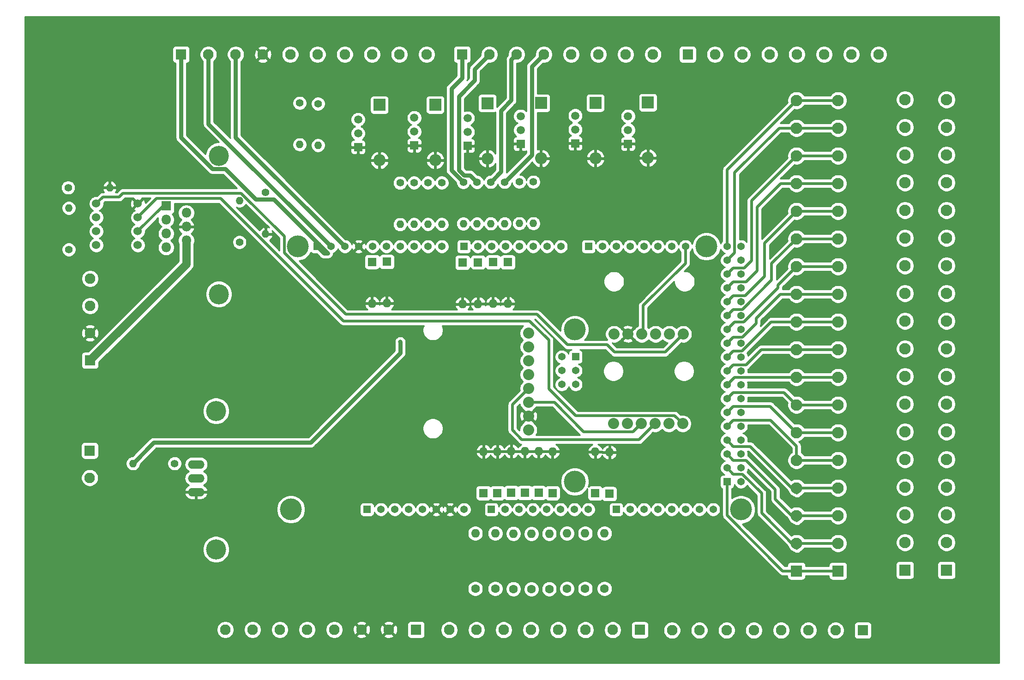
<source format=gbr>
%TF.GenerationSoftware,KiCad,Pcbnew,(5.1.6)-1*%
%TF.CreationDate,2021-02-16T12:14:24-05:00*%
%TF.ProjectId,F100_B200_Test_Bop_V2,46313030-5f42-4323-9030-5f546573745f,rev?*%
%TF.SameCoordinates,Original*%
%TF.FileFunction,Copper,L2,Bot*%
%TF.FilePolarity,Positive*%
%FSLAX46Y46*%
G04 Gerber Fmt 4.6, Leading zero omitted, Abs format (unit mm)*
G04 Created by KiCad (PCBNEW (5.1.6)-1) date 2021-02-16 12:14:24*
%MOMM*%
%LPD*%
G01*
G04 APERTURE LIST*
%TA.AperFunction,ComponentPad*%
%ADD10C,3.686000*%
%TD*%
%TA.AperFunction,ComponentPad*%
%ADD11C,1.400000*%
%TD*%
%TA.AperFunction,ComponentPad*%
%ADD12O,1.400000X1.400000*%
%TD*%
%TA.AperFunction,ComponentPad*%
%ADD13O,1.600000X1.600000*%
%TD*%
%TA.AperFunction,ComponentPad*%
%ADD14R,1.600000X1.600000*%
%TD*%
%TA.AperFunction,ComponentPad*%
%ADD15O,2.200000X2.200000*%
%TD*%
%TA.AperFunction,ComponentPad*%
%ADD16R,2.200000X2.200000*%
%TD*%
%TA.AperFunction,ComponentPad*%
%ADD17C,1.500000*%
%TD*%
%TA.AperFunction,ComponentPad*%
%ADD18R,1.500000X1.500000*%
%TD*%
%TA.AperFunction,ComponentPad*%
%ADD19R,1.950000X1.950000*%
%TD*%
%TA.AperFunction,ComponentPad*%
%ADD20C,1.950000*%
%TD*%
%TA.AperFunction,ComponentPad*%
%ADD21R,1.370000X1.370000*%
%TD*%
%TA.AperFunction,ComponentPad*%
%ADD22C,1.370000*%
%TD*%
%TA.AperFunction,ComponentPad*%
%ADD23R,2.100000X2.100000*%
%TD*%
%TA.AperFunction,ComponentPad*%
%ADD24C,2.100000*%
%TD*%
%TA.AperFunction,ComponentPad*%
%ADD25C,1.600000*%
%TD*%
%TA.AperFunction,ComponentPad*%
%ADD26C,2.032000*%
%TD*%
%TA.AperFunction,ComponentPad*%
%ADD27R,1.800000X1.800000*%
%TD*%
%TA.AperFunction,ComponentPad*%
%ADD28O,1.800000X1.800000*%
%TD*%
%TA.AperFunction,ComponentPad*%
%ADD29O,3.048000X1.524000*%
%TD*%
%TA.AperFunction,ComponentPad*%
%ADD30C,1.524000*%
%TD*%
%TA.AperFunction,ViaPad*%
%ADD31C,4.000000*%
%TD*%
%TA.AperFunction,ViaPad*%
%ADD32C,0.800000*%
%TD*%
%TA.AperFunction,Conductor*%
%ADD33C,0.500000*%
%TD*%
%TA.AperFunction,Conductor*%
%ADD34C,0.750000*%
%TD*%
%TA.AperFunction,Conductor*%
%ADD35C,1.500000*%
%TD*%
%TA.AperFunction,Conductor*%
%ADD36C,0.254000*%
%TD*%
G04 APERTURE END LIST*
D10*
%TO.P,HS1,S1*%
%TO.N,N/C*%
X85700000Y-98425000D03*
%TO.P,HS1,S2*%
X85700000Y-73025000D03*
%TD*%
D11*
%TO.P,R23,1*%
%TO.N,Net-(Q7-Pad2)*%
X122025000Y-31125000D03*
D12*
%TO.P,R23,2*%
%TO.N,/D10*%
X122025000Y-38745000D03*
%TD*%
D11*
%TO.P,R24,1*%
%TO.N,Net-(J14-Pad5)*%
X101050000Y-16525000D03*
D12*
%TO.P,R24,2*%
%TO.N,/D13*%
X101050000Y-24145000D03*
%TD*%
%TO.P,R25,2*%
%TO.N,/D12*%
X104400000Y-24270000D03*
D11*
%TO.P,R25,1*%
%TO.N,Net-(J14-Pad6)*%
X104400000Y-16650000D03*
%TD*%
D13*
%TO.P,D20,2*%
%TO.N,GND*%
X117025000Y-53270000D03*
D14*
%TO.P,D20,1*%
%TO.N,/D12*%
X117025000Y-45650000D03*
%TD*%
D15*
%TO.P,D17,2*%
%TO.N,GND*%
X115675000Y-27035000D03*
D16*
%TO.P,D17,1*%
%TO.N,Net-(D17-Pad1)*%
X115675000Y-16875000D03*
%TD*%
D17*
%TO.P,Q7,2*%
%TO.N,Net-(Q7-Pad2)*%
X122050000Y-21760000D03*
%TO.P,Q7,3*%
%TO.N,Net-(D18-Pad1)*%
X122050000Y-19220000D03*
D18*
%TO.P,Q7,1*%
%TO.N,GND*%
X122050000Y-24300000D03*
%TD*%
D12*
%TO.P,R22,2*%
%TO.N,/D11*%
X119450000Y-38795000D03*
D11*
%TO.P,R22,1*%
%TO.N,Net-(Q6-Pad2)*%
X119450000Y-31175000D03*
%TD*%
D18*
%TO.P,Q6,1*%
%TO.N,GND*%
X111750000Y-24625000D03*
D17*
%TO.P,Q6,3*%
%TO.N,Net-(D17-Pad1)*%
X111750000Y-19545000D03*
%TO.P,Q6,2*%
%TO.N,Net-(Q6-Pad2)*%
X111750000Y-22085000D03*
%TD*%
D14*
%TO.P,D19,1*%
%TO.N,/D13*%
X114325000Y-45675000D03*
D13*
%TO.P,D19,2*%
%TO.N,GND*%
X114325000Y-53295000D03*
%TD*%
D16*
%TO.P,D18,1*%
%TO.N,Net-(D18-Pad1)*%
X125900000Y-16850000D03*
D15*
%TO.P,D18,2*%
%TO.N,GND*%
X125900000Y-27010000D03*
%TD*%
D19*
%TO.P,J1,1*%
%TO.N,Net-(J1-Pad1)*%
X163450000Y-113225000D03*
D20*
%TO.P,J1,2*%
%TO.N,Net-(J1-Pad2)*%
X158450000Y-113225000D03*
%TO.P,J1,3*%
%TO.N,Net-(J1-Pad3)*%
X153450000Y-113225000D03*
%TO.P,J1,4*%
%TO.N,Net-(J1-Pad4)*%
X148450000Y-113225000D03*
%TO.P,J1,5*%
%TO.N,Net-(J1-Pad5)*%
X143450000Y-113225000D03*
%TO.P,J1,6*%
%TO.N,Net-(J1-Pad6)*%
X138450000Y-113225000D03*
%TO.P,J1,7*%
%TO.N,Net-(J1-Pad7)*%
X133450000Y-113225000D03*
%TO.P,J1,8*%
%TO.N,Net-(J1-Pad8)*%
X128450000Y-113225000D03*
%TD*%
D19*
%TO.P,J3,1*%
%TO.N,/CANT*%
X204325000Y-113300000D03*
D20*
%TO.P,J3,2*%
%TO.N,/CANR*%
X199325000Y-113300000D03*
%TO.P,J3,3*%
%TO.N,/DAC1*%
X194325000Y-113300000D03*
%TO.P,J3,4*%
%TO.N,/DAC0*%
X189325000Y-113300000D03*
%TO.P,J3,5*%
%TO.N,/A11*%
X184325000Y-113300000D03*
%TO.P,J3,6*%
%TO.N,/A10*%
X179325000Y-113300000D03*
%TO.P,J3,7*%
%TO.N,/A9*%
X174325000Y-113300000D03*
%TO.P,J3,8*%
%TO.N,/A8*%
X169325000Y-113300000D03*
%TD*%
D21*
%TO.P,J17,01*%
%TO.N,Net-(J16-Pad1)*%
X179425000Y-86025000D03*
D22*
%TO.P,J17,02*%
%TO.N,Net-(J17-Pad02)*%
X181965000Y-86025000D03*
%TO.P,J17,03*%
%TO.N,Net-(J16-Pad2)*%
X179425000Y-83485000D03*
%TO.P,J17,04*%
%TO.N,Net-(J17-Pad04)*%
X181965000Y-83485000D03*
%TO.P,J17,05*%
%TO.N,Net-(J16-Pad3)*%
X179425000Y-80945000D03*
%TO.P,J17,06*%
%TO.N,Net-(J17-Pad06)*%
X181965000Y-80945000D03*
%TO.P,J17,07*%
%TO.N,Net-(J16-Pad4)*%
X179425000Y-78405000D03*
%TO.P,J17,08*%
%TO.N,Net-(J17-Pad08)*%
X181965000Y-78405000D03*
%TO.P,J17,09*%
%TO.N,Net-(J16-Pad5)*%
X179425000Y-75865000D03*
%TO.P,J17,10*%
%TO.N,Net-(J17-Pad10)*%
X181965000Y-75865000D03*
%TO.P,J17,11*%
%TO.N,Net-(J16-Pad6)*%
X179425000Y-73325000D03*
%TO.P,J17,12*%
%TO.N,Net-(J17-Pad12)*%
X181965000Y-73325000D03*
%TO.P,J17,13*%
%TO.N,Net-(J16-Pad7)*%
X179425000Y-70785000D03*
%TO.P,J17,14*%
%TO.N,Net-(J17-Pad14)*%
X181965000Y-70785000D03*
%TO.P,J17,15*%
%TO.N,Net-(J16-Pad8)*%
X179425000Y-68245000D03*
%TO.P,J17,16*%
%TO.N,Net-(J17-Pad16)*%
X181965000Y-68245000D03*
%TO.P,J17,17*%
%TO.N,Net-(J16-Pad9)*%
X179425000Y-65705000D03*
%TO.P,J17,18*%
%TO.N,Net-(J17-Pad18)*%
X181965000Y-65705000D03*
%TO.P,J17,19*%
%TO.N,Net-(J16-Pad10)*%
X179425000Y-63165000D03*
%TO.P,J17,20*%
%TO.N,Net-(J17-Pad20)*%
X181965000Y-63165000D03*
%TO.P,J17,21*%
%TO.N,Net-(J16-Pad11)*%
X179425000Y-60625000D03*
%TO.P,J17,22*%
%TO.N,Net-(J17-Pad22)*%
X181965000Y-60625000D03*
%TO.P,J17,23*%
%TO.N,Net-(J16-Pad12)*%
X179425000Y-58085000D03*
%TO.P,J17,24*%
%TO.N,Net-(J17-Pad24)*%
X181965000Y-58085000D03*
%TO.P,J17,25*%
%TO.N,Net-(J16-Pad13)*%
X179425000Y-55545000D03*
%TO.P,J17,26*%
%TO.N,Net-(J17-Pad26)*%
X181965000Y-55545000D03*
%TO.P,J17,27*%
%TO.N,Net-(J16-Pad14)*%
X179425000Y-53005000D03*
%TO.P,J17,28*%
%TO.N,Net-(J17-Pad28)*%
X181965000Y-53005000D03*
%TO.P,J17,29*%
%TO.N,Net-(J16-Pad15)*%
X179425000Y-50465000D03*
%TO.P,J17,30*%
%TO.N,Net-(J17-Pad30)*%
X181965000Y-50465000D03*
%TO.P,J17,31*%
%TO.N,Net-(J16-Pad16)*%
X179425000Y-47925000D03*
%TO.P,J17,32*%
%TO.N,Net-(J17-Pad32)*%
X181965000Y-47925000D03*
%TO.P,J17,33*%
%TO.N,Net-(J16-Pad17)*%
X179425000Y-45385000D03*
%TO.P,J17,34*%
%TO.N,Net-(J17-Pad34)*%
X181965000Y-45385000D03*
%TO.P,J17,35*%
%TO.N,Net-(J16-Pad18)*%
X179425000Y-42845000D03*
%TO.P,J17,36*%
%TO.N,Net-(J17-Pad36)*%
X181965000Y-42845000D03*
%TD*%
D23*
%TO.P,J16,1*%
%TO.N,Net-(J16-Pad1)*%
X192150000Y-102400000D03*
D24*
%TO.P,J16,2*%
%TO.N,Net-(J16-Pad2)*%
X192150000Y-97320000D03*
%TO.P,J16,3*%
%TO.N,Net-(J16-Pad3)*%
X192150000Y-92240000D03*
%TO.P,J16,4*%
%TO.N,Net-(J16-Pad4)*%
X192150000Y-87160000D03*
%TO.P,J16,5*%
%TO.N,Net-(J16-Pad5)*%
X192150000Y-82080000D03*
%TO.P,J16,6*%
%TO.N,Net-(J16-Pad6)*%
X192150000Y-77000000D03*
%TO.P,J16,7*%
%TO.N,Net-(J16-Pad7)*%
X192150000Y-71920000D03*
%TO.P,J16,8*%
%TO.N,Net-(J16-Pad8)*%
X192150000Y-66840000D03*
%TO.P,J16,9*%
%TO.N,Net-(J16-Pad9)*%
X192150000Y-61760000D03*
%TO.P,J16,10*%
%TO.N,Net-(J16-Pad10)*%
X192150000Y-56680000D03*
%TO.P,J16,11*%
%TO.N,Net-(J16-Pad11)*%
X192150000Y-51600000D03*
%TO.P,J16,12*%
%TO.N,Net-(J16-Pad12)*%
X192150000Y-46520000D03*
%TO.P,J16,13*%
%TO.N,Net-(J16-Pad13)*%
X192150000Y-41440000D03*
%TO.P,J16,14*%
%TO.N,Net-(J16-Pad14)*%
X192150000Y-36360000D03*
%TO.P,J16,15*%
%TO.N,Net-(J16-Pad15)*%
X192150000Y-31280000D03*
%TO.P,J16,16*%
%TO.N,Net-(J16-Pad16)*%
X192150000Y-26200000D03*
%TO.P,J16,17*%
%TO.N,Net-(J16-Pad17)*%
X192150000Y-21120000D03*
%TO.P,J16,18*%
%TO.N,Net-(J16-Pad18)*%
X192150000Y-16040000D03*
D23*
%TO.P,J16,1*%
%TO.N,Net-(J16-Pad1)*%
X199770000Y-102400000D03*
D24*
%TO.P,J16,2*%
%TO.N,Net-(J16-Pad2)*%
X199770000Y-97320000D03*
%TO.P,J16,3*%
%TO.N,Net-(J16-Pad3)*%
X199770000Y-92240000D03*
%TO.P,J16,4*%
%TO.N,Net-(J16-Pad4)*%
X199770000Y-87160000D03*
%TO.P,J16,5*%
%TO.N,Net-(J16-Pad5)*%
X199770000Y-82080000D03*
%TO.P,J16,6*%
%TO.N,Net-(J16-Pad6)*%
X199770000Y-77000000D03*
%TO.P,J16,7*%
%TO.N,Net-(J16-Pad7)*%
X199770000Y-71920000D03*
%TO.P,J16,8*%
%TO.N,Net-(J16-Pad8)*%
X199770000Y-66840000D03*
%TO.P,J16,9*%
%TO.N,Net-(J16-Pad9)*%
X199770000Y-61760000D03*
%TO.P,J16,10*%
%TO.N,Net-(J16-Pad10)*%
X199770000Y-56680000D03*
%TO.P,J16,11*%
%TO.N,Net-(J16-Pad11)*%
X199770000Y-51600000D03*
%TO.P,J16,12*%
%TO.N,Net-(J16-Pad12)*%
X199770000Y-46520000D03*
%TO.P,J16,13*%
%TO.N,Net-(J16-Pad13)*%
X199770000Y-41440000D03*
%TO.P,J16,14*%
%TO.N,Net-(J16-Pad14)*%
X199770000Y-36360000D03*
%TO.P,J16,15*%
%TO.N,Net-(J16-Pad15)*%
X199770000Y-31280000D03*
%TO.P,J16,16*%
%TO.N,Net-(J16-Pad16)*%
X199770000Y-26200000D03*
%TO.P,J16,17*%
%TO.N,Net-(J16-Pad17)*%
X199770000Y-21120000D03*
%TO.P,J16,18*%
%TO.N,Net-(J16-Pad18)*%
X199770000Y-16040000D03*
%TD*%
D13*
%TO.P,R3,2*%
%TO.N,/A2*%
X140250000Y-95540000D03*
D25*
%TO.P,R3,1*%
%TO.N,Net-(J1-Pad6)*%
X140250000Y-105700000D03*
%TD*%
D26*
%TO.P,U2,VDD*%
%TO.N,/+3V3*%
X158682000Y-58918000D03*
%TO.P,U2,GND*%
%TO.N,GND*%
X161222000Y-58918000D03*
%TO.P,U2,SCL*%
%TO.N,/D21*%
X163762000Y-58918000D03*
%TO.P,U2,SDA*%
%TO.N,/D20*%
X166302000Y-58918000D03*
%TO.P,U2,A0*%
%TO.N,Net-(U2-PadA0)*%
X168842000Y-58918000D03*
%TO.P,U2,VOUT*%
%TO.N,Net-(U2-PadVOUT)*%
X171382000Y-58918000D03*
%TD*%
D20*
%TO.P,J15,8*%
%TO.N,/D21*%
X207200000Y-7600000D03*
%TO.P,J15,7*%
%TO.N,/D20*%
X202200000Y-7600000D03*
%TO.P,J15,6*%
%TO.N,/D19*%
X197200000Y-7600000D03*
%TO.P,J15,5*%
%TO.N,/D18*%
X192200000Y-7600000D03*
%TO.P,J15,4*%
%TO.N,/D17*%
X187200000Y-7600000D03*
%TO.P,J15,3*%
%TO.N,/D16*%
X182200000Y-7600000D03*
%TO.P,J15,2*%
%TO.N,/D15*%
X177200000Y-7600000D03*
D19*
%TO.P,J15,1*%
%TO.N,/D14*%
X172200000Y-7600000D03*
%TD*%
%TO.P,J5,1*%
%TO.N,Net-(J5-Pad1)*%
X130825000Y-7600000D03*
D20*
%TO.P,J5,2*%
%TO.N,Net-(J5-Pad2)*%
X135825000Y-7600000D03*
%TO.P,J5,3*%
%TO.N,Net-(J5-Pad3)*%
X140825000Y-7600000D03*
%TO.P,J5,4*%
%TO.N,Net-(J5-Pad4)*%
X145825000Y-7600000D03*
%TO.P,J5,5*%
%TO.N,Net-(D13-Pad1)*%
X150825000Y-7600000D03*
%TO.P,J5,6*%
%TO.N,Net-(D14-Pad1)*%
X155825000Y-7600000D03*
%TO.P,J5,7*%
%TO.N,/D1*%
X160825000Y-7600000D03*
%TO.P,J5,8*%
%TO.N,/D0*%
X165825000Y-7600000D03*
%TD*%
D13*
%TO.P,D1,2*%
%TO.N,GND*%
X134750000Y-80480000D03*
D14*
%TO.P,D1,1*%
%TO.N,/A0*%
X134750000Y-88100000D03*
%TD*%
%TO.P,D2,1*%
%TO.N,/A1*%
X137300000Y-88100000D03*
D13*
%TO.P,D2,2*%
%TO.N,GND*%
X137300000Y-80480000D03*
%TD*%
%TO.P,D3,2*%
%TO.N,GND*%
X139850000Y-80430000D03*
D14*
%TO.P,D3,1*%
%TO.N,/A2*%
X139850000Y-88050000D03*
%TD*%
%TO.P,D4,1*%
%TO.N,/A3*%
X142350000Y-88050000D03*
D13*
%TO.P,D4,2*%
%TO.N,GND*%
X142350000Y-80430000D03*
%TD*%
%TO.P,D5,2*%
%TO.N,GND*%
X144850000Y-80430000D03*
D14*
%TO.P,D5,1*%
%TO.N,/A4*%
X144850000Y-88050000D03*
%TD*%
%TO.P,D6,1*%
%TO.N,/A5*%
X147400000Y-88100000D03*
D13*
%TO.P,D6,2*%
%TO.N,GND*%
X147400000Y-80480000D03*
%TD*%
%TO.P,D7,2*%
%TO.N,GND*%
X155250000Y-80530000D03*
D14*
%TO.P,D7,1*%
%TO.N,/A6*%
X155250000Y-88150000D03*
%TD*%
%TO.P,D8,1*%
%TO.N,/A7*%
X157850000Y-88250000D03*
D13*
%TO.P,D8,2*%
%TO.N,GND*%
X157850000Y-80630000D03*
%TD*%
D16*
%TO.P,D14,1*%
%TO.N,Net-(D14-Pad1)*%
X164900000Y-16425000D03*
D15*
%TO.P,D14,2*%
%TO.N,GND*%
X164900000Y-26585000D03*
%TD*%
D16*
%TO.P,D15,1*%
%TO.N,Net-(D15-Pad1)*%
X135475000Y-16550000D03*
D15*
%TO.P,D15,2*%
%TO.N,GND*%
X135475000Y-26710000D03*
%TD*%
D10*
%TO.P,HS2,S2*%
%TO.N,N/C*%
X86200000Y-26200000D03*
%TO.P,HS2,S1*%
X86200000Y-51600000D03*
%TD*%
D27*
%TO.P,IC1,1*%
%TO.N,Net-(IC1-Pad1)*%
X76550000Y-35400000D03*
D28*
%TO.P,IC1,2*%
%TO.N,Net-(IC1-Pad2)*%
X80250000Y-36670000D03*
%TO.P,IC1,3*%
%TO.N,Net-(IC1-Pad3)*%
X76550000Y-37940000D03*
%TO.P,IC1,4*%
%TO.N,GND*%
X80250000Y-39210000D03*
%TO.P,IC1,5*%
%TO.N,/24VDC*%
X76550000Y-40480000D03*
%TO.P,IC1,6*%
%TO.N,/BatSimulator*%
X80250000Y-41750000D03*
%TO.P,IC1,7*%
%TO.N,Net-(IC1-Pad7)*%
X76550000Y-43020000D03*
%TD*%
D20*
%TO.P,J2,8*%
%TO.N,/NC*%
X87400000Y-113175000D03*
%TO.P,J2,7*%
%TO.N,/IOREF*%
X92400000Y-113175000D03*
%TO.P,J2,6*%
%TO.N,/RESET*%
X97400000Y-113175000D03*
%TO.P,J2,5*%
%TO.N,/+3V3*%
X102400000Y-113175000D03*
%TO.P,J2,4*%
%TO.N,/+5V*%
X107400000Y-113175000D03*
%TO.P,J2,3*%
%TO.N,GND*%
X112400000Y-113175000D03*
%TO.P,J2,2*%
X117400000Y-113175000D03*
D19*
%TO.P,J2,1*%
%TO.N,/VIN*%
X122400000Y-113175000D03*
%TD*%
D21*
%TO.P,J8,01*%
%TO.N,/A8*%
X159100000Y-91100000D03*
D22*
%TO.P,J8,02*%
%TO.N,/A9*%
X161640000Y-91100000D03*
%TO.P,J8,03*%
%TO.N,/A10*%
X164180000Y-91100000D03*
%TO.P,J8,04*%
%TO.N,/A11*%
X166720000Y-91100000D03*
%TO.P,J8,05*%
%TO.N,/DAC0*%
X169260000Y-91100000D03*
%TO.P,J8,06*%
%TO.N,/DAC1*%
X171800000Y-91100000D03*
%TO.P,J8,07*%
%TO.N,/CANR*%
X174340000Y-91100000D03*
%TO.P,J8,08*%
%TO.N,/CANT*%
X176880000Y-91100000D03*
%TD*%
%TO.P,J9,08*%
%TO.N,/A7*%
X153980000Y-91100000D03*
%TO.P,J9,07*%
%TO.N,/A6*%
X151440000Y-91100000D03*
%TO.P,J9,06*%
%TO.N,/A5*%
X148900000Y-91100000D03*
%TO.P,J9,05*%
%TO.N,/A4*%
X146360000Y-91100000D03*
%TO.P,J9,04*%
%TO.N,/A3*%
X143820000Y-91100000D03*
%TO.P,J9,03*%
%TO.N,/A2*%
X141280000Y-91100000D03*
%TO.P,J9,02*%
%TO.N,/A1*%
X138740000Y-91100000D03*
D21*
%TO.P,J9,01*%
%TO.N,/A0*%
X136200000Y-91100000D03*
%TD*%
%TO.P,J10,01*%
%TO.N,/NC*%
X113400000Y-91100000D03*
D22*
%TO.P,J10,02*%
%TO.N,/IOREF*%
X115940000Y-91100000D03*
%TO.P,J10,03*%
%TO.N,/RESET*%
X118480000Y-91100000D03*
%TO.P,J10,04*%
%TO.N,/+3V3*%
X121020000Y-91100000D03*
%TO.P,J10,05*%
%TO.N,/+5V*%
X123560000Y-91100000D03*
%TO.P,J10,06*%
%TO.N,GND*%
X126100000Y-91100000D03*
%TO.P,J10,07*%
X128640000Y-91100000D03*
%TO.P,J10,08*%
%TO.N,/VIN*%
X131180000Y-91100000D03*
%TD*%
D21*
%TO.P,J11,01*%
%TO.N,/D7*%
X131150000Y-42850000D03*
D22*
%TO.P,J11,02*%
%TO.N,/D6*%
X133690000Y-42850000D03*
%TO.P,J11,03*%
%TO.N,/D5*%
X136230000Y-42850000D03*
%TO.P,J11,04*%
%TO.N,/D4*%
X138770000Y-42850000D03*
%TO.P,J11,05*%
%TO.N,/D3*%
X141310000Y-42850000D03*
%TO.P,J11,06*%
%TO.N,/D2*%
X143850000Y-42850000D03*
%TO.P,J11,07*%
%TO.N,/D1*%
X146390000Y-42850000D03*
%TO.P,J11,08*%
%TO.N,/D0*%
X148930000Y-42850000D03*
%TD*%
D21*
%TO.P,J12,01*%
%TO.N,/SCL1*%
X104250000Y-42850000D03*
D22*
%TO.P,J12,02*%
%TO.N,/SDA1*%
X106790000Y-42850000D03*
%TO.P,J12,03*%
%TO.N,/AREF*%
X109330000Y-42850000D03*
%TO.P,J12,04*%
%TO.N,GND*%
X111870000Y-42850000D03*
%TO.P,J12,05*%
%TO.N,/D13*%
X114410000Y-42850000D03*
%TO.P,J12,06*%
%TO.N,/D12*%
X116950000Y-42850000D03*
%TO.P,J12,07*%
%TO.N,/D11*%
X119490000Y-42850000D03*
%TO.P,J12,08*%
%TO.N,/D10*%
X122030000Y-42850000D03*
%TO.P,J12,09*%
%TO.N,/D9*%
X124570000Y-42850000D03*
%TO.P,J12,10*%
%TO.N,/D8*%
X127110000Y-42850000D03*
%TD*%
%TO.P,J13,08*%
%TO.N,/D21*%
X171780000Y-42850000D03*
%TO.P,J13,07*%
%TO.N,/D20*%
X169240000Y-42850000D03*
%TO.P,J13,06*%
%TO.N,/D19*%
X166700000Y-42850000D03*
%TO.P,J13,05*%
%TO.N,/D18*%
X164160000Y-42850000D03*
%TO.P,J13,04*%
%TO.N,/D17*%
X161620000Y-42850000D03*
%TO.P,J13,03*%
%TO.N,/D16*%
X159080000Y-42850000D03*
%TO.P,J13,02*%
%TO.N,/D15*%
X156540000Y-42850000D03*
D21*
%TO.P,J13,01*%
%TO.N,/D14*%
X154000000Y-42850000D03*
%TD*%
D29*
%TO.P,Q1,1*%
%TO.N,Net-(Q1-Pad1)*%
X82060000Y-82835000D03*
%TO.P,Q1,2*%
%TO.N,Net-(J6-Pad2)*%
X82060000Y-85375000D03*
%TO.P,Q1,3*%
%TO.N,GND*%
X82060000Y-87915000D03*
%TD*%
D18*
%TO.P,Q2,1*%
%TO.N,GND*%
X151575000Y-23925000D03*
D17*
%TO.P,Q2,3*%
%TO.N,Net-(D13-Pad1)*%
X151575000Y-18845000D03*
%TO.P,Q2,2*%
%TO.N,Net-(Q2-Pad2)*%
X151575000Y-21385000D03*
%TD*%
%TO.P,Q3,2*%
%TO.N,Net-(Q3-Pad2)*%
X161250000Y-21485000D03*
%TO.P,Q3,3*%
%TO.N,Net-(D14-Pad1)*%
X161250000Y-18945000D03*
D18*
%TO.P,Q3,1*%
%TO.N,GND*%
X161250000Y-24025000D03*
%TD*%
D25*
%TO.P,R1,1*%
%TO.N,Net-(J1-Pad8)*%
X133250000Y-105650000D03*
D13*
%TO.P,R1,2*%
%TO.N,/A0*%
X133250000Y-95490000D03*
%TD*%
D25*
%TO.P,R2,1*%
%TO.N,Net-(J1-Pad7)*%
X136900000Y-105650000D03*
D13*
%TO.P,R2,2*%
%TO.N,/A1*%
X136900000Y-95490000D03*
%TD*%
D25*
%TO.P,R4,1*%
%TO.N,Net-(J1-Pad5)*%
X143550000Y-105750000D03*
D13*
%TO.P,R4,2*%
%TO.N,/A3*%
X143550000Y-95590000D03*
%TD*%
%TO.P,R5,2*%
%TO.N,/A4*%
X146800000Y-95540000D03*
D25*
%TO.P,R5,1*%
%TO.N,Net-(J1-Pad4)*%
X146800000Y-105700000D03*
%TD*%
%TO.P,R6,1*%
%TO.N,Net-(J1-Pad3)*%
X150050000Y-105650000D03*
D13*
%TO.P,R6,2*%
%TO.N,/A5*%
X150050000Y-95490000D03*
%TD*%
%TO.P,R7,2*%
%TO.N,/A6*%
X153400000Y-95490000D03*
D25*
%TO.P,R7,1*%
%TO.N,Net-(J1-Pad2)*%
X153400000Y-105650000D03*
%TD*%
%TO.P,R8,1*%
%TO.N,Net-(J1-Pad1)*%
X156950000Y-105650000D03*
D13*
%TO.P,R8,2*%
%TO.N,/A7*%
X156950000Y-95490000D03*
%TD*%
D11*
%TO.P,R11,1*%
%TO.N,Net-(IC1-Pad2)*%
X94800000Y-32950000D03*
D12*
%TO.P,R11,2*%
%TO.N,GND*%
X94800000Y-40570000D03*
%TD*%
%TO.P,R13,2*%
%TO.N,/D11*%
X70480000Y-82675000D03*
D11*
%TO.P,R13,1*%
%TO.N,Net-(Q1-Pad1)*%
X78100000Y-82675000D03*
%TD*%
D12*
%TO.P,R15,2*%
%TO.N,/D3*%
X141300000Y-38620000D03*
D11*
%TO.P,R15,1*%
%TO.N,Net-(Q2-Pad2)*%
X141300000Y-31000000D03*
%TD*%
%TO.P,R16,1*%
%TO.N,Net-(Q3-Pad2)*%
X143900000Y-31000000D03*
D12*
%TO.P,R16,2*%
%TO.N,/D2*%
X143900000Y-38620000D03*
%TD*%
D11*
%TO.P,R17,1*%
%TO.N,Net-(Q4-Pad2)*%
X124550000Y-31150000D03*
D12*
%TO.P,R17,2*%
%TO.N,/D9*%
X124550000Y-38770000D03*
%TD*%
%TO.P,R18,2*%
%TO.N,/D8*%
X127100000Y-38770000D03*
D11*
%TO.P,R18,1*%
%TO.N,Net-(Q5-Pad2)*%
X127100000Y-31150000D03*
%TD*%
D19*
%TO.P,J14,1*%
%TO.N,/SCL1*%
X79300000Y-7600000D03*
D20*
%TO.P,J14,2*%
%TO.N,/SDA1*%
X84300000Y-7600000D03*
%TO.P,J14,3*%
%TO.N,/AREF*%
X89300000Y-7600000D03*
%TO.P,J14,4*%
%TO.N,GND*%
X94300000Y-7600000D03*
%TO.P,J14,5*%
%TO.N,Net-(J14-Pad5)*%
X99300000Y-7600000D03*
%TO.P,J14,6*%
%TO.N,Net-(J14-Pad6)*%
X104300000Y-7600000D03*
%TO.P,J14,7*%
%TO.N,Net-(D17-Pad1)*%
X109300000Y-7600000D03*
%TO.P,J14,8*%
%TO.N,Net-(D18-Pad1)*%
X114300000Y-7600000D03*
%TO.P,J14,9*%
%TO.N,Net-(D15-Pad1)*%
X119300000Y-7600000D03*
%TO.P,J14,10*%
%TO.N,Net-(D16-Pad1)*%
X124300000Y-7600000D03*
%TD*%
D12*
%TO.P,R14,2*%
%TO.N,/D7*%
X131050000Y-38670000D03*
D11*
%TO.P,R14,1*%
%TO.N,Net-(J5-Pad1)*%
X131050000Y-31050000D03*
%TD*%
%TO.P,R21,1*%
%TO.N,Net-(J5-Pad4)*%
X138625000Y-31025000D03*
D12*
%TO.P,R21,2*%
%TO.N,/D4*%
X138625000Y-38645000D03*
%TD*%
D11*
%TO.P,R19,1*%
%TO.N,Net-(J5-Pad2)*%
X133550000Y-31050000D03*
D12*
%TO.P,R19,2*%
%TO.N,/D6*%
X133550000Y-38670000D03*
%TD*%
%TO.P,R20,2*%
%TO.N,/D5*%
X136075000Y-38645000D03*
D11*
%TO.P,R20,1*%
%TO.N,Net-(J5-Pad3)*%
X136075000Y-31025000D03*
%TD*%
D14*
%TO.P,D9,1*%
%TO.N,/D7*%
X130900000Y-45800000D03*
D13*
%TO.P,D9,2*%
%TO.N,GND*%
X130900000Y-53420000D03*
%TD*%
%TO.P,D10,2*%
%TO.N,GND*%
X133750000Y-53370000D03*
D14*
%TO.P,D10,1*%
%TO.N,/D6*%
X133750000Y-45750000D03*
%TD*%
%TO.P,D11,1*%
%TO.N,/D5*%
X136500000Y-45725000D03*
D13*
%TO.P,D11,2*%
%TO.N,GND*%
X136500000Y-53345000D03*
%TD*%
%TO.P,D12,2*%
%TO.N,GND*%
X139225000Y-53345000D03*
D14*
%TO.P,D12,1*%
%TO.N,/D4*%
X139225000Y-45725000D03*
%TD*%
D16*
%TO.P,D13,1*%
%TO.N,Net-(D13-Pad1)*%
X155275000Y-16500000D03*
D15*
%TO.P,D13,2*%
%TO.N,GND*%
X155275000Y-26660000D03*
%TD*%
%TO.P,D16,2*%
%TO.N,GND*%
X145300000Y-26685000D03*
D16*
%TO.P,D16,1*%
%TO.N,Net-(D16-Pad1)*%
X145300000Y-16525000D03*
%TD*%
D12*
%TO.P,R10,2*%
%TO.N,Net-(R10-Pad2)*%
X58700000Y-35780000D03*
D11*
%TO.P,R10,1*%
%TO.N,Net-(IC1-Pad3)*%
X58700000Y-43400000D03*
%TD*%
%TO.P,R12,1*%
%TO.N,/BatSimulator*%
X90000000Y-42050000D03*
D12*
%TO.P,R12,2*%
%TO.N,Net-(IC1-Pad2)*%
X90000000Y-34430000D03*
%TD*%
D11*
%TO.P,R9,1*%
%TO.N,Net-(R10-Pad2)*%
X58575000Y-32050000D03*
D12*
%TO.P,R9,2*%
%TO.N,GND*%
X66195000Y-32050000D03*
%TD*%
D24*
%TO.P,J18,18*%
%TO.N,Net-(J17-Pad36)*%
X219670000Y-15890000D03*
%TO.P,J18,17*%
%TO.N,Net-(J17-Pad34)*%
X219670000Y-20970000D03*
%TO.P,J18,16*%
%TO.N,Net-(J17-Pad32)*%
X219670000Y-26050000D03*
%TO.P,J18,15*%
%TO.N,Net-(J17-Pad30)*%
X219670000Y-31130000D03*
%TO.P,J18,14*%
%TO.N,Net-(J17-Pad28)*%
X219670000Y-36210000D03*
%TO.P,J18,13*%
%TO.N,Net-(J17-Pad26)*%
X219670000Y-41290000D03*
%TO.P,J18,12*%
%TO.N,Net-(J17-Pad24)*%
X219670000Y-46370000D03*
%TO.P,J18,11*%
%TO.N,Net-(J17-Pad22)*%
X219670000Y-51450000D03*
%TO.P,J18,10*%
%TO.N,Net-(J17-Pad20)*%
X219670000Y-56530000D03*
%TO.P,J18,9*%
%TO.N,Net-(J17-Pad18)*%
X219670000Y-61610000D03*
%TO.P,J18,8*%
%TO.N,Net-(J17-Pad16)*%
X219670000Y-66690000D03*
%TO.P,J18,7*%
%TO.N,Net-(J17-Pad14)*%
X219670000Y-71770000D03*
%TO.P,J18,6*%
%TO.N,Net-(J17-Pad12)*%
X219670000Y-76850000D03*
%TO.P,J18,5*%
%TO.N,Net-(J17-Pad10)*%
X219670000Y-81930000D03*
%TO.P,J18,4*%
%TO.N,Net-(J17-Pad08)*%
X219670000Y-87010000D03*
%TO.P,J18,3*%
%TO.N,Net-(J17-Pad06)*%
X219670000Y-92090000D03*
%TO.P,J18,2*%
%TO.N,Net-(J17-Pad04)*%
X219670000Y-97170000D03*
D23*
%TO.P,J18,1*%
%TO.N,Net-(J17-Pad02)*%
X219670000Y-102250000D03*
D24*
%TO.P,J18,18*%
%TO.N,Net-(J17-Pad36)*%
X212050000Y-15890000D03*
%TO.P,J18,17*%
%TO.N,Net-(J17-Pad34)*%
X212050000Y-20970000D03*
%TO.P,J18,16*%
%TO.N,Net-(J17-Pad32)*%
X212050000Y-26050000D03*
%TO.P,J18,15*%
%TO.N,Net-(J17-Pad30)*%
X212050000Y-31130000D03*
%TO.P,J18,14*%
%TO.N,Net-(J17-Pad28)*%
X212050000Y-36210000D03*
%TO.P,J18,13*%
%TO.N,Net-(J17-Pad26)*%
X212050000Y-41290000D03*
%TO.P,J18,12*%
%TO.N,Net-(J17-Pad24)*%
X212050000Y-46370000D03*
%TO.P,J18,11*%
%TO.N,Net-(J17-Pad22)*%
X212050000Y-51450000D03*
%TO.P,J18,10*%
%TO.N,Net-(J17-Pad20)*%
X212050000Y-56530000D03*
%TO.P,J18,9*%
%TO.N,Net-(J17-Pad18)*%
X212050000Y-61610000D03*
%TO.P,J18,8*%
%TO.N,Net-(J17-Pad16)*%
X212050000Y-66690000D03*
%TO.P,J18,7*%
%TO.N,Net-(J17-Pad14)*%
X212050000Y-71770000D03*
%TO.P,J18,6*%
%TO.N,Net-(J17-Pad12)*%
X212050000Y-76850000D03*
%TO.P,J18,5*%
%TO.N,Net-(J17-Pad10)*%
X212050000Y-81930000D03*
%TO.P,J18,4*%
%TO.N,Net-(J17-Pad08)*%
X212050000Y-87010000D03*
%TO.P,J18,3*%
%TO.N,Net-(J17-Pad06)*%
X212050000Y-92090000D03*
%TO.P,J18,2*%
%TO.N,Net-(J17-Pad04)*%
X212050000Y-97170000D03*
D23*
%TO.P,J18,1*%
%TO.N,Net-(J17-Pad02)*%
X212050000Y-102250000D03*
%TD*%
D21*
%TO.P,J19,01*%
%TO.N,/+5V_*%
X151650000Y-63100000D03*
D22*
%TO.P,J19,02*%
%TO.N,/MISO_*%
X149110000Y-63100000D03*
%TO.P,J19,03*%
%TO.N,/MOSI_*%
X151650000Y-65640000D03*
%TO.P,J19,04*%
%TO.N,/SCK_*%
X149110000Y-65640000D03*
%TO.P,J19,05*%
%TO.N,/GND_*%
X151650000Y-68180000D03*
%TO.P,J19,06*%
%TO.N,/RESET_*%
X149110000Y-68180000D03*
%TD*%
D26*
%TO.P,U3,VOUT*%
%TO.N,Net-(U3-PadVOUT)*%
X171282000Y-75368000D03*
%TO.P,U3,A0*%
%TO.N,Net-(U3-PadA0)*%
X168742000Y-75368000D03*
%TO.P,U3,SDA*%
%TO.N,/D20*%
X166202000Y-75368000D03*
%TO.P,U3,SCL*%
%TO.N,/D21*%
X163662000Y-75368000D03*
%TO.P,U3,GND*%
%TO.N,GND*%
X161122000Y-75368000D03*
%TO.P,U3,VDD*%
%TO.N,/+3V3*%
X158582000Y-75368000D03*
%TD*%
D30*
%TO.P,U4,8*%
%TO.N,/12VDC*%
X63730000Y-42600000D03*
%TO.P,U4,7*%
%TO.N,Net-(IC1-Pad3)*%
X63730000Y-40060000D03*
%TO.P,U4,6*%
%TO.N,Net-(R10-Pad2)*%
X63730000Y-37520000D03*
%TO.P,U4,5*%
%TO.N,Net-(U2-PadVOUT)*%
X63730000Y-34980000D03*
%TO.P,U4,4*%
%TO.N,GND*%
X71350000Y-34980000D03*
%TO.P,U4,3*%
%TO.N,Net-(U3-PadVOUT)*%
X71350000Y-37520000D03*
%TO.P,U4,2*%
%TO.N,Net-(IC1-Pad1)*%
X71350000Y-40060000D03*
%TO.P,U4,1*%
X71350000Y-42600000D03*
%TD*%
D19*
%TO.P,J6,1*%
%TO.N,/12VDC*%
X62550000Y-80300000D03*
D20*
%TO.P,J6,2*%
%TO.N,Net-(J6-Pad2)*%
X62550000Y-85300000D03*
%TD*%
D19*
%TO.P,J7,1*%
%TO.N,/BatSimulator*%
X62600000Y-63750000D03*
D20*
%TO.P,J7,2*%
%TO.N,GND*%
X62600000Y-58750000D03*
%TO.P,J7,3*%
%TO.N,/24VDC*%
X62600000Y-53750000D03*
%TO.P,J7,4*%
%TO.N,/12VDC*%
X62600000Y-48750000D03*
%TD*%
D26*
%TO.P,U6,VCC*%
%TO.N,/+3V3*%
X143010000Y-76520000D03*
%TO.P,U6,GND*%
%TO.N,GND*%
X143010000Y-73980000D03*
%TO.P,U6,SCL*%
%TO.N,/D21*%
X143010000Y-71440000D03*
%TO.P,U6,SDA*%
%TO.N,/D20*%
X143010000Y-68900000D03*
%TO.P,U6,ALERT*%
%TO.N,Net-(U6-PadALERT)*%
X143010000Y-66360000D03*
%TO.P,U6,VBUS*%
%TO.N,Net-(U6-PadVBUS)*%
X143010000Y-63820000D03*
%TO.P,U6,IN+*%
%TO.N,/Charger*%
X143010000Y-61280000D03*
%TO.P,U6,IN-*%
%TO.N,Net-(U6-PadIN-)*%
X143010000Y-58740000D03*
%TD*%
D17*
%TO.P,Q4,2*%
%TO.N,Net-(Q4-Pad2)*%
X131850000Y-21835000D03*
%TO.P,Q4,3*%
%TO.N,Net-(D15-Pad1)*%
X131850000Y-19295000D03*
D18*
%TO.P,Q4,1*%
%TO.N,GND*%
X131850000Y-24375000D03*
%TD*%
%TO.P,Q5,1*%
%TO.N,GND*%
X141550000Y-24025000D03*
D17*
%TO.P,Q5,3*%
%TO.N,Net-(D16-Pad1)*%
X141550000Y-18945000D03*
%TO.P,Q5,2*%
%TO.N,Net-(Q5-Pad2)*%
X141550000Y-21485000D03*
%TD*%
D31*
%TO.N,*%
X175625000Y-42850000D03*
X181975000Y-91125000D03*
X151500000Y-86025000D03*
X99425000Y-91100000D03*
X100675000Y-42850000D03*
X151475000Y-58100000D03*
D32*
%TO.N,GND*%
X147000000Y-74200000D03*
X151950000Y-70950000D03*
%TO.N,/D11*%
X119490000Y-60360000D03*
%TD*%
D33*
%TO.N,Net-(J16-Pad1)*%
X189623998Y-102400000D02*
X192150000Y-102400000D01*
X179425000Y-92201002D02*
X189623998Y-102400000D01*
X179425000Y-86025000D02*
X179425000Y-92201002D01*
X192150000Y-102400000D02*
X199770000Y-102400000D01*
%TO.N,Net-(J16-Pad2)*%
X182239803Y-84620001D02*
X185775000Y-88155198D01*
X179425000Y-83485000D02*
X180560001Y-84620001D01*
X180560001Y-84620001D02*
X182239803Y-84620001D01*
X185775000Y-91795000D02*
X192250000Y-98270000D01*
X185775000Y-88155198D02*
X185775000Y-91795000D01*
X192150000Y-97320000D02*
X199770000Y-97320000D01*
%TO.N,Net-(J16-Pad3)*%
X180560001Y-82080001D02*
X182905001Y-82080001D01*
X179425000Y-80945000D02*
X180560001Y-82080001D01*
X182905001Y-82080001D02*
X188275000Y-87450000D01*
X188275000Y-89215000D02*
X192250000Y-93190000D01*
X188275000Y-87450000D02*
X188275000Y-89215000D01*
X192150000Y-92240000D02*
X199770000Y-92240000D01*
%TO.N,Net-(J16-Pad4)*%
X183680001Y-79540001D02*
X192250000Y-88110000D01*
X180560001Y-79540001D02*
X183680001Y-79540001D01*
X179425000Y-78405000D02*
X180560001Y-79540001D01*
X192150000Y-87160000D02*
X199770000Y-87160000D01*
%TO.N,Net-(J16-Pad5)*%
X180560001Y-74729999D02*
X187429999Y-74729999D01*
X179425000Y-75865000D02*
X180560001Y-74729999D01*
X192150000Y-79450000D02*
X192150000Y-82080000D01*
X187429999Y-74729999D02*
X192150000Y-79450000D01*
X192150000Y-82080000D02*
X199770000Y-82080000D01*
%TO.N,Net-(J16-Pad6)*%
X187339999Y-72189999D02*
X192150000Y-77000000D01*
X180560001Y-72189999D02*
X187339999Y-72189999D01*
X179425000Y-73325000D02*
X180560001Y-72189999D01*
X192150000Y-77000000D02*
X199770000Y-77000000D01*
%TO.N,Net-(J16-Pad7)*%
X189879999Y-69649999D02*
X192150000Y-71920000D01*
X180560001Y-69649999D02*
X189879999Y-69649999D01*
X179425000Y-70785000D02*
X180560001Y-69649999D01*
X192150000Y-71920000D02*
X199770000Y-71920000D01*
%TO.N,Net-(J16-Pad8)*%
X190665076Y-66840000D02*
X192150000Y-66840000D01*
X180829999Y-66840001D02*
X190665076Y-66840000D01*
X179425000Y-68245000D02*
X180829999Y-66840001D01*
X192150000Y-66840000D02*
X200610000Y-66840000D01*
%TO.N,Net-(IC1-Pad1)*%
X75985000Y-35425000D02*
X76675000Y-35425000D01*
X71350000Y-40060000D02*
X75985000Y-35425000D01*
D34*
%TO.N,Net-(J5-Pad1)*%
X130825000Y-7600000D02*
X130499999Y-7925001D01*
X130825000Y-7600000D02*
X130825000Y-11900000D01*
X130825000Y-11900000D02*
X128850000Y-13875000D01*
X128850000Y-28850000D02*
X131050000Y-31050000D01*
X128850000Y-13875000D02*
X128850000Y-28850000D01*
%TO.N,Net-(J5-Pad2)*%
X135825000Y-7600000D02*
X133150001Y-10274999D01*
X133150001Y-10274999D02*
X133150001Y-12374999D01*
X133150001Y-12374999D02*
X130225000Y-15300000D01*
X131174999Y-29774999D02*
X132274999Y-29774999D01*
X132274999Y-29774999D02*
X133550000Y-31050000D01*
X130225000Y-28825000D02*
X131174999Y-29774999D01*
X130225000Y-15300000D02*
X130225000Y-28825000D01*
%TO.N,Net-(J5-Pad3)*%
X140825000Y-7600000D02*
X139850001Y-8574999D01*
X139850001Y-8574999D02*
X139850001Y-16024999D01*
X139850001Y-16024999D02*
X137950000Y-17925000D01*
X137950000Y-29150000D02*
X136075000Y-31025000D01*
X137950000Y-17925000D02*
X137950000Y-29150000D01*
%TO.N,Net-(J5-Pad4)*%
X143624999Y-26025001D02*
X138625000Y-31025000D01*
X145825000Y-7600000D02*
X143624999Y-9800001D01*
X143624999Y-9800001D02*
X143624999Y-26025001D01*
%TO.N,/SCL1*%
X87360641Y-28618001D02*
X85039359Y-28618001D01*
X92967641Y-34225001D02*
X87360641Y-28618001D01*
X96300199Y-34225001D02*
X92967641Y-34225001D01*
X79300000Y-22878642D02*
X79300000Y-7600000D01*
X85039359Y-28618001D02*
X79300000Y-22878642D01*
X106185199Y-44110001D02*
X96300199Y-34225001D01*
X105510001Y-44110001D02*
X106185199Y-44110001D01*
X104250000Y-42850000D02*
X105510001Y-44110001D01*
%TO.N,/SDA1*%
X84300000Y-20360000D02*
X84300000Y-7600000D01*
X106790000Y-42850000D02*
X84300000Y-20360000D01*
%TO.N,/AREF*%
X89300000Y-22820000D02*
X89300000Y-7600000D01*
X109330000Y-42850000D02*
X89300000Y-22820000D01*
%TO.N,/D11*%
X119490000Y-60360000D02*
X119490000Y-62385000D01*
X119490000Y-62385000D02*
X103025000Y-78850000D01*
X74305000Y-78850000D02*
X70480000Y-82675000D01*
X103025000Y-78850000D02*
X74305000Y-78850000D01*
D33*
%TO.N,/D21*%
X171780000Y-42850000D02*
X171780000Y-45920000D01*
X171780000Y-45920000D02*
X164000000Y-53700000D01*
X164000000Y-58680000D02*
X163762000Y-58918000D01*
X164000000Y-53700000D02*
X164000000Y-58680000D01*
X162195999Y-76834001D02*
X163662000Y-75368000D01*
X153134001Y-76834001D02*
X162195999Y-76834001D01*
X147740000Y-71440000D02*
X153134001Y-76834001D01*
X143010000Y-71440000D02*
X147740000Y-71440000D01*
%TO.N,/D20*%
X140050000Y-71860000D02*
X143010000Y-68900000D01*
X140050000Y-76550000D02*
X140050000Y-71860000D01*
X141800000Y-78300000D02*
X140050000Y-76550000D01*
X166202000Y-75368000D02*
X163270000Y-78300000D01*
X163270000Y-78300000D02*
X141800000Y-78300000D01*
%TO.N,Net-(U2-PadVOUT)*%
X168050000Y-62250000D02*
X171382000Y-58918000D01*
X158800000Y-62250000D02*
X168050000Y-62250000D01*
X90322002Y-33050000D02*
X98224999Y-40952997D01*
X68635998Y-33050000D02*
X90322002Y-33050000D01*
X67917999Y-33767999D02*
X68635998Y-33050000D01*
X63730000Y-34980000D02*
X64942001Y-33767999D01*
X64942001Y-33767999D02*
X67917999Y-33767999D01*
X98224999Y-40952997D02*
X98224999Y-44026001D01*
X98224999Y-44026001D02*
X109498998Y-55300000D01*
X109498998Y-55300000D02*
X144550000Y-55300000D01*
X144550000Y-55300000D02*
X150150000Y-60900000D01*
X150150000Y-60900000D02*
X157450000Y-60900000D01*
X157450000Y-60900000D02*
X158800000Y-62250000D01*
%TO.N,Net-(U3-PadVOUT)*%
X169815999Y-73901999D02*
X171282000Y-75368000D01*
X151701999Y-73901999D02*
X169815999Y-73901999D01*
X146750000Y-68950000D02*
X151701999Y-73901999D01*
X146750000Y-60050000D02*
X146750000Y-68950000D01*
X71350000Y-37520000D02*
X74820001Y-34049999D01*
X74820001Y-34049999D02*
X86577997Y-34049999D01*
X86577997Y-34049999D02*
X109039997Y-56511999D01*
X109039997Y-56511999D02*
X143211999Y-56511999D01*
X143211999Y-56511999D02*
X146750000Y-60050000D01*
%TO.N,Net-(J16-Pad9)*%
X182880001Y-64569999D02*
X185690000Y-61760000D01*
X185690000Y-61760000D02*
X192150000Y-61760000D01*
X179425000Y-65705000D02*
X180560001Y-64569999D01*
X180560001Y-64569999D02*
X182880001Y-64569999D01*
X192150000Y-61760000D02*
X199770000Y-61760000D01*
%TO.N,Net-(J16-Pad10)*%
X180560001Y-62029999D02*
X182170001Y-62029999D01*
X179425000Y-63165000D02*
X180560001Y-62029999D01*
X187520000Y-56680000D02*
X192150000Y-56680000D01*
X182170001Y-62029999D02*
X187520000Y-56680000D01*
X192150000Y-56680000D02*
X199770000Y-56680000D01*
%TO.N,Net-(J16-Pad11)*%
X182239803Y-59489999D02*
X184750000Y-56979802D01*
X179425000Y-60625000D02*
X180560001Y-59489999D01*
X180560001Y-59489999D02*
X182239803Y-59489999D01*
X184750000Y-56979802D02*
X184750000Y-56050000D01*
X189200000Y-51600000D02*
X192150000Y-51600000D01*
X184750000Y-56050000D02*
X189200000Y-51600000D01*
X192150000Y-51600000D02*
X199770000Y-51600000D01*
%TO.N,Net-(J16-Pad12)*%
X192150000Y-46520000D02*
X199770000Y-46520000D01*
X182509801Y-56680001D02*
X188750000Y-50439802D01*
X179425000Y-58085000D02*
X180829999Y-56680001D01*
X180829999Y-56680001D02*
X182509801Y-56680001D01*
X188750000Y-49920000D02*
X192150000Y-46520000D01*
X188750000Y-50439802D02*
X188750000Y-49920000D01*
%TO.N,Net-(J16-Pad13)*%
X192150000Y-41440000D02*
X199770000Y-41440000D01*
X182239803Y-54409999D02*
X187600000Y-49049802D01*
X179425000Y-55545000D02*
X180560001Y-54409999D01*
X180560001Y-54409999D02*
X182239803Y-54409999D01*
X187600000Y-45990000D02*
X192150000Y-41440000D01*
X187600000Y-49049802D02*
X187600000Y-45990000D01*
%TO.N,Net-(J16-Pad14)*%
X186300000Y-42210000D02*
X192150000Y-36360000D01*
X186300000Y-48300000D02*
X186300000Y-42210000D01*
X182730001Y-51869999D02*
X186300000Y-48300000D01*
X179425000Y-53005000D02*
X180560001Y-51869999D01*
X180560001Y-51869999D02*
X182730001Y-51869999D01*
X192150000Y-36360000D02*
X199770000Y-36360000D01*
%TO.N,Net-(J16-Pad15)*%
X180560001Y-49329999D02*
X182870001Y-49329999D01*
X179425000Y-50465000D02*
X180560001Y-49329999D01*
X182870001Y-49329999D02*
X184900000Y-47300000D01*
X184900000Y-47300000D02*
X184900000Y-35600000D01*
X189220000Y-31280000D02*
X192150000Y-31280000D01*
X184900000Y-35600000D02*
X189220000Y-31280000D01*
X192150000Y-31280000D02*
X199770000Y-31280000D01*
%TO.N,Net-(J16-Pad16)*%
X180560001Y-46789999D02*
X182560001Y-46789999D01*
X179425000Y-47925000D02*
X180560001Y-46789999D01*
X182560001Y-46789999D02*
X183900000Y-45450000D01*
X183900000Y-34450000D02*
X192150000Y-26200000D01*
X183900000Y-45450000D02*
X183900000Y-34450000D01*
X192150000Y-26200000D02*
X199770000Y-26200000D01*
%TO.N,Net-(J16-Pad17)*%
X188980000Y-21120000D02*
X192150000Y-21120000D01*
X180829999Y-29270001D02*
X188980000Y-21120000D01*
X179425000Y-45385000D02*
X180829999Y-43980001D01*
X180829999Y-43980001D02*
X180829999Y-29270001D01*
X192150000Y-21120000D02*
X199770000Y-21120000D01*
%TO.N,Net-(J16-Pad18)*%
X179425000Y-28765000D02*
X192150000Y-16040000D01*
X179425000Y-42845000D02*
X179425000Y-28765000D01*
X192150000Y-16040000D02*
X199770000Y-16040000D01*
D35*
%TO.N,/BatSimulator*%
X80250000Y-46100000D02*
X62600000Y-63750000D01*
X80250000Y-41750000D02*
X80250000Y-46100000D01*
%TD*%
D36*
%TO.N,GND*%
G36*
X229315001Y-119315000D02*
G01*
X50685000Y-119315000D01*
X50685000Y-113016429D01*
X85790000Y-113016429D01*
X85790000Y-113333571D01*
X85851871Y-113644620D01*
X85973237Y-113937621D01*
X86149431Y-114201315D01*
X86373685Y-114425569D01*
X86637379Y-114601763D01*
X86930380Y-114723129D01*
X87241429Y-114785000D01*
X87558571Y-114785000D01*
X87869620Y-114723129D01*
X88162621Y-114601763D01*
X88426315Y-114425569D01*
X88650569Y-114201315D01*
X88826763Y-113937621D01*
X88948129Y-113644620D01*
X89010000Y-113333571D01*
X89010000Y-113016429D01*
X90790000Y-113016429D01*
X90790000Y-113333571D01*
X90851871Y-113644620D01*
X90973237Y-113937621D01*
X91149431Y-114201315D01*
X91373685Y-114425569D01*
X91637379Y-114601763D01*
X91930380Y-114723129D01*
X92241429Y-114785000D01*
X92558571Y-114785000D01*
X92869620Y-114723129D01*
X93162621Y-114601763D01*
X93426315Y-114425569D01*
X93650569Y-114201315D01*
X93826763Y-113937621D01*
X93948129Y-113644620D01*
X94010000Y-113333571D01*
X94010000Y-113016429D01*
X95790000Y-113016429D01*
X95790000Y-113333571D01*
X95851871Y-113644620D01*
X95973237Y-113937621D01*
X96149431Y-114201315D01*
X96373685Y-114425569D01*
X96637379Y-114601763D01*
X96930380Y-114723129D01*
X97241429Y-114785000D01*
X97558571Y-114785000D01*
X97869620Y-114723129D01*
X98162621Y-114601763D01*
X98426315Y-114425569D01*
X98650569Y-114201315D01*
X98826763Y-113937621D01*
X98948129Y-113644620D01*
X99010000Y-113333571D01*
X99010000Y-113016429D01*
X100790000Y-113016429D01*
X100790000Y-113333571D01*
X100851871Y-113644620D01*
X100973237Y-113937621D01*
X101149431Y-114201315D01*
X101373685Y-114425569D01*
X101637379Y-114601763D01*
X101930380Y-114723129D01*
X102241429Y-114785000D01*
X102558571Y-114785000D01*
X102869620Y-114723129D01*
X103162621Y-114601763D01*
X103426315Y-114425569D01*
X103650569Y-114201315D01*
X103826763Y-113937621D01*
X103948129Y-113644620D01*
X104010000Y-113333571D01*
X104010000Y-113016429D01*
X105790000Y-113016429D01*
X105790000Y-113333571D01*
X105851871Y-113644620D01*
X105973237Y-113937621D01*
X106149431Y-114201315D01*
X106373685Y-114425569D01*
X106637379Y-114601763D01*
X106930380Y-114723129D01*
X107241429Y-114785000D01*
X107558571Y-114785000D01*
X107869620Y-114723129D01*
X108162621Y-114601763D01*
X108426315Y-114425569D01*
X108559300Y-114292584D01*
X111462021Y-114292584D01*
X111554766Y-114554429D01*
X111840120Y-114692820D01*
X112146990Y-114772883D01*
X112463584Y-114791540D01*
X112777733Y-114748074D01*
X113077367Y-114644156D01*
X113245234Y-114554429D01*
X113337979Y-114292584D01*
X116462021Y-114292584D01*
X116554766Y-114554429D01*
X116840120Y-114692820D01*
X117146990Y-114772883D01*
X117463584Y-114791540D01*
X117777733Y-114748074D01*
X118077367Y-114644156D01*
X118245234Y-114554429D01*
X118337979Y-114292584D01*
X117400000Y-113354605D01*
X116462021Y-114292584D01*
X113337979Y-114292584D01*
X112400000Y-113354605D01*
X111462021Y-114292584D01*
X108559300Y-114292584D01*
X108650569Y-114201315D01*
X108826763Y-113937621D01*
X108948129Y-113644620D01*
X109010000Y-113333571D01*
X109010000Y-113238584D01*
X110783460Y-113238584D01*
X110826926Y-113552733D01*
X110930844Y-113852367D01*
X111020571Y-114020234D01*
X111282416Y-114112979D01*
X112220395Y-113175000D01*
X112579605Y-113175000D01*
X113517584Y-114112979D01*
X113779429Y-114020234D01*
X113917820Y-113734880D01*
X113997883Y-113428010D01*
X114009045Y-113238584D01*
X115783460Y-113238584D01*
X115826926Y-113552733D01*
X115930844Y-113852367D01*
X116020571Y-114020234D01*
X116282416Y-114112979D01*
X117220395Y-113175000D01*
X117579605Y-113175000D01*
X118517584Y-114112979D01*
X118779429Y-114020234D01*
X118917820Y-113734880D01*
X118997883Y-113428010D01*
X119016540Y-113111416D01*
X118973074Y-112797267D01*
X118869156Y-112497633D01*
X118779429Y-112329766D01*
X118517584Y-112237021D01*
X117579605Y-113175000D01*
X117220395Y-113175000D01*
X116282416Y-112237021D01*
X116020571Y-112329766D01*
X115882180Y-112615120D01*
X115802117Y-112921990D01*
X115783460Y-113238584D01*
X114009045Y-113238584D01*
X114016540Y-113111416D01*
X113973074Y-112797267D01*
X113869156Y-112497633D01*
X113779429Y-112329766D01*
X113517584Y-112237021D01*
X112579605Y-113175000D01*
X112220395Y-113175000D01*
X111282416Y-112237021D01*
X111020571Y-112329766D01*
X110882180Y-112615120D01*
X110802117Y-112921990D01*
X110783460Y-113238584D01*
X109010000Y-113238584D01*
X109010000Y-113016429D01*
X108948129Y-112705380D01*
X108826763Y-112412379D01*
X108650569Y-112148685D01*
X108559300Y-112057416D01*
X111462021Y-112057416D01*
X112400000Y-112995395D01*
X113337979Y-112057416D01*
X116462021Y-112057416D01*
X117400000Y-112995395D01*
X118195395Y-112200000D01*
X120786928Y-112200000D01*
X120786928Y-114150000D01*
X120799188Y-114274482D01*
X120835498Y-114394180D01*
X120894463Y-114504494D01*
X120973815Y-114601185D01*
X121070506Y-114680537D01*
X121180820Y-114739502D01*
X121300518Y-114775812D01*
X121425000Y-114788072D01*
X123375000Y-114788072D01*
X123499482Y-114775812D01*
X123619180Y-114739502D01*
X123729494Y-114680537D01*
X123826185Y-114601185D01*
X123905537Y-114504494D01*
X123964502Y-114394180D01*
X124000812Y-114274482D01*
X124013072Y-114150000D01*
X124013072Y-113066429D01*
X126840000Y-113066429D01*
X126840000Y-113383571D01*
X126901871Y-113694620D01*
X127023237Y-113987621D01*
X127199431Y-114251315D01*
X127423685Y-114475569D01*
X127687379Y-114651763D01*
X127980380Y-114773129D01*
X128291429Y-114835000D01*
X128608571Y-114835000D01*
X128919620Y-114773129D01*
X129212621Y-114651763D01*
X129476315Y-114475569D01*
X129700569Y-114251315D01*
X129876763Y-113987621D01*
X129998129Y-113694620D01*
X130060000Y-113383571D01*
X130060000Y-113066429D01*
X131840000Y-113066429D01*
X131840000Y-113383571D01*
X131901871Y-113694620D01*
X132023237Y-113987621D01*
X132199431Y-114251315D01*
X132423685Y-114475569D01*
X132687379Y-114651763D01*
X132980380Y-114773129D01*
X133291429Y-114835000D01*
X133608571Y-114835000D01*
X133919620Y-114773129D01*
X134212621Y-114651763D01*
X134476315Y-114475569D01*
X134700569Y-114251315D01*
X134876763Y-113987621D01*
X134998129Y-113694620D01*
X135060000Y-113383571D01*
X135060000Y-113066429D01*
X136840000Y-113066429D01*
X136840000Y-113383571D01*
X136901871Y-113694620D01*
X137023237Y-113987621D01*
X137199431Y-114251315D01*
X137423685Y-114475569D01*
X137687379Y-114651763D01*
X137980380Y-114773129D01*
X138291429Y-114835000D01*
X138608571Y-114835000D01*
X138919620Y-114773129D01*
X139212621Y-114651763D01*
X139476315Y-114475569D01*
X139700569Y-114251315D01*
X139876763Y-113987621D01*
X139998129Y-113694620D01*
X140060000Y-113383571D01*
X140060000Y-113066429D01*
X141840000Y-113066429D01*
X141840000Y-113383571D01*
X141901871Y-113694620D01*
X142023237Y-113987621D01*
X142199431Y-114251315D01*
X142423685Y-114475569D01*
X142687379Y-114651763D01*
X142980380Y-114773129D01*
X143291429Y-114835000D01*
X143608571Y-114835000D01*
X143919620Y-114773129D01*
X144212621Y-114651763D01*
X144476315Y-114475569D01*
X144700569Y-114251315D01*
X144876763Y-113987621D01*
X144998129Y-113694620D01*
X145060000Y-113383571D01*
X145060000Y-113066429D01*
X146840000Y-113066429D01*
X146840000Y-113383571D01*
X146901871Y-113694620D01*
X147023237Y-113987621D01*
X147199431Y-114251315D01*
X147423685Y-114475569D01*
X147687379Y-114651763D01*
X147980380Y-114773129D01*
X148291429Y-114835000D01*
X148608571Y-114835000D01*
X148919620Y-114773129D01*
X149212621Y-114651763D01*
X149476315Y-114475569D01*
X149700569Y-114251315D01*
X149876763Y-113987621D01*
X149998129Y-113694620D01*
X150060000Y-113383571D01*
X150060000Y-113066429D01*
X151840000Y-113066429D01*
X151840000Y-113383571D01*
X151901871Y-113694620D01*
X152023237Y-113987621D01*
X152199431Y-114251315D01*
X152423685Y-114475569D01*
X152687379Y-114651763D01*
X152980380Y-114773129D01*
X153291429Y-114835000D01*
X153608571Y-114835000D01*
X153919620Y-114773129D01*
X154212621Y-114651763D01*
X154476315Y-114475569D01*
X154700569Y-114251315D01*
X154876763Y-113987621D01*
X154998129Y-113694620D01*
X155060000Y-113383571D01*
X155060000Y-113066429D01*
X156840000Y-113066429D01*
X156840000Y-113383571D01*
X156901871Y-113694620D01*
X157023237Y-113987621D01*
X157199431Y-114251315D01*
X157423685Y-114475569D01*
X157687379Y-114651763D01*
X157980380Y-114773129D01*
X158291429Y-114835000D01*
X158608571Y-114835000D01*
X158919620Y-114773129D01*
X159212621Y-114651763D01*
X159476315Y-114475569D01*
X159700569Y-114251315D01*
X159876763Y-113987621D01*
X159998129Y-113694620D01*
X160060000Y-113383571D01*
X160060000Y-113066429D01*
X159998129Y-112755380D01*
X159876763Y-112462379D01*
X159734857Y-112250000D01*
X161836928Y-112250000D01*
X161836928Y-114200000D01*
X161849188Y-114324482D01*
X161885498Y-114444180D01*
X161944463Y-114554494D01*
X162023815Y-114651185D01*
X162120506Y-114730537D01*
X162230820Y-114789502D01*
X162350518Y-114825812D01*
X162475000Y-114838072D01*
X164425000Y-114838072D01*
X164549482Y-114825812D01*
X164669180Y-114789502D01*
X164779494Y-114730537D01*
X164876185Y-114651185D01*
X164955537Y-114554494D01*
X165014502Y-114444180D01*
X165050812Y-114324482D01*
X165063072Y-114200000D01*
X165063072Y-113141429D01*
X167715000Y-113141429D01*
X167715000Y-113458571D01*
X167776871Y-113769620D01*
X167898237Y-114062621D01*
X168074431Y-114326315D01*
X168298685Y-114550569D01*
X168562379Y-114726763D01*
X168855380Y-114848129D01*
X169166429Y-114910000D01*
X169483571Y-114910000D01*
X169794620Y-114848129D01*
X170087621Y-114726763D01*
X170351315Y-114550569D01*
X170575569Y-114326315D01*
X170751763Y-114062621D01*
X170873129Y-113769620D01*
X170935000Y-113458571D01*
X170935000Y-113141429D01*
X172715000Y-113141429D01*
X172715000Y-113458571D01*
X172776871Y-113769620D01*
X172898237Y-114062621D01*
X173074431Y-114326315D01*
X173298685Y-114550569D01*
X173562379Y-114726763D01*
X173855380Y-114848129D01*
X174166429Y-114910000D01*
X174483571Y-114910000D01*
X174794620Y-114848129D01*
X175087621Y-114726763D01*
X175351315Y-114550569D01*
X175575569Y-114326315D01*
X175751763Y-114062621D01*
X175873129Y-113769620D01*
X175935000Y-113458571D01*
X175935000Y-113141429D01*
X177715000Y-113141429D01*
X177715000Y-113458571D01*
X177776871Y-113769620D01*
X177898237Y-114062621D01*
X178074431Y-114326315D01*
X178298685Y-114550569D01*
X178562379Y-114726763D01*
X178855380Y-114848129D01*
X179166429Y-114910000D01*
X179483571Y-114910000D01*
X179794620Y-114848129D01*
X180087621Y-114726763D01*
X180351315Y-114550569D01*
X180575569Y-114326315D01*
X180751763Y-114062621D01*
X180873129Y-113769620D01*
X180935000Y-113458571D01*
X180935000Y-113141429D01*
X182715000Y-113141429D01*
X182715000Y-113458571D01*
X182776871Y-113769620D01*
X182898237Y-114062621D01*
X183074431Y-114326315D01*
X183298685Y-114550569D01*
X183562379Y-114726763D01*
X183855380Y-114848129D01*
X184166429Y-114910000D01*
X184483571Y-114910000D01*
X184794620Y-114848129D01*
X185087621Y-114726763D01*
X185351315Y-114550569D01*
X185575569Y-114326315D01*
X185751763Y-114062621D01*
X185873129Y-113769620D01*
X185935000Y-113458571D01*
X185935000Y-113141429D01*
X187715000Y-113141429D01*
X187715000Y-113458571D01*
X187776871Y-113769620D01*
X187898237Y-114062621D01*
X188074431Y-114326315D01*
X188298685Y-114550569D01*
X188562379Y-114726763D01*
X188855380Y-114848129D01*
X189166429Y-114910000D01*
X189483571Y-114910000D01*
X189794620Y-114848129D01*
X190087621Y-114726763D01*
X190351315Y-114550569D01*
X190575569Y-114326315D01*
X190751763Y-114062621D01*
X190873129Y-113769620D01*
X190935000Y-113458571D01*
X190935000Y-113141429D01*
X192715000Y-113141429D01*
X192715000Y-113458571D01*
X192776871Y-113769620D01*
X192898237Y-114062621D01*
X193074431Y-114326315D01*
X193298685Y-114550569D01*
X193562379Y-114726763D01*
X193855380Y-114848129D01*
X194166429Y-114910000D01*
X194483571Y-114910000D01*
X194794620Y-114848129D01*
X195087621Y-114726763D01*
X195351315Y-114550569D01*
X195575569Y-114326315D01*
X195751763Y-114062621D01*
X195873129Y-113769620D01*
X195935000Y-113458571D01*
X195935000Y-113141429D01*
X197715000Y-113141429D01*
X197715000Y-113458571D01*
X197776871Y-113769620D01*
X197898237Y-114062621D01*
X198074431Y-114326315D01*
X198298685Y-114550569D01*
X198562379Y-114726763D01*
X198855380Y-114848129D01*
X199166429Y-114910000D01*
X199483571Y-114910000D01*
X199794620Y-114848129D01*
X200087621Y-114726763D01*
X200351315Y-114550569D01*
X200575569Y-114326315D01*
X200751763Y-114062621D01*
X200873129Y-113769620D01*
X200935000Y-113458571D01*
X200935000Y-113141429D01*
X200873129Y-112830380D01*
X200751763Y-112537379D01*
X200609857Y-112325000D01*
X202711928Y-112325000D01*
X202711928Y-114275000D01*
X202724188Y-114399482D01*
X202760498Y-114519180D01*
X202819463Y-114629494D01*
X202898815Y-114726185D01*
X202995506Y-114805537D01*
X203105820Y-114864502D01*
X203225518Y-114900812D01*
X203350000Y-114913072D01*
X205300000Y-114913072D01*
X205424482Y-114900812D01*
X205544180Y-114864502D01*
X205654494Y-114805537D01*
X205751185Y-114726185D01*
X205830537Y-114629494D01*
X205889502Y-114519180D01*
X205925812Y-114399482D01*
X205938072Y-114275000D01*
X205938072Y-112325000D01*
X205925812Y-112200518D01*
X205889502Y-112080820D01*
X205830537Y-111970506D01*
X205751185Y-111873815D01*
X205654494Y-111794463D01*
X205544180Y-111735498D01*
X205424482Y-111699188D01*
X205300000Y-111686928D01*
X203350000Y-111686928D01*
X203225518Y-111699188D01*
X203105820Y-111735498D01*
X202995506Y-111794463D01*
X202898815Y-111873815D01*
X202819463Y-111970506D01*
X202760498Y-112080820D01*
X202724188Y-112200518D01*
X202711928Y-112325000D01*
X200609857Y-112325000D01*
X200575569Y-112273685D01*
X200351315Y-112049431D01*
X200087621Y-111873237D01*
X199794620Y-111751871D01*
X199483571Y-111690000D01*
X199166429Y-111690000D01*
X198855380Y-111751871D01*
X198562379Y-111873237D01*
X198298685Y-112049431D01*
X198074431Y-112273685D01*
X197898237Y-112537379D01*
X197776871Y-112830380D01*
X197715000Y-113141429D01*
X195935000Y-113141429D01*
X195873129Y-112830380D01*
X195751763Y-112537379D01*
X195575569Y-112273685D01*
X195351315Y-112049431D01*
X195087621Y-111873237D01*
X194794620Y-111751871D01*
X194483571Y-111690000D01*
X194166429Y-111690000D01*
X193855380Y-111751871D01*
X193562379Y-111873237D01*
X193298685Y-112049431D01*
X193074431Y-112273685D01*
X192898237Y-112537379D01*
X192776871Y-112830380D01*
X192715000Y-113141429D01*
X190935000Y-113141429D01*
X190873129Y-112830380D01*
X190751763Y-112537379D01*
X190575569Y-112273685D01*
X190351315Y-112049431D01*
X190087621Y-111873237D01*
X189794620Y-111751871D01*
X189483571Y-111690000D01*
X189166429Y-111690000D01*
X188855380Y-111751871D01*
X188562379Y-111873237D01*
X188298685Y-112049431D01*
X188074431Y-112273685D01*
X187898237Y-112537379D01*
X187776871Y-112830380D01*
X187715000Y-113141429D01*
X185935000Y-113141429D01*
X185873129Y-112830380D01*
X185751763Y-112537379D01*
X185575569Y-112273685D01*
X185351315Y-112049431D01*
X185087621Y-111873237D01*
X184794620Y-111751871D01*
X184483571Y-111690000D01*
X184166429Y-111690000D01*
X183855380Y-111751871D01*
X183562379Y-111873237D01*
X183298685Y-112049431D01*
X183074431Y-112273685D01*
X182898237Y-112537379D01*
X182776871Y-112830380D01*
X182715000Y-113141429D01*
X180935000Y-113141429D01*
X180873129Y-112830380D01*
X180751763Y-112537379D01*
X180575569Y-112273685D01*
X180351315Y-112049431D01*
X180087621Y-111873237D01*
X179794620Y-111751871D01*
X179483571Y-111690000D01*
X179166429Y-111690000D01*
X178855380Y-111751871D01*
X178562379Y-111873237D01*
X178298685Y-112049431D01*
X178074431Y-112273685D01*
X177898237Y-112537379D01*
X177776871Y-112830380D01*
X177715000Y-113141429D01*
X175935000Y-113141429D01*
X175873129Y-112830380D01*
X175751763Y-112537379D01*
X175575569Y-112273685D01*
X175351315Y-112049431D01*
X175087621Y-111873237D01*
X174794620Y-111751871D01*
X174483571Y-111690000D01*
X174166429Y-111690000D01*
X173855380Y-111751871D01*
X173562379Y-111873237D01*
X173298685Y-112049431D01*
X173074431Y-112273685D01*
X172898237Y-112537379D01*
X172776871Y-112830380D01*
X172715000Y-113141429D01*
X170935000Y-113141429D01*
X170873129Y-112830380D01*
X170751763Y-112537379D01*
X170575569Y-112273685D01*
X170351315Y-112049431D01*
X170087621Y-111873237D01*
X169794620Y-111751871D01*
X169483571Y-111690000D01*
X169166429Y-111690000D01*
X168855380Y-111751871D01*
X168562379Y-111873237D01*
X168298685Y-112049431D01*
X168074431Y-112273685D01*
X167898237Y-112537379D01*
X167776871Y-112830380D01*
X167715000Y-113141429D01*
X165063072Y-113141429D01*
X165063072Y-112250000D01*
X165050812Y-112125518D01*
X165014502Y-112005820D01*
X164955537Y-111895506D01*
X164876185Y-111798815D01*
X164779494Y-111719463D01*
X164669180Y-111660498D01*
X164549482Y-111624188D01*
X164425000Y-111611928D01*
X162475000Y-111611928D01*
X162350518Y-111624188D01*
X162230820Y-111660498D01*
X162120506Y-111719463D01*
X162023815Y-111798815D01*
X161944463Y-111895506D01*
X161885498Y-112005820D01*
X161849188Y-112125518D01*
X161836928Y-112250000D01*
X159734857Y-112250000D01*
X159700569Y-112198685D01*
X159476315Y-111974431D01*
X159212621Y-111798237D01*
X158919620Y-111676871D01*
X158608571Y-111615000D01*
X158291429Y-111615000D01*
X157980380Y-111676871D01*
X157687379Y-111798237D01*
X157423685Y-111974431D01*
X157199431Y-112198685D01*
X157023237Y-112462379D01*
X156901871Y-112755380D01*
X156840000Y-113066429D01*
X155060000Y-113066429D01*
X154998129Y-112755380D01*
X154876763Y-112462379D01*
X154700569Y-112198685D01*
X154476315Y-111974431D01*
X154212621Y-111798237D01*
X153919620Y-111676871D01*
X153608571Y-111615000D01*
X153291429Y-111615000D01*
X152980380Y-111676871D01*
X152687379Y-111798237D01*
X152423685Y-111974431D01*
X152199431Y-112198685D01*
X152023237Y-112462379D01*
X151901871Y-112755380D01*
X151840000Y-113066429D01*
X150060000Y-113066429D01*
X149998129Y-112755380D01*
X149876763Y-112462379D01*
X149700569Y-112198685D01*
X149476315Y-111974431D01*
X149212621Y-111798237D01*
X148919620Y-111676871D01*
X148608571Y-111615000D01*
X148291429Y-111615000D01*
X147980380Y-111676871D01*
X147687379Y-111798237D01*
X147423685Y-111974431D01*
X147199431Y-112198685D01*
X147023237Y-112462379D01*
X146901871Y-112755380D01*
X146840000Y-113066429D01*
X145060000Y-113066429D01*
X144998129Y-112755380D01*
X144876763Y-112462379D01*
X144700569Y-112198685D01*
X144476315Y-111974431D01*
X144212621Y-111798237D01*
X143919620Y-111676871D01*
X143608571Y-111615000D01*
X143291429Y-111615000D01*
X142980380Y-111676871D01*
X142687379Y-111798237D01*
X142423685Y-111974431D01*
X142199431Y-112198685D01*
X142023237Y-112462379D01*
X141901871Y-112755380D01*
X141840000Y-113066429D01*
X140060000Y-113066429D01*
X139998129Y-112755380D01*
X139876763Y-112462379D01*
X139700569Y-112198685D01*
X139476315Y-111974431D01*
X139212621Y-111798237D01*
X138919620Y-111676871D01*
X138608571Y-111615000D01*
X138291429Y-111615000D01*
X137980380Y-111676871D01*
X137687379Y-111798237D01*
X137423685Y-111974431D01*
X137199431Y-112198685D01*
X137023237Y-112462379D01*
X136901871Y-112755380D01*
X136840000Y-113066429D01*
X135060000Y-113066429D01*
X134998129Y-112755380D01*
X134876763Y-112462379D01*
X134700569Y-112198685D01*
X134476315Y-111974431D01*
X134212621Y-111798237D01*
X133919620Y-111676871D01*
X133608571Y-111615000D01*
X133291429Y-111615000D01*
X132980380Y-111676871D01*
X132687379Y-111798237D01*
X132423685Y-111974431D01*
X132199431Y-112198685D01*
X132023237Y-112462379D01*
X131901871Y-112755380D01*
X131840000Y-113066429D01*
X130060000Y-113066429D01*
X129998129Y-112755380D01*
X129876763Y-112462379D01*
X129700569Y-112198685D01*
X129476315Y-111974431D01*
X129212621Y-111798237D01*
X128919620Y-111676871D01*
X128608571Y-111615000D01*
X128291429Y-111615000D01*
X127980380Y-111676871D01*
X127687379Y-111798237D01*
X127423685Y-111974431D01*
X127199431Y-112198685D01*
X127023237Y-112462379D01*
X126901871Y-112755380D01*
X126840000Y-113066429D01*
X124013072Y-113066429D01*
X124013072Y-112200000D01*
X124000812Y-112075518D01*
X123964502Y-111955820D01*
X123905537Y-111845506D01*
X123826185Y-111748815D01*
X123729494Y-111669463D01*
X123619180Y-111610498D01*
X123499482Y-111574188D01*
X123375000Y-111561928D01*
X121425000Y-111561928D01*
X121300518Y-111574188D01*
X121180820Y-111610498D01*
X121070506Y-111669463D01*
X120973815Y-111748815D01*
X120894463Y-111845506D01*
X120835498Y-111955820D01*
X120799188Y-112075518D01*
X120786928Y-112200000D01*
X118195395Y-112200000D01*
X118337979Y-112057416D01*
X118245234Y-111795571D01*
X117959880Y-111657180D01*
X117653010Y-111577117D01*
X117336416Y-111558460D01*
X117022267Y-111601926D01*
X116722633Y-111705844D01*
X116554766Y-111795571D01*
X116462021Y-112057416D01*
X113337979Y-112057416D01*
X113245234Y-111795571D01*
X112959880Y-111657180D01*
X112653010Y-111577117D01*
X112336416Y-111558460D01*
X112022267Y-111601926D01*
X111722633Y-111705844D01*
X111554766Y-111795571D01*
X111462021Y-112057416D01*
X108559300Y-112057416D01*
X108426315Y-111924431D01*
X108162621Y-111748237D01*
X107869620Y-111626871D01*
X107558571Y-111565000D01*
X107241429Y-111565000D01*
X106930380Y-111626871D01*
X106637379Y-111748237D01*
X106373685Y-111924431D01*
X106149431Y-112148685D01*
X105973237Y-112412379D01*
X105851871Y-112705380D01*
X105790000Y-113016429D01*
X104010000Y-113016429D01*
X103948129Y-112705380D01*
X103826763Y-112412379D01*
X103650569Y-112148685D01*
X103426315Y-111924431D01*
X103162621Y-111748237D01*
X102869620Y-111626871D01*
X102558571Y-111565000D01*
X102241429Y-111565000D01*
X101930380Y-111626871D01*
X101637379Y-111748237D01*
X101373685Y-111924431D01*
X101149431Y-112148685D01*
X100973237Y-112412379D01*
X100851871Y-112705380D01*
X100790000Y-113016429D01*
X99010000Y-113016429D01*
X98948129Y-112705380D01*
X98826763Y-112412379D01*
X98650569Y-112148685D01*
X98426315Y-111924431D01*
X98162621Y-111748237D01*
X97869620Y-111626871D01*
X97558571Y-111565000D01*
X97241429Y-111565000D01*
X96930380Y-111626871D01*
X96637379Y-111748237D01*
X96373685Y-111924431D01*
X96149431Y-112148685D01*
X95973237Y-112412379D01*
X95851871Y-112705380D01*
X95790000Y-113016429D01*
X94010000Y-113016429D01*
X93948129Y-112705380D01*
X93826763Y-112412379D01*
X93650569Y-112148685D01*
X93426315Y-111924431D01*
X93162621Y-111748237D01*
X92869620Y-111626871D01*
X92558571Y-111565000D01*
X92241429Y-111565000D01*
X91930380Y-111626871D01*
X91637379Y-111748237D01*
X91373685Y-111924431D01*
X91149431Y-112148685D01*
X90973237Y-112412379D01*
X90851871Y-112705380D01*
X90790000Y-113016429D01*
X89010000Y-113016429D01*
X88948129Y-112705380D01*
X88826763Y-112412379D01*
X88650569Y-112148685D01*
X88426315Y-111924431D01*
X88162621Y-111748237D01*
X87869620Y-111626871D01*
X87558571Y-111565000D01*
X87241429Y-111565000D01*
X86930380Y-111626871D01*
X86637379Y-111748237D01*
X86373685Y-111924431D01*
X86149431Y-112148685D01*
X85973237Y-112412379D01*
X85851871Y-112705380D01*
X85790000Y-113016429D01*
X50685000Y-113016429D01*
X50685000Y-105508665D01*
X131815000Y-105508665D01*
X131815000Y-105791335D01*
X131870147Y-106068574D01*
X131978320Y-106329727D01*
X132135363Y-106564759D01*
X132335241Y-106764637D01*
X132570273Y-106921680D01*
X132831426Y-107029853D01*
X133108665Y-107085000D01*
X133391335Y-107085000D01*
X133668574Y-107029853D01*
X133929727Y-106921680D01*
X134164759Y-106764637D01*
X134364637Y-106564759D01*
X134521680Y-106329727D01*
X134629853Y-106068574D01*
X134685000Y-105791335D01*
X134685000Y-105508665D01*
X135465000Y-105508665D01*
X135465000Y-105791335D01*
X135520147Y-106068574D01*
X135628320Y-106329727D01*
X135785363Y-106564759D01*
X135985241Y-106764637D01*
X136220273Y-106921680D01*
X136481426Y-107029853D01*
X136758665Y-107085000D01*
X137041335Y-107085000D01*
X137318574Y-107029853D01*
X137579727Y-106921680D01*
X137814759Y-106764637D01*
X138014637Y-106564759D01*
X138171680Y-106329727D01*
X138279853Y-106068574D01*
X138335000Y-105791335D01*
X138335000Y-105558665D01*
X138815000Y-105558665D01*
X138815000Y-105841335D01*
X138870147Y-106118574D01*
X138978320Y-106379727D01*
X139135363Y-106614759D01*
X139335241Y-106814637D01*
X139570273Y-106971680D01*
X139831426Y-107079853D01*
X140108665Y-107135000D01*
X140391335Y-107135000D01*
X140668574Y-107079853D01*
X140929727Y-106971680D01*
X141164759Y-106814637D01*
X141364637Y-106614759D01*
X141521680Y-106379727D01*
X141629853Y-106118574D01*
X141685000Y-105841335D01*
X141685000Y-105608665D01*
X142115000Y-105608665D01*
X142115000Y-105891335D01*
X142170147Y-106168574D01*
X142278320Y-106429727D01*
X142435363Y-106664759D01*
X142635241Y-106864637D01*
X142870273Y-107021680D01*
X143131426Y-107129853D01*
X143408665Y-107185000D01*
X143691335Y-107185000D01*
X143968574Y-107129853D01*
X144229727Y-107021680D01*
X144464759Y-106864637D01*
X144664637Y-106664759D01*
X144821680Y-106429727D01*
X144929853Y-106168574D01*
X144985000Y-105891335D01*
X144985000Y-105608665D01*
X144975055Y-105558665D01*
X145365000Y-105558665D01*
X145365000Y-105841335D01*
X145420147Y-106118574D01*
X145528320Y-106379727D01*
X145685363Y-106614759D01*
X145885241Y-106814637D01*
X146120273Y-106971680D01*
X146381426Y-107079853D01*
X146658665Y-107135000D01*
X146941335Y-107135000D01*
X147218574Y-107079853D01*
X147479727Y-106971680D01*
X147714759Y-106814637D01*
X147914637Y-106614759D01*
X148071680Y-106379727D01*
X148179853Y-106118574D01*
X148235000Y-105841335D01*
X148235000Y-105558665D01*
X148225055Y-105508665D01*
X148615000Y-105508665D01*
X148615000Y-105791335D01*
X148670147Y-106068574D01*
X148778320Y-106329727D01*
X148935363Y-106564759D01*
X149135241Y-106764637D01*
X149370273Y-106921680D01*
X149631426Y-107029853D01*
X149908665Y-107085000D01*
X150191335Y-107085000D01*
X150468574Y-107029853D01*
X150729727Y-106921680D01*
X150964759Y-106764637D01*
X151164637Y-106564759D01*
X151321680Y-106329727D01*
X151429853Y-106068574D01*
X151485000Y-105791335D01*
X151485000Y-105508665D01*
X151965000Y-105508665D01*
X151965000Y-105791335D01*
X152020147Y-106068574D01*
X152128320Y-106329727D01*
X152285363Y-106564759D01*
X152485241Y-106764637D01*
X152720273Y-106921680D01*
X152981426Y-107029853D01*
X153258665Y-107085000D01*
X153541335Y-107085000D01*
X153818574Y-107029853D01*
X154079727Y-106921680D01*
X154314759Y-106764637D01*
X154514637Y-106564759D01*
X154671680Y-106329727D01*
X154779853Y-106068574D01*
X154835000Y-105791335D01*
X154835000Y-105508665D01*
X155515000Y-105508665D01*
X155515000Y-105791335D01*
X155570147Y-106068574D01*
X155678320Y-106329727D01*
X155835363Y-106564759D01*
X156035241Y-106764637D01*
X156270273Y-106921680D01*
X156531426Y-107029853D01*
X156808665Y-107085000D01*
X157091335Y-107085000D01*
X157368574Y-107029853D01*
X157629727Y-106921680D01*
X157864759Y-106764637D01*
X158064637Y-106564759D01*
X158221680Y-106329727D01*
X158329853Y-106068574D01*
X158385000Y-105791335D01*
X158385000Y-105508665D01*
X158329853Y-105231426D01*
X158221680Y-104970273D01*
X158064637Y-104735241D01*
X157864759Y-104535363D01*
X157629727Y-104378320D01*
X157368574Y-104270147D01*
X157091335Y-104215000D01*
X156808665Y-104215000D01*
X156531426Y-104270147D01*
X156270273Y-104378320D01*
X156035241Y-104535363D01*
X155835363Y-104735241D01*
X155678320Y-104970273D01*
X155570147Y-105231426D01*
X155515000Y-105508665D01*
X154835000Y-105508665D01*
X154779853Y-105231426D01*
X154671680Y-104970273D01*
X154514637Y-104735241D01*
X154314759Y-104535363D01*
X154079727Y-104378320D01*
X153818574Y-104270147D01*
X153541335Y-104215000D01*
X153258665Y-104215000D01*
X152981426Y-104270147D01*
X152720273Y-104378320D01*
X152485241Y-104535363D01*
X152285363Y-104735241D01*
X152128320Y-104970273D01*
X152020147Y-105231426D01*
X151965000Y-105508665D01*
X151485000Y-105508665D01*
X151429853Y-105231426D01*
X151321680Y-104970273D01*
X151164637Y-104735241D01*
X150964759Y-104535363D01*
X150729727Y-104378320D01*
X150468574Y-104270147D01*
X150191335Y-104215000D01*
X149908665Y-104215000D01*
X149631426Y-104270147D01*
X149370273Y-104378320D01*
X149135241Y-104535363D01*
X148935363Y-104735241D01*
X148778320Y-104970273D01*
X148670147Y-105231426D01*
X148615000Y-105508665D01*
X148225055Y-105508665D01*
X148179853Y-105281426D01*
X148071680Y-105020273D01*
X147914637Y-104785241D01*
X147714759Y-104585363D01*
X147479727Y-104428320D01*
X147218574Y-104320147D01*
X146941335Y-104265000D01*
X146658665Y-104265000D01*
X146381426Y-104320147D01*
X146120273Y-104428320D01*
X145885241Y-104585363D01*
X145685363Y-104785241D01*
X145528320Y-105020273D01*
X145420147Y-105281426D01*
X145365000Y-105558665D01*
X144975055Y-105558665D01*
X144929853Y-105331426D01*
X144821680Y-105070273D01*
X144664637Y-104835241D01*
X144464759Y-104635363D01*
X144229727Y-104478320D01*
X143968574Y-104370147D01*
X143691335Y-104315000D01*
X143408665Y-104315000D01*
X143131426Y-104370147D01*
X142870273Y-104478320D01*
X142635241Y-104635363D01*
X142435363Y-104835241D01*
X142278320Y-105070273D01*
X142170147Y-105331426D01*
X142115000Y-105608665D01*
X141685000Y-105608665D01*
X141685000Y-105558665D01*
X141629853Y-105281426D01*
X141521680Y-105020273D01*
X141364637Y-104785241D01*
X141164759Y-104585363D01*
X140929727Y-104428320D01*
X140668574Y-104320147D01*
X140391335Y-104265000D01*
X140108665Y-104265000D01*
X139831426Y-104320147D01*
X139570273Y-104428320D01*
X139335241Y-104585363D01*
X139135363Y-104785241D01*
X138978320Y-105020273D01*
X138870147Y-105281426D01*
X138815000Y-105558665D01*
X138335000Y-105558665D01*
X138335000Y-105508665D01*
X138279853Y-105231426D01*
X138171680Y-104970273D01*
X138014637Y-104735241D01*
X137814759Y-104535363D01*
X137579727Y-104378320D01*
X137318574Y-104270147D01*
X137041335Y-104215000D01*
X136758665Y-104215000D01*
X136481426Y-104270147D01*
X136220273Y-104378320D01*
X135985241Y-104535363D01*
X135785363Y-104735241D01*
X135628320Y-104970273D01*
X135520147Y-105231426D01*
X135465000Y-105508665D01*
X134685000Y-105508665D01*
X134629853Y-105231426D01*
X134521680Y-104970273D01*
X134364637Y-104735241D01*
X134164759Y-104535363D01*
X133929727Y-104378320D01*
X133668574Y-104270147D01*
X133391335Y-104215000D01*
X133108665Y-104215000D01*
X132831426Y-104270147D01*
X132570273Y-104378320D01*
X132335241Y-104535363D01*
X132135363Y-104735241D01*
X131978320Y-104970273D01*
X131870147Y-105231426D01*
X131815000Y-105508665D01*
X50685000Y-105508665D01*
X50685000Y-98180938D01*
X83222000Y-98180938D01*
X83222000Y-98669062D01*
X83317228Y-99147806D01*
X83504025Y-99598773D01*
X83775212Y-100004633D01*
X84120367Y-100349788D01*
X84526227Y-100620975D01*
X84977194Y-100807772D01*
X85455938Y-100903000D01*
X85944062Y-100903000D01*
X86422806Y-100807772D01*
X86873773Y-100620975D01*
X87279633Y-100349788D01*
X87624788Y-100004633D01*
X87895975Y-99598773D01*
X88082772Y-99147806D01*
X88178000Y-98669062D01*
X88178000Y-98180938D01*
X88082772Y-97702194D01*
X87895975Y-97251227D01*
X87624788Y-96845367D01*
X87279633Y-96500212D01*
X86873773Y-96229025D01*
X86422806Y-96042228D01*
X85944062Y-95947000D01*
X85455938Y-95947000D01*
X84977194Y-96042228D01*
X84526227Y-96229025D01*
X84120367Y-96500212D01*
X83775212Y-96845367D01*
X83504025Y-97251227D01*
X83317228Y-97702194D01*
X83222000Y-98180938D01*
X50685000Y-98180938D01*
X50685000Y-95348665D01*
X131815000Y-95348665D01*
X131815000Y-95631335D01*
X131870147Y-95908574D01*
X131978320Y-96169727D01*
X132135363Y-96404759D01*
X132335241Y-96604637D01*
X132570273Y-96761680D01*
X132831426Y-96869853D01*
X133108665Y-96925000D01*
X133391335Y-96925000D01*
X133668574Y-96869853D01*
X133929727Y-96761680D01*
X134164759Y-96604637D01*
X134364637Y-96404759D01*
X134521680Y-96169727D01*
X134629853Y-95908574D01*
X134685000Y-95631335D01*
X134685000Y-95348665D01*
X135465000Y-95348665D01*
X135465000Y-95631335D01*
X135520147Y-95908574D01*
X135628320Y-96169727D01*
X135785363Y-96404759D01*
X135985241Y-96604637D01*
X136220273Y-96761680D01*
X136481426Y-96869853D01*
X136758665Y-96925000D01*
X137041335Y-96925000D01*
X137318574Y-96869853D01*
X137579727Y-96761680D01*
X137814759Y-96604637D01*
X138014637Y-96404759D01*
X138171680Y-96169727D01*
X138279853Y-95908574D01*
X138335000Y-95631335D01*
X138335000Y-95398665D01*
X138815000Y-95398665D01*
X138815000Y-95681335D01*
X138870147Y-95958574D01*
X138978320Y-96219727D01*
X139135363Y-96454759D01*
X139335241Y-96654637D01*
X139570273Y-96811680D01*
X139831426Y-96919853D01*
X140108665Y-96975000D01*
X140391335Y-96975000D01*
X140668574Y-96919853D01*
X140929727Y-96811680D01*
X141164759Y-96654637D01*
X141364637Y-96454759D01*
X141521680Y-96219727D01*
X141629853Y-95958574D01*
X141685000Y-95681335D01*
X141685000Y-95448665D01*
X142115000Y-95448665D01*
X142115000Y-95731335D01*
X142170147Y-96008574D01*
X142278320Y-96269727D01*
X142435363Y-96504759D01*
X142635241Y-96704637D01*
X142870273Y-96861680D01*
X143131426Y-96969853D01*
X143408665Y-97025000D01*
X143691335Y-97025000D01*
X143968574Y-96969853D01*
X144229727Y-96861680D01*
X144464759Y-96704637D01*
X144664637Y-96504759D01*
X144821680Y-96269727D01*
X144929853Y-96008574D01*
X144985000Y-95731335D01*
X144985000Y-95448665D01*
X144975055Y-95398665D01*
X145365000Y-95398665D01*
X145365000Y-95681335D01*
X145420147Y-95958574D01*
X145528320Y-96219727D01*
X145685363Y-96454759D01*
X145885241Y-96654637D01*
X146120273Y-96811680D01*
X146381426Y-96919853D01*
X146658665Y-96975000D01*
X146941335Y-96975000D01*
X147218574Y-96919853D01*
X147479727Y-96811680D01*
X147714759Y-96654637D01*
X147914637Y-96454759D01*
X148071680Y-96219727D01*
X148179853Y-95958574D01*
X148235000Y-95681335D01*
X148235000Y-95398665D01*
X148225055Y-95348665D01*
X148615000Y-95348665D01*
X148615000Y-95631335D01*
X148670147Y-95908574D01*
X148778320Y-96169727D01*
X148935363Y-96404759D01*
X149135241Y-96604637D01*
X149370273Y-96761680D01*
X149631426Y-96869853D01*
X149908665Y-96925000D01*
X150191335Y-96925000D01*
X150468574Y-96869853D01*
X150729727Y-96761680D01*
X150964759Y-96604637D01*
X151164637Y-96404759D01*
X151321680Y-96169727D01*
X151429853Y-95908574D01*
X151485000Y-95631335D01*
X151485000Y-95348665D01*
X151965000Y-95348665D01*
X151965000Y-95631335D01*
X152020147Y-95908574D01*
X152128320Y-96169727D01*
X152285363Y-96404759D01*
X152485241Y-96604637D01*
X152720273Y-96761680D01*
X152981426Y-96869853D01*
X153258665Y-96925000D01*
X153541335Y-96925000D01*
X153818574Y-96869853D01*
X154079727Y-96761680D01*
X154314759Y-96604637D01*
X154514637Y-96404759D01*
X154671680Y-96169727D01*
X154779853Y-95908574D01*
X154835000Y-95631335D01*
X154835000Y-95348665D01*
X155515000Y-95348665D01*
X155515000Y-95631335D01*
X155570147Y-95908574D01*
X155678320Y-96169727D01*
X155835363Y-96404759D01*
X156035241Y-96604637D01*
X156270273Y-96761680D01*
X156531426Y-96869853D01*
X156808665Y-96925000D01*
X157091335Y-96925000D01*
X157368574Y-96869853D01*
X157629727Y-96761680D01*
X157864759Y-96604637D01*
X158064637Y-96404759D01*
X158221680Y-96169727D01*
X158329853Y-95908574D01*
X158385000Y-95631335D01*
X158385000Y-95348665D01*
X158329853Y-95071426D01*
X158221680Y-94810273D01*
X158064637Y-94575241D01*
X157864759Y-94375363D01*
X157629727Y-94218320D01*
X157368574Y-94110147D01*
X157091335Y-94055000D01*
X156808665Y-94055000D01*
X156531426Y-94110147D01*
X156270273Y-94218320D01*
X156035241Y-94375363D01*
X155835363Y-94575241D01*
X155678320Y-94810273D01*
X155570147Y-95071426D01*
X155515000Y-95348665D01*
X154835000Y-95348665D01*
X154779853Y-95071426D01*
X154671680Y-94810273D01*
X154514637Y-94575241D01*
X154314759Y-94375363D01*
X154079727Y-94218320D01*
X153818574Y-94110147D01*
X153541335Y-94055000D01*
X153258665Y-94055000D01*
X152981426Y-94110147D01*
X152720273Y-94218320D01*
X152485241Y-94375363D01*
X152285363Y-94575241D01*
X152128320Y-94810273D01*
X152020147Y-95071426D01*
X151965000Y-95348665D01*
X151485000Y-95348665D01*
X151429853Y-95071426D01*
X151321680Y-94810273D01*
X151164637Y-94575241D01*
X150964759Y-94375363D01*
X150729727Y-94218320D01*
X150468574Y-94110147D01*
X150191335Y-94055000D01*
X149908665Y-94055000D01*
X149631426Y-94110147D01*
X149370273Y-94218320D01*
X149135241Y-94375363D01*
X148935363Y-94575241D01*
X148778320Y-94810273D01*
X148670147Y-95071426D01*
X148615000Y-95348665D01*
X148225055Y-95348665D01*
X148179853Y-95121426D01*
X148071680Y-94860273D01*
X147914637Y-94625241D01*
X147714759Y-94425363D01*
X147479727Y-94268320D01*
X147218574Y-94160147D01*
X146941335Y-94105000D01*
X146658665Y-94105000D01*
X146381426Y-94160147D01*
X146120273Y-94268320D01*
X145885241Y-94425363D01*
X145685363Y-94625241D01*
X145528320Y-94860273D01*
X145420147Y-95121426D01*
X145365000Y-95398665D01*
X144975055Y-95398665D01*
X144929853Y-95171426D01*
X144821680Y-94910273D01*
X144664637Y-94675241D01*
X144464759Y-94475363D01*
X144229727Y-94318320D01*
X143968574Y-94210147D01*
X143691335Y-94155000D01*
X143408665Y-94155000D01*
X143131426Y-94210147D01*
X142870273Y-94318320D01*
X142635241Y-94475363D01*
X142435363Y-94675241D01*
X142278320Y-94910273D01*
X142170147Y-95171426D01*
X142115000Y-95448665D01*
X141685000Y-95448665D01*
X141685000Y-95398665D01*
X141629853Y-95121426D01*
X141521680Y-94860273D01*
X141364637Y-94625241D01*
X141164759Y-94425363D01*
X140929727Y-94268320D01*
X140668574Y-94160147D01*
X140391335Y-94105000D01*
X140108665Y-94105000D01*
X139831426Y-94160147D01*
X139570273Y-94268320D01*
X139335241Y-94425363D01*
X139135363Y-94625241D01*
X138978320Y-94860273D01*
X138870147Y-95121426D01*
X138815000Y-95398665D01*
X138335000Y-95398665D01*
X138335000Y-95348665D01*
X138279853Y-95071426D01*
X138171680Y-94810273D01*
X138014637Y-94575241D01*
X137814759Y-94375363D01*
X137579727Y-94218320D01*
X137318574Y-94110147D01*
X137041335Y-94055000D01*
X136758665Y-94055000D01*
X136481426Y-94110147D01*
X136220273Y-94218320D01*
X135985241Y-94375363D01*
X135785363Y-94575241D01*
X135628320Y-94810273D01*
X135520147Y-95071426D01*
X135465000Y-95348665D01*
X134685000Y-95348665D01*
X134629853Y-95071426D01*
X134521680Y-94810273D01*
X134364637Y-94575241D01*
X134164759Y-94375363D01*
X133929727Y-94218320D01*
X133668574Y-94110147D01*
X133391335Y-94055000D01*
X133108665Y-94055000D01*
X132831426Y-94110147D01*
X132570273Y-94218320D01*
X132335241Y-94375363D01*
X132135363Y-94575241D01*
X131978320Y-94810273D01*
X131870147Y-95071426D01*
X131815000Y-95348665D01*
X50685000Y-95348665D01*
X50685000Y-90840475D01*
X96790000Y-90840475D01*
X96790000Y-91359525D01*
X96891261Y-91868601D01*
X97089893Y-92348141D01*
X97378262Y-92779715D01*
X97745285Y-93146738D01*
X98176859Y-93435107D01*
X98656399Y-93633739D01*
X99165475Y-93735000D01*
X99684525Y-93735000D01*
X100193601Y-93633739D01*
X100673141Y-93435107D01*
X101104715Y-93146738D01*
X101471738Y-92779715D01*
X101760107Y-92348141D01*
X101958739Y-91868601D01*
X102060000Y-91359525D01*
X102060000Y-90840475D01*
X101975369Y-90415000D01*
X112076928Y-90415000D01*
X112076928Y-91785000D01*
X112089188Y-91909482D01*
X112125498Y-92029180D01*
X112184463Y-92139494D01*
X112263815Y-92236185D01*
X112360506Y-92315537D01*
X112470820Y-92374502D01*
X112590518Y-92410812D01*
X112715000Y-92423072D01*
X114085000Y-92423072D01*
X114209482Y-92410812D01*
X114329180Y-92374502D01*
X114439494Y-92315537D01*
X114536185Y-92236185D01*
X114615537Y-92139494D01*
X114674502Y-92029180D01*
X114710812Y-91909482D01*
X114723072Y-91785000D01*
X114723072Y-91611403D01*
X114770231Y-91725255D01*
X114914689Y-91941451D01*
X115098549Y-92125311D01*
X115314745Y-92269769D01*
X115554970Y-92369273D01*
X115809991Y-92420000D01*
X116070009Y-92420000D01*
X116325030Y-92369273D01*
X116565255Y-92269769D01*
X116781451Y-92125311D01*
X116965311Y-91941451D01*
X117109769Y-91725255D01*
X117209273Y-91485030D01*
X117210000Y-91481375D01*
X117210727Y-91485030D01*
X117310231Y-91725255D01*
X117454689Y-91941451D01*
X117638549Y-92125311D01*
X117854745Y-92269769D01*
X118094970Y-92369273D01*
X118349991Y-92420000D01*
X118610009Y-92420000D01*
X118865030Y-92369273D01*
X119105255Y-92269769D01*
X119321451Y-92125311D01*
X119505311Y-91941451D01*
X119649769Y-91725255D01*
X119749273Y-91485030D01*
X119750000Y-91481375D01*
X119750727Y-91485030D01*
X119850231Y-91725255D01*
X119994689Y-91941451D01*
X120178549Y-92125311D01*
X120394745Y-92269769D01*
X120634970Y-92369273D01*
X120889991Y-92420000D01*
X121150009Y-92420000D01*
X121405030Y-92369273D01*
X121645255Y-92269769D01*
X121861451Y-92125311D01*
X122045311Y-91941451D01*
X122189769Y-91725255D01*
X122289273Y-91485030D01*
X122290000Y-91481375D01*
X122290727Y-91485030D01*
X122390231Y-91725255D01*
X122534689Y-91941451D01*
X122718549Y-92125311D01*
X122934745Y-92269769D01*
X123174970Y-92369273D01*
X123429991Y-92420000D01*
X123690009Y-92420000D01*
X123945030Y-92369273D01*
X124185255Y-92269769D01*
X124401451Y-92125311D01*
X124516214Y-92010548D01*
X125369057Y-92010548D01*
X125426696Y-92242789D01*
X125662581Y-92352186D01*
X125915275Y-92413461D01*
X126175067Y-92424262D01*
X126431976Y-92384172D01*
X126676127Y-92294732D01*
X126773304Y-92242789D01*
X126830943Y-92010548D01*
X127909057Y-92010548D01*
X127966696Y-92242789D01*
X128202581Y-92352186D01*
X128455275Y-92413461D01*
X128715067Y-92424262D01*
X128971976Y-92384172D01*
X129216127Y-92294732D01*
X129313304Y-92242789D01*
X129370943Y-92010548D01*
X128640000Y-91279605D01*
X127909057Y-92010548D01*
X126830943Y-92010548D01*
X126100000Y-91279605D01*
X125369057Y-92010548D01*
X124516214Y-92010548D01*
X124585311Y-91941451D01*
X124729769Y-91725255D01*
X124829273Y-91485030D01*
X124831381Y-91474432D01*
X124905268Y-91676127D01*
X124957211Y-91773304D01*
X125189452Y-91830943D01*
X125920395Y-91100000D01*
X126279605Y-91100000D01*
X127010548Y-91830943D01*
X127242789Y-91773304D01*
X127352186Y-91537419D01*
X127369021Y-91467991D01*
X127445268Y-91676127D01*
X127497211Y-91773304D01*
X127729452Y-91830943D01*
X128460395Y-91100000D01*
X128819605Y-91100000D01*
X129550548Y-91830943D01*
X129782789Y-91773304D01*
X129892186Y-91537419D01*
X129908096Y-91471805D01*
X129910727Y-91485030D01*
X130010231Y-91725255D01*
X130154689Y-91941451D01*
X130338549Y-92125311D01*
X130554745Y-92269769D01*
X130794970Y-92369273D01*
X131049991Y-92420000D01*
X131310009Y-92420000D01*
X131565030Y-92369273D01*
X131805255Y-92269769D01*
X132021451Y-92125311D01*
X132205311Y-91941451D01*
X132349769Y-91725255D01*
X132449273Y-91485030D01*
X132500000Y-91230009D01*
X132500000Y-90969991D01*
X132449273Y-90714970D01*
X132349769Y-90474745D01*
X132309849Y-90415000D01*
X134876928Y-90415000D01*
X134876928Y-91785000D01*
X134889188Y-91909482D01*
X134925498Y-92029180D01*
X134984463Y-92139494D01*
X135063815Y-92236185D01*
X135160506Y-92315537D01*
X135270820Y-92374502D01*
X135390518Y-92410812D01*
X135515000Y-92423072D01*
X136885000Y-92423072D01*
X137009482Y-92410812D01*
X137129180Y-92374502D01*
X137239494Y-92315537D01*
X137336185Y-92236185D01*
X137415537Y-92139494D01*
X137474502Y-92029180D01*
X137510812Y-91909482D01*
X137523072Y-91785000D01*
X137523072Y-91611403D01*
X137570231Y-91725255D01*
X137714689Y-91941451D01*
X137898549Y-92125311D01*
X138114745Y-92269769D01*
X138354970Y-92369273D01*
X138609991Y-92420000D01*
X138870009Y-92420000D01*
X139125030Y-92369273D01*
X139365255Y-92269769D01*
X139581451Y-92125311D01*
X139765311Y-91941451D01*
X139909769Y-91725255D01*
X140009273Y-91485030D01*
X140010000Y-91481375D01*
X140010727Y-91485030D01*
X140110231Y-91725255D01*
X140254689Y-91941451D01*
X140438549Y-92125311D01*
X140654745Y-92269769D01*
X140894970Y-92369273D01*
X141149991Y-92420000D01*
X141410009Y-92420000D01*
X141665030Y-92369273D01*
X141905255Y-92269769D01*
X142121451Y-92125311D01*
X142305311Y-91941451D01*
X142449769Y-91725255D01*
X142549273Y-91485030D01*
X142550000Y-91481375D01*
X142550727Y-91485030D01*
X142650231Y-91725255D01*
X142794689Y-91941451D01*
X142978549Y-92125311D01*
X143194745Y-92269769D01*
X143434970Y-92369273D01*
X143689991Y-92420000D01*
X143950009Y-92420000D01*
X144205030Y-92369273D01*
X144445255Y-92269769D01*
X144661451Y-92125311D01*
X144845311Y-91941451D01*
X144989769Y-91725255D01*
X145089273Y-91485030D01*
X145090000Y-91481375D01*
X145090727Y-91485030D01*
X145190231Y-91725255D01*
X145334689Y-91941451D01*
X145518549Y-92125311D01*
X145734745Y-92269769D01*
X145974970Y-92369273D01*
X146229991Y-92420000D01*
X146490009Y-92420000D01*
X146745030Y-92369273D01*
X146985255Y-92269769D01*
X147201451Y-92125311D01*
X147385311Y-91941451D01*
X147529769Y-91725255D01*
X147629273Y-91485030D01*
X147630000Y-91481375D01*
X147630727Y-91485030D01*
X147730231Y-91725255D01*
X147874689Y-91941451D01*
X148058549Y-92125311D01*
X148274745Y-92269769D01*
X148514970Y-92369273D01*
X148769991Y-92420000D01*
X149030009Y-92420000D01*
X149285030Y-92369273D01*
X149525255Y-92269769D01*
X149741451Y-92125311D01*
X149925311Y-91941451D01*
X150069769Y-91725255D01*
X150169273Y-91485030D01*
X150170000Y-91481375D01*
X150170727Y-91485030D01*
X150270231Y-91725255D01*
X150414689Y-91941451D01*
X150598549Y-92125311D01*
X150814745Y-92269769D01*
X151054970Y-92369273D01*
X151309991Y-92420000D01*
X151570009Y-92420000D01*
X151825030Y-92369273D01*
X152065255Y-92269769D01*
X152281451Y-92125311D01*
X152465311Y-91941451D01*
X152609769Y-91725255D01*
X152709273Y-91485030D01*
X152710000Y-91481375D01*
X152710727Y-91485030D01*
X152810231Y-91725255D01*
X152954689Y-91941451D01*
X153138549Y-92125311D01*
X153354745Y-92269769D01*
X153594970Y-92369273D01*
X153849991Y-92420000D01*
X154110009Y-92420000D01*
X154365030Y-92369273D01*
X154605255Y-92269769D01*
X154821451Y-92125311D01*
X155005311Y-91941451D01*
X155149769Y-91725255D01*
X155249273Y-91485030D01*
X155300000Y-91230009D01*
X155300000Y-90969991D01*
X155249273Y-90714970D01*
X155149769Y-90474745D01*
X155109849Y-90415000D01*
X157776928Y-90415000D01*
X157776928Y-91785000D01*
X157789188Y-91909482D01*
X157825498Y-92029180D01*
X157884463Y-92139494D01*
X157963815Y-92236185D01*
X158060506Y-92315537D01*
X158170820Y-92374502D01*
X158290518Y-92410812D01*
X158415000Y-92423072D01*
X159785000Y-92423072D01*
X159909482Y-92410812D01*
X160029180Y-92374502D01*
X160139494Y-92315537D01*
X160236185Y-92236185D01*
X160315537Y-92139494D01*
X160374502Y-92029180D01*
X160410812Y-91909482D01*
X160423072Y-91785000D01*
X160423072Y-91611403D01*
X160470231Y-91725255D01*
X160614689Y-91941451D01*
X160798549Y-92125311D01*
X161014745Y-92269769D01*
X161254970Y-92369273D01*
X161509991Y-92420000D01*
X161770009Y-92420000D01*
X162025030Y-92369273D01*
X162265255Y-92269769D01*
X162481451Y-92125311D01*
X162665311Y-91941451D01*
X162809769Y-91725255D01*
X162909273Y-91485030D01*
X162910000Y-91481375D01*
X162910727Y-91485030D01*
X163010231Y-91725255D01*
X163154689Y-91941451D01*
X163338549Y-92125311D01*
X163554745Y-92269769D01*
X163794970Y-92369273D01*
X164049991Y-92420000D01*
X164310009Y-92420000D01*
X164565030Y-92369273D01*
X164805255Y-92269769D01*
X165021451Y-92125311D01*
X165205311Y-91941451D01*
X165349769Y-91725255D01*
X165449273Y-91485030D01*
X165450000Y-91481375D01*
X165450727Y-91485030D01*
X165550231Y-91725255D01*
X165694689Y-91941451D01*
X165878549Y-92125311D01*
X166094745Y-92269769D01*
X166334970Y-92369273D01*
X166589991Y-92420000D01*
X166850009Y-92420000D01*
X167105030Y-92369273D01*
X167345255Y-92269769D01*
X167561451Y-92125311D01*
X167745311Y-91941451D01*
X167889769Y-91725255D01*
X167989273Y-91485030D01*
X167990000Y-91481375D01*
X167990727Y-91485030D01*
X168090231Y-91725255D01*
X168234689Y-91941451D01*
X168418549Y-92125311D01*
X168634745Y-92269769D01*
X168874970Y-92369273D01*
X169129991Y-92420000D01*
X169390009Y-92420000D01*
X169645030Y-92369273D01*
X169885255Y-92269769D01*
X170101451Y-92125311D01*
X170285311Y-91941451D01*
X170429769Y-91725255D01*
X170529273Y-91485030D01*
X170530000Y-91481375D01*
X170530727Y-91485030D01*
X170630231Y-91725255D01*
X170774689Y-91941451D01*
X170958549Y-92125311D01*
X171174745Y-92269769D01*
X171414970Y-92369273D01*
X171669991Y-92420000D01*
X171930009Y-92420000D01*
X172185030Y-92369273D01*
X172425255Y-92269769D01*
X172641451Y-92125311D01*
X172825311Y-91941451D01*
X172969769Y-91725255D01*
X173069273Y-91485030D01*
X173070000Y-91481375D01*
X173070727Y-91485030D01*
X173170231Y-91725255D01*
X173314689Y-91941451D01*
X173498549Y-92125311D01*
X173714745Y-92269769D01*
X173954970Y-92369273D01*
X174209991Y-92420000D01*
X174470009Y-92420000D01*
X174725030Y-92369273D01*
X174965255Y-92269769D01*
X175181451Y-92125311D01*
X175365311Y-91941451D01*
X175509769Y-91725255D01*
X175609273Y-91485030D01*
X175610000Y-91481375D01*
X175610727Y-91485030D01*
X175710231Y-91725255D01*
X175854689Y-91941451D01*
X176038549Y-92125311D01*
X176254745Y-92269769D01*
X176494970Y-92369273D01*
X176749991Y-92420000D01*
X177010009Y-92420000D01*
X177265030Y-92369273D01*
X177505255Y-92269769D01*
X177721451Y-92125311D01*
X177905311Y-91941451D01*
X178049769Y-91725255D01*
X178149273Y-91485030D01*
X178200000Y-91230009D01*
X178200000Y-90969991D01*
X178149273Y-90714970D01*
X178049769Y-90474745D01*
X177905311Y-90258549D01*
X177721451Y-90074689D01*
X177505255Y-89930231D01*
X177265030Y-89830727D01*
X177010009Y-89780000D01*
X176749991Y-89780000D01*
X176494970Y-89830727D01*
X176254745Y-89930231D01*
X176038549Y-90074689D01*
X175854689Y-90258549D01*
X175710231Y-90474745D01*
X175610727Y-90714970D01*
X175610000Y-90718625D01*
X175609273Y-90714970D01*
X175509769Y-90474745D01*
X175365311Y-90258549D01*
X175181451Y-90074689D01*
X174965255Y-89930231D01*
X174725030Y-89830727D01*
X174470009Y-89780000D01*
X174209991Y-89780000D01*
X173954970Y-89830727D01*
X173714745Y-89930231D01*
X173498549Y-90074689D01*
X173314689Y-90258549D01*
X173170231Y-90474745D01*
X173070727Y-90714970D01*
X173070000Y-90718625D01*
X173069273Y-90714970D01*
X172969769Y-90474745D01*
X172825311Y-90258549D01*
X172641451Y-90074689D01*
X172425255Y-89930231D01*
X172185030Y-89830727D01*
X171930009Y-89780000D01*
X171669991Y-89780000D01*
X171414970Y-89830727D01*
X171174745Y-89930231D01*
X170958549Y-90074689D01*
X170774689Y-90258549D01*
X170630231Y-90474745D01*
X170530727Y-90714970D01*
X170530000Y-90718625D01*
X170529273Y-90714970D01*
X170429769Y-90474745D01*
X170285311Y-90258549D01*
X170101451Y-90074689D01*
X169885255Y-89930231D01*
X169645030Y-89830727D01*
X169390009Y-89780000D01*
X169129991Y-89780000D01*
X168874970Y-89830727D01*
X168634745Y-89930231D01*
X168418549Y-90074689D01*
X168234689Y-90258549D01*
X168090231Y-90474745D01*
X167990727Y-90714970D01*
X167990000Y-90718625D01*
X167989273Y-90714970D01*
X167889769Y-90474745D01*
X167745311Y-90258549D01*
X167561451Y-90074689D01*
X167345255Y-89930231D01*
X167105030Y-89830727D01*
X166850009Y-89780000D01*
X166589991Y-89780000D01*
X166334970Y-89830727D01*
X166094745Y-89930231D01*
X165878549Y-90074689D01*
X165694689Y-90258549D01*
X165550231Y-90474745D01*
X165450727Y-90714970D01*
X165450000Y-90718625D01*
X165449273Y-90714970D01*
X165349769Y-90474745D01*
X165205311Y-90258549D01*
X165021451Y-90074689D01*
X164805255Y-89930231D01*
X164565030Y-89830727D01*
X164310009Y-89780000D01*
X164049991Y-89780000D01*
X163794970Y-89830727D01*
X163554745Y-89930231D01*
X163338549Y-90074689D01*
X163154689Y-90258549D01*
X163010231Y-90474745D01*
X162910727Y-90714970D01*
X162910000Y-90718625D01*
X162909273Y-90714970D01*
X162809769Y-90474745D01*
X162665311Y-90258549D01*
X162481451Y-90074689D01*
X162265255Y-89930231D01*
X162025030Y-89830727D01*
X161770009Y-89780000D01*
X161509991Y-89780000D01*
X161254970Y-89830727D01*
X161014745Y-89930231D01*
X160798549Y-90074689D01*
X160614689Y-90258549D01*
X160470231Y-90474745D01*
X160423072Y-90588597D01*
X160423072Y-90415000D01*
X160410812Y-90290518D01*
X160374502Y-90170820D01*
X160315537Y-90060506D01*
X160236185Y-89963815D01*
X160139494Y-89884463D01*
X160029180Y-89825498D01*
X159909482Y-89789188D01*
X159785000Y-89776928D01*
X158415000Y-89776928D01*
X158290518Y-89789188D01*
X158170820Y-89825498D01*
X158060506Y-89884463D01*
X157963815Y-89963815D01*
X157884463Y-90060506D01*
X157825498Y-90170820D01*
X157789188Y-90290518D01*
X157776928Y-90415000D01*
X155109849Y-90415000D01*
X155005311Y-90258549D01*
X154821451Y-90074689D01*
X154605255Y-89930231D01*
X154365030Y-89830727D01*
X154110009Y-89780000D01*
X153849991Y-89780000D01*
X153594970Y-89830727D01*
X153354745Y-89930231D01*
X153138549Y-90074689D01*
X152954689Y-90258549D01*
X152810231Y-90474745D01*
X152710727Y-90714970D01*
X152710000Y-90718625D01*
X152709273Y-90714970D01*
X152609769Y-90474745D01*
X152465311Y-90258549D01*
X152281451Y-90074689D01*
X152065255Y-89930231D01*
X151825030Y-89830727D01*
X151570009Y-89780000D01*
X151309991Y-89780000D01*
X151054970Y-89830727D01*
X150814745Y-89930231D01*
X150598549Y-90074689D01*
X150414689Y-90258549D01*
X150270231Y-90474745D01*
X150170727Y-90714970D01*
X150170000Y-90718625D01*
X150169273Y-90714970D01*
X150069769Y-90474745D01*
X149925311Y-90258549D01*
X149741451Y-90074689D01*
X149525255Y-89930231D01*
X149285030Y-89830727D01*
X149030009Y-89780000D01*
X148769991Y-89780000D01*
X148514970Y-89830727D01*
X148274745Y-89930231D01*
X148058549Y-90074689D01*
X147874689Y-90258549D01*
X147730231Y-90474745D01*
X147630727Y-90714970D01*
X147630000Y-90718625D01*
X147629273Y-90714970D01*
X147529769Y-90474745D01*
X147385311Y-90258549D01*
X147201451Y-90074689D01*
X146985255Y-89930231D01*
X146745030Y-89830727D01*
X146490009Y-89780000D01*
X146229991Y-89780000D01*
X145974970Y-89830727D01*
X145734745Y-89930231D01*
X145518549Y-90074689D01*
X145334689Y-90258549D01*
X145190231Y-90474745D01*
X145090727Y-90714970D01*
X145090000Y-90718625D01*
X145089273Y-90714970D01*
X144989769Y-90474745D01*
X144845311Y-90258549D01*
X144661451Y-90074689D01*
X144445255Y-89930231D01*
X144205030Y-89830727D01*
X143950009Y-89780000D01*
X143689991Y-89780000D01*
X143434970Y-89830727D01*
X143194745Y-89930231D01*
X142978549Y-90074689D01*
X142794689Y-90258549D01*
X142650231Y-90474745D01*
X142550727Y-90714970D01*
X142550000Y-90718625D01*
X142549273Y-90714970D01*
X142449769Y-90474745D01*
X142305311Y-90258549D01*
X142121451Y-90074689D01*
X141905255Y-89930231D01*
X141665030Y-89830727D01*
X141410009Y-89780000D01*
X141149991Y-89780000D01*
X140894970Y-89830727D01*
X140654745Y-89930231D01*
X140438549Y-90074689D01*
X140254689Y-90258549D01*
X140110231Y-90474745D01*
X140010727Y-90714970D01*
X140010000Y-90718625D01*
X140009273Y-90714970D01*
X139909769Y-90474745D01*
X139765311Y-90258549D01*
X139581451Y-90074689D01*
X139365255Y-89930231D01*
X139125030Y-89830727D01*
X138870009Y-89780000D01*
X138609991Y-89780000D01*
X138354970Y-89830727D01*
X138114745Y-89930231D01*
X137898549Y-90074689D01*
X137714689Y-90258549D01*
X137570231Y-90474745D01*
X137523072Y-90588597D01*
X137523072Y-90415000D01*
X137510812Y-90290518D01*
X137474502Y-90170820D01*
X137415537Y-90060506D01*
X137336185Y-89963815D01*
X137239494Y-89884463D01*
X137129180Y-89825498D01*
X137009482Y-89789188D01*
X136885000Y-89776928D01*
X135515000Y-89776928D01*
X135390518Y-89789188D01*
X135270820Y-89825498D01*
X135160506Y-89884463D01*
X135063815Y-89963815D01*
X134984463Y-90060506D01*
X134925498Y-90170820D01*
X134889188Y-90290518D01*
X134876928Y-90415000D01*
X132309849Y-90415000D01*
X132205311Y-90258549D01*
X132021451Y-90074689D01*
X131805255Y-89930231D01*
X131565030Y-89830727D01*
X131310009Y-89780000D01*
X131049991Y-89780000D01*
X130794970Y-89830727D01*
X130554745Y-89930231D01*
X130338549Y-90074689D01*
X130154689Y-90258549D01*
X130010231Y-90474745D01*
X129910727Y-90714970D01*
X129908619Y-90725568D01*
X129834732Y-90523873D01*
X129782789Y-90426696D01*
X129550548Y-90369057D01*
X128819605Y-91100000D01*
X128460395Y-91100000D01*
X127729452Y-90369057D01*
X127497211Y-90426696D01*
X127387814Y-90662581D01*
X127370979Y-90732009D01*
X127294732Y-90523873D01*
X127242789Y-90426696D01*
X127010548Y-90369057D01*
X126279605Y-91100000D01*
X125920395Y-91100000D01*
X125189452Y-90369057D01*
X124957211Y-90426696D01*
X124847814Y-90662581D01*
X124831904Y-90728195D01*
X124829273Y-90714970D01*
X124729769Y-90474745D01*
X124585311Y-90258549D01*
X124516214Y-90189452D01*
X125369057Y-90189452D01*
X126100000Y-90920395D01*
X126830943Y-90189452D01*
X127909057Y-90189452D01*
X128640000Y-90920395D01*
X129370943Y-90189452D01*
X129313304Y-89957211D01*
X129077419Y-89847814D01*
X128824725Y-89786539D01*
X128564933Y-89775738D01*
X128308024Y-89815828D01*
X128063873Y-89905268D01*
X127966696Y-89957211D01*
X127909057Y-90189452D01*
X126830943Y-90189452D01*
X126773304Y-89957211D01*
X126537419Y-89847814D01*
X126284725Y-89786539D01*
X126024933Y-89775738D01*
X125768024Y-89815828D01*
X125523873Y-89905268D01*
X125426696Y-89957211D01*
X125369057Y-90189452D01*
X124516214Y-90189452D01*
X124401451Y-90074689D01*
X124185255Y-89930231D01*
X123945030Y-89830727D01*
X123690009Y-89780000D01*
X123429991Y-89780000D01*
X123174970Y-89830727D01*
X122934745Y-89930231D01*
X122718549Y-90074689D01*
X122534689Y-90258549D01*
X122390231Y-90474745D01*
X122290727Y-90714970D01*
X122290000Y-90718625D01*
X122289273Y-90714970D01*
X122189769Y-90474745D01*
X122045311Y-90258549D01*
X121861451Y-90074689D01*
X121645255Y-89930231D01*
X121405030Y-89830727D01*
X121150009Y-89780000D01*
X120889991Y-89780000D01*
X120634970Y-89830727D01*
X120394745Y-89930231D01*
X120178549Y-90074689D01*
X119994689Y-90258549D01*
X119850231Y-90474745D01*
X119750727Y-90714970D01*
X119750000Y-90718625D01*
X119749273Y-90714970D01*
X119649769Y-90474745D01*
X119505311Y-90258549D01*
X119321451Y-90074689D01*
X119105255Y-89930231D01*
X118865030Y-89830727D01*
X118610009Y-89780000D01*
X118349991Y-89780000D01*
X118094970Y-89830727D01*
X117854745Y-89930231D01*
X117638549Y-90074689D01*
X117454689Y-90258549D01*
X117310231Y-90474745D01*
X117210727Y-90714970D01*
X117210000Y-90718625D01*
X117209273Y-90714970D01*
X117109769Y-90474745D01*
X116965311Y-90258549D01*
X116781451Y-90074689D01*
X116565255Y-89930231D01*
X116325030Y-89830727D01*
X116070009Y-89780000D01*
X115809991Y-89780000D01*
X115554970Y-89830727D01*
X115314745Y-89930231D01*
X115098549Y-90074689D01*
X114914689Y-90258549D01*
X114770231Y-90474745D01*
X114723072Y-90588597D01*
X114723072Y-90415000D01*
X114710812Y-90290518D01*
X114674502Y-90170820D01*
X114615537Y-90060506D01*
X114536185Y-89963815D01*
X114439494Y-89884463D01*
X114329180Y-89825498D01*
X114209482Y-89789188D01*
X114085000Y-89776928D01*
X112715000Y-89776928D01*
X112590518Y-89789188D01*
X112470820Y-89825498D01*
X112360506Y-89884463D01*
X112263815Y-89963815D01*
X112184463Y-90060506D01*
X112125498Y-90170820D01*
X112089188Y-90290518D01*
X112076928Y-90415000D01*
X101975369Y-90415000D01*
X101958739Y-90331399D01*
X101760107Y-89851859D01*
X101471738Y-89420285D01*
X101104715Y-89053262D01*
X100673141Y-88764893D01*
X100193601Y-88566261D01*
X99684525Y-88465000D01*
X99165475Y-88465000D01*
X98656399Y-88566261D01*
X98176859Y-88764893D01*
X97745285Y-89053262D01*
X97378262Y-89420285D01*
X97089893Y-89851859D01*
X96891261Y-90331399D01*
X96790000Y-90840475D01*
X50685000Y-90840475D01*
X50685000Y-88258070D01*
X79943780Y-88258070D01*
X79958738Y-88332276D01*
X80065878Y-88585535D01*
X80220368Y-88813026D01*
X80416271Y-89006006D01*
X80646058Y-89157059D01*
X80900899Y-89260381D01*
X81171000Y-89312000D01*
X81933000Y-89312000D01*
X81933000Y-88042000D01*
X82187000Y-88042000D01*
X82187000Y-89312000D01*
X82949000Y-89312000D01*
X83219101Y-89260381D01*
X83473942Y-89157059D01*
X83703729Y-89006006D01*
X83899632Y-88813026D01*
X84054122Y-88585535D01*
X84161262Y-88332276D01*
X84176220Y-88258070D01*
X84053720Y-88042000D01*
X82187000Y-88042000D01*
X81933000Y-88042000D01*
X80066280Y-88042000D01*
X79943780Y-88258070D01*
X50685000Y-88258070D01*
X50685000Y-85141429D01*
X60940000Y-85141429D01*
X60940000Y-85458571D01*
X61001871Y-85769620D01*
X61123237Y-86062621D01*
X61299431Y-86326315D01*
X61523685Y-86550569D01*
X61787379Y-86726763D01*
X62080380Y-86848129D01*
X62391429Y-86910000D01*
X62708571Y-86910000D01*
X63019620Y-86848129D01*
X63312621Y-86726763D01*
X63576315Y-86550569D01*
X63800569Y-86326315D01*
X63976763Y-86062621D01*
X64098129Y-85769620D01*
X64160000Y-85458571D01*
X64160000Y-85141429D01*
X64098129Y-84830380D01*
X63976763Y-84537379D01*
X63800569Y-84273685D01*
X63576315Y-84049431D01*
X63312621Y-83873237D01*
X63019620Y-83751871D01*
X62708571Y-83690000D01*
X62391429Y-83690000D01*
X62080380Y-83751871D01*
X61787379Y-83873237D01*
X61523685Y-84049431D01*
X61299431Y-84273685D01*
X61123237Y-84537379D01*
X61001871Y-84830380D01*
X60940000Y-85141429D01*
X50685000Y-85141429D01*
X50685000Y-82543514D01*
X69145000Y-82543514D01*
X69145000Y-82806486D01*
X69196304Y-83064405D01*
X69296939Y-83307359D01*
X69443038Y-83526013D01*
X69628987Y-83711962D01*
X69847641Y-83858061D01*
X70090595Y-83958696D01*
X70348514Y-84010000D01*
X70611486Y-84010000D01*
X70869405Y-83958696D01*
X71112359Y-83858061D01*
X71331013Y-83711962D01*
X71516962Y-83526013D01*
X71663061Y-83307359D01*
X71763696Y-83064405D01*
X71815000Y-82806486D01*
X71815000Y-82768355D01*
X72039841Y-82543514D01*
X76765000Y-82543514D01*
X76765000Y-82806486D01*
X76816304Y-83064405D01*
X76916939Y-83307359D01*
X77063038Y-83526013D01*
X77248987Y-83711962D01*
X77467641Y-83858061D01*
X77710595Y-83958696D01*
X77968514Y-84010000D01*
X78231486Y-84010000D01*
X78489405Y-83958696D01*
X78732359Y-83858061D01*
X78951013Y-83711962D01*
X79136962Y-83526013D01*
X79283061Y-83307359D01*
X79383696Y-83064405D01*
X79429328Y-82835000D01*
X79894241Y-82835000D01*
X79921214Y-83108860D01*
X80001096Y-83372195D01*
X80130817Y-83614887D01*
X80305392Y-83827608D01*
X80518113Y-84002183D01*
X80710471Y-84105000D01*
X80518113Y-84207817D01*
X80305392Y-84382392D01*
X80130817Y-84595113D01*
X80001096Y-84837805D01*
X79921214Y-85101140D01*
X79894241Y-85375000D01*
X79921214Y-85648860D01*
X80001096Y-85912195D01*
X80130817Y-86154887D01*
X80305392Y-86367608D01*
X80518113Y-86542183D01*
X80712413Y-86646038D01*
X80646058Y-86672941D01*
X80416271Y-86823994D01*
X80220368Y-87016974D01*
X80065878Y-87244465D01*
X79958738Y-87497724D01*
X79943780Y-87571930D01*
X80066280Y-87788000D01*
X81933000Y-87788000D01*
X81933000Y-87768000D01*
X82187000Y-87768000D01*
X82187000Y-87788000D01*
X84053720Y-87788000D01*
X84176220Y-87571930D01*
X84161262Y-87497724D01*
X84077616Y-87300000D01*
X133311928Y-87300000D01*
X133311928Y-88900000D01*
X133324188Y-89024482D01*
X133360498Y-89144180D01*
X133419463Y-89254494D01*
X133498815Y-89351185D01*
X133595506Y-89430537D01*
X133705820Y-89489502D01*
X133825518Y-89525812D01*
X133950000Y-89538072D01*
X135550000Y-89538072D01*
X135674482Y-89525812D01*
X135794180Y-89489502D01*
X135904494Y-89430537D01*
X136001185Y-89351185D01*
X136025000Y-89322166D01*
X136048815Y-89351185D01*
X136145506Y-89430537D01*
X136255820Y-89489502D01*
X136375518Y-89525812D01*
X136500000Y-89538072D01*
X138100000Y-89538072D01*
X138224482Y-89525812D01*
X138344180Y-89489502D01*
X138454494Y-89430537D01*
X138551185Y-89351185D01*
X138595517Y-89297166D01*
X138598815Y-89301185D01*
X138695506Y-89380537D01*
X138805820Y-89439502D01*
X138925518Y-89475812D01*
X139050000Y-89488072D01*
X140650000Y-89488072D01*
X140774482Y-89475812D01*
X140894180Y-89439502D01*
X141004494Y-89380537D01*
X141100000Y-89302158D01*
X141195506Y-89380537D01*
X141305820Y-89439502D01*
X141425518Y-89475812D01*
X141550000Y-89488072D01*
X143150000Y-89488072D01*
X143274482Y-89475812D01*
X143394180Y-89439502D01*
X143504494Y-89380537D01*
X143600000Y-89302158D01*
X143695506Y-89380537D01*
X143805820Y-89439502D01*
X143925518Y-89475812D01*
X144050000Y-89488072D01*
X145650000Y-89488072D01*
X145774482Y-89475812D01*
X145894180Y-89439502D01*
X146004494Y-89380537D01*
X146101185Y-89301185D01*
X146104483Y-89297166D01*
X146148815Y-89351185D01*
X146245506Y-89430537D01*
X146355820Y-89489502D01*
X146475518Y-89525812D01*
X146600000Y-89538072D01*
X148200000Y-89538072D01*
X148324482Y-89525812D01*
X148444180Y-89489502D01*
X148554494Y-89430537D01*
X148651185Y-89351185D01*
X148730537Y-89254494D01*
X148789502Y-89144180D01*
X148825812Y-89024482D01*
X148838072Y-88900000D01*
X148838072Y-87300000D01*
X148825812Y-87175518D01*
X148789502Y-87055820D01*
X148730537Y-86945506D01*
X148651185Y-86848815D01*
X148554494Y-86769463D01*
X148444180Y-86710498D01*
X148324482Y-86674188D01*
X148200000Y-86661928D01*
X146600000Y-86661928D01*
X146475518Y-86674188D01*
X146355820Y-86710498D01*
X146245506Y-86769463D01*
X146148815Y-86848815D01*
X146145517Y-86852834D01*
X146101185Y-86798815D01*
X146004494Y-86719463D01*
X145894180Y-86660498D01*
X145774482Y-86624188D01*
X145650000Y-86611928D01*
X144050000Y-86611928D01*
X143925518Y-86624188D01*
X143805820Y-86660498D01*
X143695506Y-86719463D01*
X143600000Y-86797842D01*
X143504494Y-86719463D01*
X143394180Y-86660498D01*
X143274482Y-86624188D01*
X143150000Y-86611928D01*
X141550000Y-86611928D01*
X141425518Y-86624188D01*
X141305820Y-86660498D01*
X141195506Y-86719463D01*
X141100000Y-86797842D01*
X141004494Y-86719463D01*
X140894180Y-86660498D01*
X140774482Y-86624188D01*
X140650000Y-86611928D01*
X139050000Y-86611928D01*
X138925518Y-86624188D01*
X138805820Y-86660498D01*
X138695506Y-86719463D01*
X138598815Y-86798815D01*
X138554483Y-86852834D01*
X138551185Y-86848815D01*
X138454494Y-86769463D01*
X138344180Y-86710498D01*
X138224482Y-86674188D01*
X138100000Y-86661928D01*
X136500000Y-86661928D01*
X136375518Y-86674188D01*
X136255820Y-86710498D01*
X136145506Y-86769463D01*
X136048815Y-86848815D01*
X136025000Y-86877834D01*
X136001185Y-86848815D01*
X135904494Y-86769463D01*
X135794180Y-86710498D01*
X135674482Y-86674188D01*
X135550000Y-86661928D01*
X133950000Y-86661928D01*
X133825518Y-86674188D01*
X133705820Y-86710498D01*
X133595506Y-86769463D01*
X133498815Y-86848815D01*
X133419463Y-86945506D01*
X133360498Y-87055820D01*
X133324188Y-87175518D01*
X133311928Y-87300000D01*
X84077616Y-87300000D01*
X84054122Y-87244465D01*
X83899632Y-87016974D01*
X83703729Y-86823994D01*
X83473942Y-86672941D01*
X83407587Y-86646038D01*
X83601887Y-86542183D01*
X83814608Y-86367608D01*
X83989183Y-86154887D01*
X84118904Y-85912195D01*
X84163411Y-85765475D01*
X148865000Y-85765475D01*
X148865000Y-86284525D01*
X148966261Y-86793601D01*
X149164893Y-87273141D01*
X149453262Y-87704715D01*
X149820285Y-88071738D01*
X150251859Y-88360107D01*
X150731399Y-88558739D01*
X151240475Y-88660000D01*
X151759525Y-88660000D01*
X152268601Y-88558739D01*
X152748141Y-88360107D01*
X153179715Y-88071738D01*
X153546738Y-87704715D01*
X153816799Y-87300541D01*
X153811928Y-87350000D01*
X153811928Y-88950000D01*
X153824188Y-89074482D01*
X153860498Y-89194180D01*
X153919463Y-89304494D01*
X153998815Y-89401185D01*
X154095506Y-89480537D01*
X154205820Y-89539502D01*
X154325518Y-89575812D01*
X154450000Y-89588072D01*
X156050000Y-89588072D01*
X156174482Y-89575812D01*
X156294180Y-89539502D01*
X156404494Y-89480537D01*
X156501185Y-89401185D01*
X156511183Y-89389003D01*
X156519463Y-89404494D01*
X156598815Y-89501185D01*
X156695506Y-89580537D01*
X156805820Y-89639502D01*
X156925518Y-89675812D01*
X157050000Y-89688072D01*
X158650000Y-89688072D01*
X158774482Y-89675812D01*
X158894180Y-89639502D01*
X159004494Y-89580537D01*
X159101185Y-89501185D01*
X159180537Y-89404494D01*
X159239502Y-89294180D01*
X159275812Y-89174482D01*
X159288072Y-89050000D01*
X159288072Y-87450000D01*
X159275812Y-87325518D01*
X159239502Y-87205820D01*
X159180537Y-87095506D01*
X159101185Y-86998815D01*
X159004494Y-86919463D01*
X158894180Y-86860498D01*
X158774482Y-86824188D01*
X158650000Y-86811928D01*
X157050000Y-86811928D01*
X156925518Y-86824188D01*
X156805820Y-86860498D01*
X156695506Y-86919463D01*
X156598815Y-86998815D01*
X156588817Y-87010997D01*
X156580537Y-86995506D01*
X156501185Y-86898815D01*
X156404494Y-86819463D01*
X156294180Y-86760498D01*
X156174482Y-86724188D01*
X156050000Y-86711928D01*
X154450000Y-86711928D01*
X154325518Y-86724188D01*
X154205820Y-86760498D01*
X154095506Y-86819463D01*
X153998815Y-86898815D01*
X153981336Y-86920114D01*
X154033739Y-86793601D01*
X154135000Y-86284525D01*
X154135000Y-85765475D01*
X154033739Y-85256399D01*
X153835107Y-84776859D01*
X153546738Y-84345285D01*
X153179715Y-83978262D01*
X152748141Y-83689893D01*
X152268601Y-83491261D01*
X151759525Y-83390000D01*
X151240475Y-83390000D01*
X150731399Y-83491261D01*
X150251859Y-83689893D01*
X149820285Y-83978262D01*
X149453262Y-84345285D01*
X149164893Y-84776859D01*
X148966261Y-85256399D01*
X148865000Y-85765475D01*
X84163411Y-85765475D01*
X84198786Y-85648860D01*
X84225759Y-85375000D01*
X84198786Y-85101140D01*
X84118904Y-84837805D01*
X83989183Y-84595113D01*
X83814608Y-84382392D01*
X83601887Y-84207817D01*
X83409529Y-84105000D01*
X83601887Y-84002183D01*
X83814608Y-83827608D01*
X83989183Y-83614887D01*
X84118904Y-83372195D01*
X84198786Y-83108860D01*
X84225759Y-82835000D01*
X84198786Y-82561140D01*
X84118904Y-82297805D01*
X83989183Y-82055113D01*
X83814608Y-81842392D01*
X83601887Y-81667817D01*
X83359195Y-81538096D01*
X83095860Y-81458214D01*
X82890625Y-81438000D01*
X81229375Y-81438000D01*
X81024140Y-81458214D01*
X80760805Y-81538096D01*
X80518113Y-81667817D01*
X80305392Y-81842392D01*
X80130817Y-82055113D01*
X80001096Y-82297805D01*
X79921214Y-82561140D01*
X79894241Y-82835000D01*
X79429328Y-82835000D01*
X79435000Y-82806486D01*
X79435000Y-82543514D01*
X79383696Y-82285595D01*
X79283061Y-82042641D01*
X79136962Y-81823987D01*
X78951013Y-81638038D01*
X78732359Y-81491939D01*
X78489405Y-81391304D01*
X78231486Y-81340000D01*
X77968514Y-81340000D01*
X77710595Y-81391304D01*
X77467641Y-81491939D01*
X77248987Y-81638038D01*
X77063038Y-81823987D01*
X76916939Y-82042641D01*
X76816304Y-82285595D01*
X76765000Y-82543514D01*
X72039841Y-82543514D01*
X73754315Y-80829040D01*
X133358091Y-80829040D01*
X133452930Y-81093881D01*
X133597615Y-81335131D01*
X133786586Y-81543519D01*
X134012580Y-81711037D01*
X134266913Y-81831246D01*
X134400961Y-81871904D01*
X134623000Y-81749915D01*
X134623000Y-80607000D01*
X134877000Y-80607000D01*
X134877000Y-81749915D01*
X135099039Y-81871904D01*
X135233087Y-81831246D01*
X135487420Y-81711037D01*
X135713414Y-81543519D01*
X135902385Y-81335131D01*
X136025000Y-81130681D01*
X136147615Y-81335131D01*
X136336586Y-81543519D01*
X136562580Y-81711037D01*
X136816913Y-81831246D01*
X136950961Y-81871904D01*
X137173000Y-81749915D01*
X137173000Y-80607000D01*
X137427000Y-80607000D01*
X137427000Y-81749915D01*
X137649039Y-81871904D01*
X137783087Y-81831246D01*
X138037420Y-81711037D01*
X138263414Y-81543519D01*
X138452385Y-81335131D01*
X138589993Y-81105681D01*
X138697615Y-81285131D01*
X138886586Y-81493519D01*
X139112580Y-81661037D01*
X139366913Y-81781246D01*
X139500961Y-81821904D01*
X139723000Y-81699915D01*
X139723000Y-80557000D01*
X139977000Y-80557000D01*
X139977000Y-81699915D01*
X140199039Y-81821904D01*
X140333087Y-81781246D01*
X140587420Y-81661037D01*
X140813414Y-81493519D01*
X141002385Y-81285131D01*
X141100000Y-81122366D01*
X141197615Y-81285131D01*
X141386586Y-81493519D01*
X141612580Y-81661037D01*
X141866913Y-81781246D01*
X142000961Y-81821904D01*
X142223000Y-81699915D01*
X142223000Y-80557000D01*
X142477000Y-80557000D01*
X142477000Y-81699915D01*
X142699039Y-81821904D01*
X142833087Y-81781246D01*
X143087420Y-81661037D01*
X143313414Y-81493519D01*
X143502385Y-81285131D01*
X143600000Y-81122366D01*
X143697615Y-81285131D01*
X143886586Y-81493519D01*
X144112580Y-81661037D01*
X144366913Y-81781246D01*
X144500961Y-81821904D01*
X144723000Y-81699915D01*
X144723000Y-80557000D01*
X144977000Y-80557000D01*
X144977000Y-81699915D01*
X145199039Y-81821904D01*
X145333087Y-81781246D01*
X145587420Y-81661037D01*
X145813414Y-81493519D01*
X146002385Y-81285131D01*
X146110007Y-81105681D01*
X146247615Y-81335131D01*
X146436586Y-81543519D01*
X146662580Y-81711037D01*
X146916913Y-81831246D01*
X147050961Y-81871904D01*
X147273000Y-81749915D01*
X147273000Y-80607000D01*
X147527000Y-80607000D01*
X147527000Y-81749915D01*
X147749039Y-81871904D01*
X147883087Y-81831246D01*
X148137420Y-81711037D01*
X148363414Y-81543519D01*
X148552385Y-81335131D01*
X148697070Y-81093881D01*
X148774004Y-80879040D01*
X153858091Y-80879040D01*
X153952930Y-81143881D01*
X154097615Y-81385131D01*
X154286586Y-81593519D01*
X154512580Y-81761037D01*
X154766913Y-81881246D01*
X154900961Y-81921904D01*
X155123000Y-81799915D01*
X155123000Y-80657000D01*
X155377000Y-80657000D01*
X155377000Y-81799915D01*
X155599039Y-81921904D01*
X155733087Y-81881246D01*
X155987420Y-81761037D01*
X156213414Y-81593519D01*
X156402385Y-81385131D01*
X156528317Y-81175149D01*
X156552930Y-81243881D01*
X156697615Y-81485131D01*
X156886586Y-81693519D01*
X157112580Y-81861037D01*
X157366913Y-81981246D01*
X157500961Y-82021904D01*
X157723000Y-81899915D01*
X157723000Y-80757000D01*
X157977000Y-80757000D01*
X157977000Y-81899915D01*
X158199039Y-82021904D01*
X158333087Y-81981246D01*
X158587420Y-81861037D01*
X158813414Y-81693519D01*
X159002385Y-81485131D01*
X159147070Y-81243881D01*
X159241909Y-80979040D01*
X159120624Y-80757000D01*
X157977000Y-80757000D01*
X157723000Y-80757000D01*
X156579376Y-80757000D01*
X156577312Y-80760780D01*
X156520624Y-80657000D01*
X155377000Y-80657000D01*
X155123000Y-80657000D01*
X153979376Y-80657000D01*
X153858091Y-80879040D01*
X148774004Y-80879040D01*
X148791909Y-80829040D01*
X148670624Y-80607000D01*
X147527000Y-80607000D01*
X147273000Y-80607000D01*
X146147936Y-80607000D01*
X146120624Y-80557000D01*
X144977000Y-80557000D01*
X144723000Y-80557000D01*
X142477000Y-80557000D01*
X142223000Y-80557000D01*
X139977000Y-80557000D01*
X139723000Y-80557000D01*
X138579376Y-80557000D01*
X138552064Y-80607000D01*
X137427000Y-80607000D01*
X137173000Y-80607000D01*
X136029376Y-80607000D01*
X136025000Y-80615011D01*
X136020624Y-80607000D01*
X134877000Y-80607000D01*
X134623000Y-80607000D01*
X133479376Y-80607000D01*
X133358091Y-80829040D01*
X73754315Y-80829040D01*
X74452395Y-80130960D01*
X133358091Y-80130960D01*
X133479376Y-80353000D01*
X134623000Y-80353000D01*
X134623000Y-79210085D01*
X134877000Y-79210085D01*
X134877000Y-80353000D01*
X136020624Y-80353000D01*
X136025000Y-80344989D01*
X136029376Y-80353000D01*
X137173000Y-80353000D01*
X137173000Y-79210085D01*
X137427000Y-79210085D01*
X137427000Y-80353000D01*
X138570624Y-80353000D01*
X138597936Y-80303000D01*
X139723000Y-80303000D01*
X139723000Y-79160085D01*
X139500961Y-79038096D01*
X139366913Y-79078754D01*
X139112580Y-79198963D01*
X138886586Y-79366481D01*
X138697615Y-79574869D01*
X138560007Y-79804319D01*
X138452385Y-79624869D01*
X138263414Y-79416481D01*
X138037420Y-79248963D01*
X137783087Y-79128754D01*
X137649039Y-79088096D01*
X137427000Y-79210085D01*
X137173000Y-79210085D01*
X136950961Y-79088096D01*
X136816913Y-79128754D01*
X136562580Y-79248963D01*
X136336586Y-79416481D01*
X136147615Y-79624869D01*
X136025000Y-79829319D01*
X135902385Y-79624869D01*
X135713414Y-79416481D01*
X135487420Y-79248963D01*
X135233087Y-79128754D01*
X135099039Y-79088096D01*
X134877000Y-79210085D01*
X134623000Y-79210085D01*
X134400961Y-79088096D01*
X134266913Y-79128754D01*
X134012580Y-79248963D01*
X133786586Y-79416481D01*
X133597615Y-79624869D01*
X133452930Y-79866119D01*
X133358091Y-80130960D01*
X74452395Y-80130960D01*
X74723356Y-79860000D01*
X102975392Y-79860000D01*
X103025000Y-79864886D01*
X103222994Y-79845385D01*
X103319471Y-79816119D01*
X103413380Y-79787632D01*
X103588840Y-79693847D01*
X103742633Y-79567633D01*
X103774261Y-79529094D01*
X107224981Y-76078374D01*
X123579000Y-76078374D01*
X123579000Y-76453626D01*
X123652209Y-76821668D01*
X123795811Y-77168356D01*
X124004290Y-77480366D01*
X124269634Y-77745710D01*
X124581644Y-77954189D01*
X124928332Y-78097791D01*
X125296374Y-78171000D01*
X125671626Y-78171000D01*
X126039668Y-78097791D01*
X126386356Y-77954189D01*
X126698366Y-77745710D01*
X126963710Y-77480366D01*
X127172189Y-77168356D01*
X127315791Y-76821668D01*
X127389000Y-76453626D01*
X127389000Y-76078374D01*
X127315791Y-75710332D01*
X127172189Y-75363644D01*
X126963710Y-75051634D01*
X126698366Y-74786290D01*
X126386356Y-74577811D01*
X126039668Y-74434209D01*
X125671626Y-74361000D01*
X125296374Y-74361000D01*
X124928332Y-74434209D01*
X124581644Y-74577811D01*
X124269634Y-74786290D01*
X124004290Y-75051634D01*
X123795811Y-75363644D01*
X123652209Y-75710332D01*
X123579000Y-76078374D01*
X107224981Y-76078374D01*
X120169094Y-63134261D01*
X120207633Y-63102633D01*
X120333847Y-62948840D01*
X120427632Y-62773380D01*
X120485385Y-62582994D01*
X120500000Y-62434608D01*
X120500000Y-62434606D01*
X120504886Y-62385001D01*
X120500000Y-62335396D01*
X120500000Y-60587623D01*
X120525000Y-60461939D01*
X120525000Y-60258061D01*
X120485226Y-60058102D01*
X120407205Y-59869744D01*
X120293937Y-59700226D01*
X120149774Y-59556063D01*
X119980256Y-59442795D01*
X119791898Y-59364774D01*
X119591939Y-59325000D01*
X119388061Y-59325000D01*
X119188102Y-59364774D01*
X118999744Y-59442795D01*
X118830226Y-59556063D01*
X118686063Y-59700226D01*
X118572795Y-59869744D01*
X118494774Y-60058102D01*
X118455000Y-60258061D01*
X118455000Y-60461939D01*
X118480000Y-60587624D01*
X118480001Y-61966644D01*
X102606645Y-77840000D01*
X74354608Y-77840000D01*
X74305000Y-77835114D01*
X74107005Y-77854615D01*
X73921324Y-77910941D01*
X73916620Y-77912368D01*
X73741160Y-78006153D01*
X73587367Y-78132367D01*
X73555744Y-78170900D01*
X70386645Y-81340000D01*
X70348514Y-81340000D01*
X70090595Y-81391304D01*
X69847641Y-81491939D01*
X69628987Y-81638038D01*
X69443038Y-81823987D01*
X69296939Y-82042641D01*
X69196304Y-82285595D01*
X69145000Y-82543514D01*
X50685000Y-82543514D01*
X50685000Y-79325000D01*
X60936928Y-79325000D01*
X60936928Y-81275000D01*
X60949188Y-81399482D01*
X60985498Y-81519180D01*
X61044463Y-81629494D01*
X61123815Y-81726185D01*
X61220506Y-81805537D01*
X61330820Y-81864502D01*
X61450518Y-81900812D01*
X61575000Y-81913072D01*
X63525000Y-81913072D01*
X63649482Y-81900812D01*
X63769180Y-81864502D01*
X63879494Y-81805537D01*
X63976185Y-81726185D01*
X64055537Y-81629494D01*
X64114502Y-81519180D01*
X64150812Y-81399482D01*
X64163072Y-81275000D01*
X64163072Y-79325000D01*
X64150812Y-79200518D01*
X64114502Y-79080820D01*
X64055537Y-78970506D01*
X63976185Y-78873815D01*
X63879494Y-78794463D01*
X63769180Y-78735498D01*
X63649482Y-78699188D01*
X63525000Y-78686928D01*
X61575000Y-78686928D01*
X61450518Y-78699188D01*
X61330820Y-78735498D01*
X61220506Y-78794463D01*
X61123815Y-78873815D01*
X61044463Y-78970506D01*
X60985498Y-79080820D01*
X60949188Y-79200518D01*
X60936928Y-79325000D01*
X50685000Y-79325000D01*
X50685000Y-72780938D01*
X83222000Y-72780938D01*
X83222000Y-73269062D01*
X83317228Y-73747806D01*
X83504025Y-74198773D01*
X83775212Y-74604633D01*
X84120367Y-74949788D01*
X84526227Y-75220975D01*
X84977194Y-75407772D01*
X85455938Y-75503000D01*
X85944062Y-75503000D01*
X86422806Y-75407772D01*
X86873773Y-75220975D01*
X87279633Y-74949788D01*
X87624788Y-74604633D01*
X87895975Y-74198773D01*
X88082772Y-73747806D01*
X88178000Y-73269062D01*
X88178000Y-72780938D01*
X88082772Y-72302194D01*
X87895975Y-71851227D01*
X87624788Y-71445367D01*
X87279633Y-71100212D01*
X86873773Y-70829025D01*
X86422806Y-70642228D01*
X85944062Y-70547000D01*
X85455938Y-70547000D01*
X84977194Y-70642228D01*
X84526227Y-70829025D01*
X84120367Y-71100212D01*
X83775212Y-71445367D01*
X83504025Y-71851227D01*
X83317228Y-72302194D01*
X83222000Y-72780938D01*
X50685000Y-72780938D01*
X50685000Y-62775000D01*
X60986928Y-62775000D01*
X60986928Y-64725000D01*
X60999188Y-64849482D01*
X61035498Y-64969180D01*
X61094463Y-65079494D01*
X61173815Y-65176185D01*
X61270506Y-65255537D01*
X61380820Y-65314502D01*
X61500518Y-65350812D01*
X61625000Y-65363072D01*
X63575000Y-65363072D01*
X63699482Y-65350812D01*
X63819180Y-65314502D01*
X63929494Y-65255537D01*
X64026185Y-65176185D01*
X64105537Y-65079494D01*
X64164502Y-64969180D01*
X64200812Y-64849482D01*
X64213072Y-64725000D01*
X64213072Y-64095613D01*
X76952747Y-51355938D01*
X83722000Y-51355938D01*
X83722000Y-51844062D01*
X83817228Y-52322806D01*
X84004025Y-52773773D01*
X84275212Y-53179633D01*
X84620367Y-53524788D01*
X85026227Y-53795975D01*
X85477194Y-53982772D01*
X85955938Y-54078000D01*
X86444062Y-54078000D01*
X86922806Y-53982772D01*
X87373773Y-53795975D01*
X87779633Y-53524788D01*
X88124788Y-53179633D01*
X88395975Y-52773773D01*
X88582772Y-52322806D01*
X88678000Y-51844062D01*
X88678000Y-51355938D01*
X88582772Y-50877194D01*
X88395975Y-50426227D01*
X88124788Y-50020367D01*
X87779633Y-49675212D01*
X87373773Y-49404025D01*
X86922806Y-49217228D01*
X86444062Y-49122000D01*
X85955938Y-49122000D01*
X85477194Y-49217228D01*
X85026227Y-49404025D01*
X84620367Y-49675212D01*
X84275212Y-50020367D01*
X84004025Y-50426227D01*
X83817228Y-50877194D01*
X83722000Y-51355938D01*
X76952747Y-51355938D01*
X81181236Y-47127450D01*
X81234081Y-47084081D01*
X81293651Y-47011496D01*
X81401982Y-46879494D01*
X81407157Y-46873188D01*
X81535764Y-46632581D01*
X81614960Y-46371507D01*
X81635000Y-46168037D01*
X81635000Y-46168028D01*
X81641700Y-46100001D01*
X81635000Y-46031974D01*
X81635000Y-42417462D01*
X81726011Y-42197743D01*
X81781552Y-41918514D01*
X88665000Y-41918514D01*
X88665000Y-42181486D01*
X88716304Y-42439405D01*
X88816939Y-42682359D01*
X88963038Y-42901013D01*
X89148987Y-43086962D01*
X89367641Y-43233061D01*
X89610595Y-43333696D01*
X89868514Y-43385000D01*
X90131486Y-43385000D01*
X90389405Y-43333696D01*
X90632359Y-43233061D01*
X90851013Y-43086962D01*
X91036962Y-42901013D01*
X91183061Y-42682359D01*
X91283696Y-42439405D01*
X91335000Y-42181486D01*
X91335000Y-41918514D01*
X91283696Y-41660595D01*
X91183061Y-41417641D01*
X91036962Y-41198987D01*
X90851013Y-41013038D01*
X90632359Y-40866939D01*
X90389405Y-40766304D01*
X90131486Y-40715000D01*
X89868514Y-40715000D01*
X89610595Y-40766304D01*
X89367641Y-40866939D01*
X89148987Y-41013038D01*
X88963038Y-41198987D01*
X88816939Y-41417641D01*
X88716304Y-41660595D01*
X88665000Y-41918514D01*
X81781552Y-41918514D01*
X81785000Y-41901184D01*
X81785000Y-41598816D01*
X81726011Y-41302257D01*
X81610299Y-41022905D01*
X81442312Y-40771495D01*
X81228505Y-40557688D01*
X81107198Y-40476633D01*
X81287116Y-40341649D01*
X81487962Y-40117573D01*
X81641234Y-39858620D01*
X81741041Y-39574741D01*
X81620992Y-39337000D01*
X80377000Y-39337000D01*
X80377000Y-39357000D01*
X80123000Y-39357000D01*
X80123000Y-39337000D01*
X78879008Y-39337000D01*
X78758959Y-39574741D01*
X78858766Y-39858620D01*
X79012038Y-40117573D01*
X79212884Y-40341649D01*
X79392802Y-40476633D01*
X79271495Y-40557688D01*
X79057688Y-40771495D01*
X78889701Y-41022905D01*
X78773989Y-41302257D01*
X78715000Y-41598816D01*
X78715000Y-41901184D01*
X78773989Y-42197743D01*
X78865000Y-42417462D01*
X78865001Y-45526313D01*
X62254387Y-62136928D01*
X61625000Y-62136928D01*
X61500518Y-62149188D01*
X61380820Y-62185498D01*
X61270506Y-62244463D01*
X61173815Y-62323815D01*
X61094463Y-62420506D01*
X61035498Y-62530820D01*
X60999188Y-62650518D01*
X60986928Y-62775000D01*
X50685000Y-62775000D01*
X50685000Y-59867584D01*
X61662021Y-59867584D01*
X61754766Y-60129429D01*
X62040120Y-60267820D01*
X62346990Y-60347883D01*
X62663584Y-60366540D01*
X62977733Y-60323074D01*
X63277367Y-60219156D01*
X63445234Y-60129429D01*
X63537979Y-59867584D01*
X62600000Y-58929605D01*
X61662021Y-59867584D01*
X50685000Y-59867584D01*
X50685000Y-58813584D01*
X60983460Y-58813584D01*
X61026926Y-59127733D01*
X61130844Y-59427367D01*
X61220571Y-59595234D01*
X61482416Y-59687979D01*
X62420395Y-58750000D01*
X62779605Y-58750000D01*
X63717584Y-59687979D01*
X63979429Y-59595234D01*
X64117820Y-59309880D01*
X64197883Y-59003010D01*
X64216540Y-58686416D01*
X64173074Y-58372267D01*
X64069156Y-58072633D01*
X63979429Y-57904766D01*
X63717584Y-57812021D01*
X62779605Y-58750000D01*
X62420395Y-58750000D01*
X61482416Y-57812021D01*
X61220571Y-57904766D01*
X61082180Y-58190120D01*
X61002117Y-58496990D01*
X60983460Y-58813584D01*
X50685000Y-58813584D01*
X50685000Y-57632416D01*
X61662021Y-57632416D01*
X62600000Y-58570395D01*
X63537979Y-57632416D01*
X63445234Y-57370571D01*
X63159880Y-57232180D01*
X62853010Y-57152117D01*
X62536416Y-57133460D01*
X62222267Y-57176926D01*
X61922633Y-57280844D01*
X61754766Y-57370571D01*
X61662021Y-57632416D01*
X50685000Y-57632416D01*
X50685000Y-53591429D01*
X60990000Y-53591429D01*
X60990000Y-53908571D01*
X61051871Y-54219620D01*
X61173237Y-54512621D01*
X61349431Y-54776315D01*
X61573685Y-55000569D01*
X61837379Y-55176763D01*
X62130380Y-55298129D01*
X62441429Y-55360000D01*
X62758571Y-55360000D01*
X63069620Y-55298129D01*
X63362621Y-55176763D01*
X63626315Y-55000569D01*
X63850569Y-54776315D01*
X64026763Y-54512621D01*
X64148129Y-54219620D01*
X64210000Y-53908571D01*
X64210000Y-53591429D01*
X64148129Y-53280380D01*
X64026763Y-52987379D01*
X63850569Y-52723685D01*
X63626315Y-52499431D01*
X63362621Y-52323237D01*
X63069620Y-52201871D01*
X62758571Y-52140000D01*
X62441429Y-52140000D01*
X62130380Y-52201871D01*
X61837379Y-52323237D01*
X61573685Y-52499431D01*
X61349431Y-52723685D01*
X61173237Y-52987379D01*
X61051871Y-53280380D01*
X60990000Y-53591429D01*
X50685000Y-53591429D01*
X50685000Y-48591429D01*
X60990000Y-48591429D01*
X60990000Y-48908571D01*
X61051871Y-49219620D01*
X61173237Y-49512621D01*
X61349431Y-49776315D01*
X61573685Y-50000569D01*
X61837379Y-50176763D01*
X62130380Y-50298129D01*
X62441429Y-50360000D01*
X62758571Y-50360000D01*
X63069620Y-50298129D01*
X63362621Y-50176763D01*
X63626315Y-50000569D01*
X63850569Y-49776315D01*
X64026763Y-49512621D01*
X64148129Y-49219620D01*
X64210000Y-48908571D01*
X64210000Y-48591429D01*
X64148129Y-48280380D01*
X64026763Y-47987379D01*
X63850569Y-47723685D01*
X63626315Y-47499431D01*
X63362621Y-47323237D01*
X63069620Y-47201871D01*
X62758571Y-47140000D01*
X62441429Y-47140000D01*
X62130380Y-47201871D01*
X61837379Y-47323237D01*
X61573685Y-47499431D01*
X61349431Y-47723685D01*
X61173237Y-47987379D01*
X61051871Y-48280380D01*
X60990000Y-48591429D01*
X50685000Y-48591429D01*
X50685000Y-43268514D01*
X57365000Y-43268514D01*
X57365000Y-43531486D01*
X57416304Y-43789405D01*
X57516939Y-44032359D01*
X57663038Y-44251013D01*
X57848987Y-44436962D01*
X58067641Y-44583061D01*
X58310595Y-44683696D01*
X58568514Y-44735000D01*
X58831486Y-44735000D01*
X59089405Y-44683696D01*
X59332359Y-44583061D01*
X59551013Y-44436962D01*
X59736962Y-44251013D01*
X59883061Y-44032359D01*
X59983696Y-43789405D01*
X60035000Y-43531486D01*
X60035000Y-43268514D01*
X59983696Y-43010595D01*
X59883061Y-42767641D01*
X59736962Y-42548987D01*
X59551013Y-42363038D01*
X59332359Y-42216939D01*
X59089405Y-42116304D01*
X58831486Y-42065000D01*
X58568514Y-42065000D01*
X58310595Y-42116304D01*
X58067641Y-42216939D01*
X57848987Y-42363038D01*
X57663038Y-42548987D01*
X57516939Y-42767641D01*
X57416304Y-43010595D01*
X57365000Y-43268514D01*
X50685000Y-43268514D01*
X50685000Y-35648514D01*
X57365000Y-35648514D01*
X57365000Y-35911486D01*
X57416304Y-36169405D01*
X57516939Y-36412359D01*
X57663038Y-36631013D01*
X57848987Y-36816962D01*
X58067641Y-36963061D01*
X58310595Y-37063696D01*
X58568514Y-37115000D01*
X58831486Y-37115000D01*
X59089405Y-37063696D01*
X59332359Y-36963061D01*
X59551013Y-36816962D01*
X59736962Y-36631013D01*
X59883061Y-36412359D01*
X59983696Y-36169405D01*
X60035000Y-35911486D01*
X60035000Y-35648514D01*
X59983696Y-35390595D01*
X59883061Y-35147641D01*
X59736962Y-34928987D01*
X59650383Y-34842408D01*
X62333000Y-34842408D01*
X62333000Y-35117592D01*
X62386686Y-35387490D01*
X62491995Y-35641727D01*
X62644880Y-35870535D01*
X62839465Y-36065120D01*
X63068273Y-36218005D01*
X63145515Y-36250000D01*
X63068273Y-36281995D01*
X62839465Y-36434880D01*
X62644880Y-36629465D01*
X62491995Y-36858273D01*
X62386686Y-37112510D01*
X62333000Y-37382408D01*
X62333000Y-37657592D01*
X62386686Y-37927490D01*
X62491995Y-38181727D01*
X62644880Y-38410535D01*
X62839465Y-38605120D01*
X63068273Y-38758005D01*
X63145515Y-38790000D01*
X63068273Y-38821995D01*
X62839465Y-38974880D01*
X62644880Y-39169465D01*
X62491995Y-39398273D01*
X62386686Y-39652510D01*
X62333000Y-39922408D01*
X62333000Y-40197592D01*
X62386686Y-40467490D01*
X62491995Y-40721727D01*
X62644880Y-40950535D01*
X62839465Y-41145120D01*
X63068273Y-41298005D01*
X63145515Y-41330000D01*
X63068273Y-41361995D01*
X62839465Y-41514880D01*
X62644880Y-41709465D01*
X62491995Y-41938273D01*
X62386686Y-42192510D01*
X62333000Y-42462408D01*
X62333000Y-42737592D01*
X62386686Y-43007490D01*
X62491995Y-43261727D01*
X62644880Y-43490535D01*
X62839465Y-43685120D01*
X63068273Y-43838005D01*
X63322510Y-43943314D01*
X63592408Y-43997000D01*
X63867592Y-43997000D01*
X64137490Y-43943314D01*
X64391727Y-43838005D01*
X64620535Y-43685120D01*
X64815120Y-43490535D01*
X64968005Y-43261727D01*
X65073314Y-43007490D01*
X65127000Y-42737592D01*
X65127000Y-42462408D01*
X65073314Y-42192510D01*
X64968005Y-41938273D01*
X64815120Y-41709465D01*
X64620535Y-41514880D01*
X64391727Y-41361995D01*
X64314485Y-41330000D01*
X64391727Y-41298005D01*
X64620535Y-41145120D01*
X64815120Y-40950535D01*
X64968005Y-40721727D01*
X65073314Y-40467490D01*
X65127000Y-40197592D01*
X65127000Y-39922408D01*
X65073314Y-39652510D01*
X64968005Y-39398273D01*
X64815120Y-39169465D01*
X64620535Y-38974880D01*
X64391727Y-38821995D01*
X64314485Y-38790000D01*
X64391727Y-38758005D01*
X64620535Y-38605120D01*
X64815120Y-38410535D01*
X64968005Y-38181727D01*
X65073314Y-37927490D01*
X65127000Y-37657592D01*
X65127000Y-37382408D01*
X65073314Y-37112510D01*
X64968005Y-36858273D01*
X64815120Y-36629465D01*
X64620535Y-36434880D01*
X64391727Y-36281995D01*
X64314485Y-36250000D01*
X64391727Y-36218005D01*
X64620535Y-36065120D01*
X64815120Y-35870535D01*
X64968005Y-35641727D01*
X65073314Y-35387490D01*
X65127000Y-35117592D01*
X65127000Y-35052017D01*
X69948090Y-35052017D01*
X69989078Y-35324133D01*
X70082364Y-35583023D01*
X70144344Y-35698980D01*
X70384435Y-35765960D01*
X71170395Y-34980000D01*
X70384435Y-34194040D01*
X70144344Y-34261020D01*
X70027244Y-34510048D01*
X69960977Y-34777135D01*
X69948090Y-35052017D01*
X65127000Y-35052017D01*
X65127000Y-34842408D01*
X65125701Y-34835878D01*
X65308580Y-34652999D01*
X67874530Y-34652999D01*
X67917999Y-34657280D01*
X67961468Y-34652999D01*
X67961476Y-34652999D01*
X68091489Y-34640194D01*
X68258312Y-34589588D01*
X68412058Y-34507410D01*
X68546816Y-34396816D01*
X68574533Y-34363043D01*
X69002577Y-33935000D01*
X70586201Y-33935000D01*
X70564040Y-34014435D01*
X71350000Y-34800395D01*
X72135960Y-34014435D01*
X72113799Y-33935000D01*
X73683421Y-33935000D01*
X72746481Y-34871940D01*
X72710922Y-34635867D01*
X72617636Y-34376977D01*
X72555656Y-34261020D01*
X72315565Y-34194040D01*
X71529605Y-34980000D01*
X71543748Y-34994143D01*
X71364143Y-35173748D01*
X71350000Y-35159605D01*
X70564040Y-35945565D01*
X70631020Y-36185656D01*
X70766760Y-36249485D01*
X70688273Y-36281995D01*
X70459465Y-36434880D01*
X70264880Y-36629465D01*
X70111995Y-36858273D01*
X70006686Y-37112510D01*
X69953000Y-37382408D01*
X69953000Y-37657592D01*
X70006686Y-37927490D01*
X70111995Y-38181727D01*
X70264880Y-38410535D01*
X70459465Y-38605120D01*
X70688273Y-38758005D01*
X70765515Y-38790000D01*
X70688273Y-38821995D01*
X70459465Y-38974880D01*
X70264880Y-39169465D01*
X70111995Y-39398273D01*
X70006686Y-39652510D01*
X69953000Y-39922408D01*
X69953000Y-40197592D01*
X70006686Y-40467490D01*
X70111995Y-40721727D01*
X70264880Y-40950535D01*
X70459465Y-41145120D01*
X70688273Y-41298005D01*
X70765515Y-41330000D01*
X70688273Y-41361995D01*
X70459465Y-41514880D01*
X70264880Y-41709465D01*
X70111995Y-41938273D01*
X70006686Y-42192510D01*
X69953000Y-42462408D01*
X69953000Y-42737592D01*
X70006686Y-43007490D01*
X70111995Y-43261727D01*
X70264880Y-43490535D01*
X70459465Y-43685120D01*
X70688273Y-43838005D01*
X70942510Y-43943314D01*
X71212408Y-43997000D01*
X71487592Y-43997000D01*
X71757490Y-43943314D01*
X72011727Y-43838005D01*
X72240535Y-43685120D01*
X72435120Y-43490535D01*
X72588005Y-43261727D01*
X72693314Y-43007490D01*
X72747000Y-42737592D01*
X72747000Y-42462408D01*
X72693314Y-42192510D01*
X72588005Y-41938273D01*
X72435120Y-41709465D01*
X72240535Y-41514880D01*
X72011727Y-41361995D01*
X71934485Y-41330000D01*
X72011727Y-41298005D01*
X72240535Y-41145120D01*
X72435120Y-40950535D01*
X72588005Y-40721727D01*
X72693314Y-40467490D01*
X72747000Y-40197592D01*
X72747000Y-39922408D01*
X72745701Y-39915877D01*
X75050318Y-37611261D01*
X75015000Y-37788816D01*
X75015000Y-38091184D01*
X75073989Y-38387743D01*
X75189701Y-38667095D01*
X75357688Y-38918505D01*
X75571495Y-39132312D01*
X75687763Y-39210000D01*
X75571495Y-39287688D01*
X75357688Y-39501495D01*
X75189701Y-39752905D01*
X75073989Y-40032257D01*
X75015000Y-40328816D01*
X75015000Y-40631184D01*
X75073989Y-40927743D01*
X75189701Y-41207095D01*
X75357688Y-41458505D01*
X75571495Y-41672312D01*
X75687763Y-41750000D01*
X75571495Y-41827688D01*
X75357688Y-42041495D01*
X75189701Y-42292905D01*
X75073989Y-42572257D01*
X75015000Y-42868816D01*
X75015000Y-43171184D01*
X75073989Y-43467743D01*
X75189701Y-43747095D01*
X75357688Y-43998505D01*
X75571495Y-44212312D01*
X75822905Y-44380299D01*
X76102257Y-44496011D01*
X76398816Y-44555000D01*
X76701184Y-44555000D01*
X76997743Y-44496011D01*
X77277095Y-44380299D01*
X77528505Y-44212312D01*
X77742312Y-43998505D01*
X77910299Y-43747095D01*
X78026011Y-43467743D01*
X78085000Y-43171184D01*
X78085000Y-42868816D01*
X78026011Y-42572257D01*
X77910299Y-42292905D01*
X77742312Y-42041495D01*
X77528505Y-41827688D01*
X77412237Y-41750000D01*
X77528505Y-41672312D01*
X77742312Y-41458505D01*
X77910299Y-41207095D01*
X78026011Y-40927743D01*
X78085000Y-40631184D01*
X78085000Y-40328816D01*
X78026011Y-40032257D01*
X77910299Y-39752905D01*
X77742312Y-39501495D01*
X77528505Y-39287688D01*
X77412237Y-39210000D01*
X77528505Y-39132312D01*
X77742312Y-38918505D01*
X77910299Y-38667095D01*
X78026011Y-38387743D01*
X78085000Y-38091184D01*
X78085000Y-37788816D01*
X78026011Y-37492257D01*
X77910299Y-37212905D01*
X77742312Y-36961495D01*
X77675873Y-36895056D01*
X77694180Y-36889502D01*
X77804494Y-36830537D01*
X77901185Y-36751185D01*
X77980537Y-36654494D01*
X78039502Y-36544180D01*
X78047196Y-36518816D01*
X78715000Y-36518816D01*
X78715000Y-36821184D01*
X78773989Y-37117743D01*
X78889701Y-37397095D01*
X79057688Y-37648505D01*
X79271495Y-37862312D01*
X79392802Y-37943367D01*
X79212884Y-38078351D01*
X79012038Y-38302427D01*
X78858766Y-38561380D01*
X78758959Y-38845259D01*
X78879008Y-39083000D01*
X80123000Y-39083000D01*
X80123000Y-39063000D01*
X80377000Y-39063000D01*
X80377000Y-39083000D01*
X81620992Y-39083000D01*
X81741041Y-38845259D01*
X81641234Y-38561380D01*
X81487962Y-38302427D01*
X81287116Y-38078351D01*
X81107198Y-37943367D01*
X81228505Y-37862312D01*
X81442312Y-37648505D01*
X81610299Y-37397095D01*
X81726011Y-37117743D01*
X81785000Y-36821184D01*
X81785000Y-36518816D01*
X81726011Y-36222257D01*
X81610299Y-35942905D01*
X81442312Y-35691495D01*
X81228505Y-35477688D01*
X80977095Y-35309701D01*
X80697743Y-35193989D01*
X80401184Y-35135000D01*
X80098816Y-35135000D01*
X79802257Y-35193989D01*
X79522905Y-35309701D01*
X79271495Y-35477688D01*
X79057688Y-35691495D01*
X78889701Y-35942905D01*
X78773989Y-36222257D01*
X78715000Y-36518816D01*
X78047196Y-36518816D01*
X78075812Y-36424482D01*
X78088072Y-36300000D01*
X78088072Y-34934999D01*
X86211419Y-34934999D01*
X108383467Y-57107048D01*
X108411180Y-57140816D01*
X108444948Y-57168529D01*
X108444950Y-57168531D01*
X108516449Y-57227209D01*
X108545938Y-57251410D01*
X108699684Y-57333588D01*
X108866507Y-57384194D01*
X108996520Y-57396999D01*
X108996530Y-57396999D01*
X109039996Y-57401280D01*
X109083463Y-57396999D01*
X123767912Y-57396999D01*
X123652209Y-57676332D01*
X123579000Y-58044374D01*
X123579000Y-58419626D01*
X123652209Y-58787668D01*
X123795811Y-59134356D01*
X124004290Y-59446366D01*
X124269634Y-59711710D01*
X124581644Y-59920189D01*
X124928332Y-60063791D01*
X125296374Y-60137000D01*
X125671626Y-60137000D01*
X126039668Y-60063791D01*
X126386356Y-59920189D01*
X126698366Y-59711710D01*
X126963710Y-59446366D01*
X127172189Y-59134356D01*
X127315791Y-58787668D01*
X127389000Y-58419626D01*
X127389000Y-58044374D01*
X127315791Y-57676332D01*
X127200088Y-57396999D01*
X142048222Y-57396999D01*
X141957549Y-57457585D01*
X141727585Y-57687549D01*
X141546903Y-57957958D01*
X141422447Y-58258421D01*
X141359000Y-58577391D01*
X141359000Y-58902609D01*
X141422447Y-59221579D01*
X141546903Y-59522042D01*
X141727585Y-59792451D01*
X141945134Y-60010000D01*
X141727585Y-60227549D01*
X141546903Y-60497958D01*
X141422447Y-60798421D01*
X141359000Y-61117391D01*
X141359000Y-61442609D01*
X141422447Y-61761579D01*
X141546903Y-62062042D01*
X141727585Y-62332451D01*
X141945134Y-62550000D01*
X141727585Y-62767549D01*
X141546903Y-63037958D01*
X141422447Y-63338421D01*
X141359000Y-63657391D01*
X141359000Y-63982609D01*
X141422447Y-64301579D01*
X141546903Y-64602042D01*
X141727585Y-64872451D01*
X141945134Y-65090000D01*
X141727585Y-65307549D01*
X141546903Y-65577958D01*
X141422447Y-65878421D01*
X141359000Y-66197391D01*
X141359000Y-66522609D01*
X141422447Y-66841579D01*
X141546903Y-67142042D01*
X141727585Y-67412451D01*
X141945134Y-67630000D01*
X141727585Y-67847549D01*
X141546903Y-68117958D01*
X141422447Y-68418421D01*
X141359000Y-68737391D01*
X141359000Y-69062609D01*
X141398290Y-69260132D01*
X139454951Y-71203471D01*
X139421184Y-71231183D01*
X139393471Y-71264951D01*
X139393468Y-71264954D01*
X139310590Y-71365941D01*
X139228412Y-71519687D01*
X139177805Y-71686510D01*
X139160719Y-71860000D01*
X139165001Y-71903479D01*
X139165000Y-76506531D01*
X139160719Y-76550000D01*
X139165000Y-76593469D01*
X139165000Y-76593476D01*
X139177805Y-76723489D01*
X139228411Y-76890312D01*
X139310589Y-77044058D01*
X139421183Y-77178817D01*
X139454956Y-77206534D01*
X141143470Y-78895049D01*
X141171183Y-78928817D01*
X141204951Y-78956530D01*
X141204953Y-78956532D01*
X141257975Y-79000046D01*
X141305941Y-79039411D01*
X141459687Y-79121589D01*
X141626510Y-79172195D01*
X141661850Y-79175676D01*
X141612580Y-79198963D01*
X141386586Y-79366481D01*
X141197615Y-79574869D01*
X141100000Y-79737634D01*
X141002385Y-79574869D01*
X140813414Y-79366481D01*
X140587420Y-79198963D01*
X140333087Y-79078754D01*
X140199039Y-79038096D01*
X139977000Y-79160085D01*
X139977000Y-80303000D01*
X142223000Y-80303000D01*
X142223000Y-80283000D01*
X142477000Y-80283000D01*
X142477000Y-80303000D01*
X144723000Y-80303000D01*
X144723000Y-80283000D01*
X144977000Y-80283000D01*
X144977000Y-80303000D01*
X146102064Y-80303000D01*
X146129376Y-80353000D01*
X147273000Y-80353000D01*
X147273000Y-80333000D01*
X147527000Y-80333000D01*
X147527000Y-80353000D01*
X148670624Y-80353000D01*
X148791909Y-80130960D01*
X148697070Y-79866119D01*
X148552385Y-79624869D01*
X148363414Y-79416481D01*
X148137420Y-79248963D01*
X148002090Y-79185000D01*
X154753698Y-79185000D01*
X154512580Y-79298963D01*
X154286586Y-79466481D01*
X154097615Y-79674869D01*
X153952930Y-79916119D01*
X153858091Y-80180960D01*
X153979376Y-80403000D01*
X155123000Y-80403000D01*
X155123000Y-80383000D01*
X155377000Y-80383000D01*
X155377000Y-80403000D01*
X156520624Y-80403000D01*
X156522688Y-80399220D01*
X156579376Y-80503000D01*
X157723000Y-80503000D01*
X157723000Y-79360085D01*
X157977000Y-79360085D01*
X157977000Y-80503000D01*
X159120624Y-80503000D01*
X159241909Y-80280960D01*
X159147070Y-80016119D01*
X159002385Y-79774869D01*
X158813414Y-79566481D01*
X158587420Y-79398963D01*
X158333087Y-79278754D01*
X158199039Y-79238096D01*
X157977000Y-79360085D01*
X157723000Y-79360085D01*
X157500961Y-79238096D01*
X157366913Y-79278754D01*
X157112580Y-79398963D01*
X156886586Y-79566481D01*
X156697615Y-79774869D01*
X156571683Y-79984851D01*
X156547070Y-79916119D01*
X156402385Y-79674869D01*
X156213414Y-79466481D01*
X155987420Y-79298963D01*
X155746302Y-79185000D01*
X163226531Y-79185000D01*
X163270000Y-79189281D01*
X163313469Y-79185000D01*
X163313477Y-79185000D01*
X163443490Y-79172195D01*
X163610313Y-79121589D01*
X163764059Y-79039411D01*
X163898817Y-78928817D01*
X163926534Y-78895044D01*
X165841868Y-76979710D01*
X166039391Y-77019000D01*
X166364609Y-77019000D01*
X166683579Y-76955553D01*
X166984042Y-76831097D01*
X167254451Y-76650415D01*
X167472000Y-76432866D01*
X167689549Y-76650415D01*
X167959958Y-76831097D01*
X168260421Y-76955553D01*
X168579391Y-77019000D01*
X168904609Y-77019000D01*
X169223579Y-76955553D01*
X169524042Y-76831097D01*
X169794451Y-76650415D01*
X170012000Y-76432866D01*
X170229549Y-76650415D01*
X170499958Y-76831097D01*
X170800421Y-76955553D01*
X171119391Y-77019000D01*
X171444609Y-77019000D01*
X171763579Y-76955553D01*
X172064042Y-76831097D01*
X172334451Y-76650415D01*
X172564415Y-76420451D01*
X172745097Y-76150042D01*
X172869553Y-75849579D01*
X172933000Y-75530609D01*
X172933000Y-75205391D01*
X172869553Y-74886421D01*
X172745097Y-74585958D01*
X172564415Y-74315549D01*
X172334451Y-74085585D01*
X172064042Y-73904903D01*
X171763579Y-73780447D01*
X171444609Y-73717000D01*
X171119391Y-73717000D01*
X170921868Y-73756290D01*
X170472533Y-73306955D01*
X170444816Y-73273182D01*
X170310058Y-73162588D01*
X170156312Y-73080410D01*
X169989489Y-73029804D01*
X169859476Y-73016999D01*
X169859468Y-73016999D01*
X169815999Y-73012718D01*
X169772530Y-73016999D01*
X152068578Y-73016999D01*
X147635000Y-68583422D01*
X147635000Y-60093469D01*
X147639281Y-60050000D01*
X147635000Y-60006531D01*
X147635000Y-60006523D01*
X147622195Y-59876510D01*
X147619488Y-59867584D01*
X147597821Y-59796160D01*
X147571589Y-59709687D01*
X147489411Y-59555941D01*
X147456758Y-59516153D01*
X147406532Y-59454953D01*
X147406530Y-59454951D01*
X147378817Y-59421183D01*
X147345050Y-59393471D01*
X144136578Y-56185000D01*
X144183422Y-56185000D01*
X149493470Y-61495049D01*
X149521183Y-61528817D01*
X149554951Y-61556530D01*
X149554953Y-61556532D01*
X149600659Y-61594042D01*
X149655941Y-61639411D01*
X149809687Y-61721589D01*
X149922925Y-61755940D01*
X149976509Y-61772195D01*
X149991306Y-61773652D01*
X150106523Y-61785000D01*
X150106531Y-61785000D01*
X150150000Y-61789281D01*
X150193469Y-61785000D01*
X150883041Y-61785000D01*
X150840518Y-61789188D01*
X150720820Y-61825498D01*
X150610506Y-61884463D01*
X150513815Y-61963815D01*
X150434463Y-62060506D01*
X150375498Y-62170820D01*
X150339188Y-62290518D01*
X150326928Y-62415000D01*
X150326928Y-62588597D01*
X150279769Y-62474745D01*
X150135311Y-62258549D01*
X149951451Y-62074689D01*
X149735255Y-61930231D01*
X149495030Y-61830727D01*
X149240009Y-61780000D01*
X148979991Y-61780000D01*
X148724970Y-61830727D01*
X148484745Y-61930231D01*
X148268549Y-62074689D01*
X148084689Y-62258549D01*
X147940231Y-62474745D01*
X147840727Y-62714970D01*
X147790000Y-62969991D01*
X147790000Y-63230009D01*
X147840727Y-63485030D01*
X147940231Y-63725255D01*
X148084689Y-63941451D01*
X148268549Y-64125311D01*
X148484745Y-64269769D01*
X148724970Y-64369273D01*
X148728625Y-64370000D01*
X148724970Y-64370727D01*
X148484745Y-64470231D01*
X148268549Y-64614689D01*
X148084689Y-64798549D01*
X147940231Y-65014745D01*
X147840727Y-65254970D01*
X147790000Y-65509991D01*
X147790000Y-65770009D01*
X147840727Y-66025030D01*
X147940231Y-66265255D01*
X148084689Y-66481451D01*
X148268549Y-66665311D01*
X148484745Y-66809769D01*
X148724970Y-66909273D01*
X148728625Y-66910000D01*
X148724970Y-66910727D01*
X148484745Y-67010231D01*
X148268549Y-67154689D01*
X148084689Y-67338549D01*
X147940231Y-67554745D01*
X147840727Y-67794970D01*
X147790000Y-68049991D01*
X147790000Y-68310009D01*
X147840727Y-68565030D01*
X147940231Y-68805255D01*
X148084689Y-69021451D01*
X148268549Y-69205311D01*
X148484745Y-69349769D01*
X148724970Y-69449273D01*
X148979991Y-69500000D01*
X149240009Y-69500000D01*
X149495030Y-69449273D01*
X149735255Y-69349769D01*
X149951451Y-69205311D01*
X150135311Y-69021451D01*
X150279769Y-68805255D01*
X150379273Y-68565030D01*
X150380000Y-68561375D01*
X150380727Y-68565030D01*
X150480231Y-68805255D01*
X150624689Y-69021451D01*
X150808549Y-69205311D01*
X151024745Y-69349769D01*
X151264970Y-69449273D01*
X151519991Y-69500000D01*
X151780009Y-69500000D01*
X152035030Y-69449273D01*
X152275255Y-69349769D01*
X152491451Y-69205311D01*
X152675311Y-69021451D01*
X152819769Y-68805255D01*
X152919273Y-68565030D01*
X152970000Y-68310009D01*
X152970000Y-68049991D01*
X152919273Y-67794970D01*
X152819769Y-67554745D01*
X152675311Y-67338549D01*
X152491451Y-67154689D01*
X152275255Y-67010231D01*
X152035030Y-66910727D01*
X152031375Y-66910000D01*
X152035030Y-66909273D01*
X152275255Y-66809769D01*
X152491451Y-66665311D01*
X152675311Y-66481451D01*
X152819769Y-66265255D01*
X152919273Y-66025030D01*
X152970000Y-65770009D01*
X152970000Y-65528374D01*
X156677000Y-65528374D01*
X156677000Y-65903626D01*
X156750209Y-66271668D01*
X156893811Y-66618356D01*
X157102290Y-66930366D01*
X157367634Y-67195710D01*
X157679644Y-67404189D01*
X158026332Y-67547791D01*
X158394374Y-67621000D01*
X158769626Y-67621000D01*
X159137668Y-67547791D01*
X159484356Y-67404189D01*
X159796366Y-67195710D01*
X160061710Y-66930366D01*
X160270189Y-66618356D01*
X160413791Y-66271668D01*
X160487000Y-65903626D01*
X160487000Y-65528374D01*
X169631000Y-65528374D01*
X169631000Y-65903626D01*
X169704209Y-66271668D01*
X169847811Y-66618356D01*
X170056290Y-66930366D01*
X170321634Y-67195710D01*
X170633644Y-67404189D01*
X170980332Y-67547791D01*
X171348374Y-67621000D01*
X171723626Y-67621000D01*
X172091668Y-67547791D01*
X172438356Y-67404189D01*
X172750366Y-67195710D01*
X173015710Y-66930366D01*
X173224189Y-66618356D01*
X173367791Y-66271668D01*
X173441000Y-65903626D01*
X173441000Y-65528374D01*
X173367791Y-65160332D01*
X173224189Y-64813644D01*
X173015710Y-64501634D01*
X172750366Y-64236290D01*
X172438356Y-64027811D01*
X172091668Y-63884209D01*
X171723626Y-63811000D01*
X171348374Y-63811000D01*
X170980332Y-63884209D01*
X170633644Y-64027811D01*
X170321634Y-64236290D01*
X170056290Y-64501634D01*
X169847811Y-64813644D01*
X169704209Y-65160332D01*
X169631000Y-65528374D01*
X160487000Y-65528374D01*
X160413791Y-65160332D01*
X160270189Y-64813644D01*
X160061710Y-64501634D01*
X159796366Y-64236290D01*
X159484356Y-64027811D01*
X159137668Y-63884209D01*
X158769626Y-63811000D01*
X158394374Y-63811000D01*
X158026332Y-63884209D01*
X157679644Y-64027811D01*
X157367634Y-64236290D01*
X157102290Y-64501634D01*
X156893811Y-64813644D01*
X156750209Y-65160332D01*
X156677000Y-65528374D01*
X152970000Y-65528374D01*
X152970000Y-65509991D01*
X152919273Y-65254970D01*
X152819769Y-65014745D01*
X152675311Y-64798549D01*
X152491451Y-64614689D01*
X152275255Y-64470231D01*
X152161403Y-64423072D01*
X152335000Y-64423072D01*
X152459482Y-64410812D01*
X152579180Y-64374502D01*
X152689494Y-64315537D01*
X152786185Y-64236185D01*
X152865537Y-64139494D01*
X152924502Y-64029180D01*
X152960812Y-63909482D01*
X152973072Y-63785000D01*
X152973072Y-62415000D01*
X152960812Y-62290518D01*
X152924502Y-62170820D01*
X152865537Y-62060506D01*
X152786185Y-61963815D01*
X152689494Y-61884463D01*
X152579180Y-61825498D01*
X152459482Y-61789188D01*
X152416959Y-61785000D01*
X157083422Y-61785000D01*
X158143470Y-62845049D01*
X158171183Y-62878817D01*
X158204951Y-62906530D01*
X158204953Y-62906532D01*
X158256507Y-62948841D01*
X158305941Y-62989411D01*
X158459687Y-63071589D01*
X158626510Y-63122195D01*
X158756523Y-63135000D01*
X158756533Y-63135000D01*
X158799999Y-63139281D01*
X158843465Y-63135000D01*
X168006531Y-63135000D01*
X168050000Y-63139281D01*
X168093469Y-63135000D01*
X168093477Y-63135000D01*
X168223490Y-63122195D01*
X168390313Y-63071589D01*
X168544059Y-62989411D01*
X168678817Y-62878817D01*
X168706534Y-62845044D01*
X171021868Y-60529710D01*
X171219391Y-60569000D01*
X171544609Y-60569000D01*
X171863579Y-60505553D01*
X172164042Y-60381097D01*
X172434451Y-60200415D01*
X172664415Y-59970451D01*
X172845097Y-59700042D01*
X172969553Y-59399579D01*
X173033000Y-59080609D01*
X173033000Y-58755391D01*
X172969553Y-58436421D01*
X172845097Y-58135958D01*
X172664415Y-57865549D01*
X172434451Y-57635585D01*
X172164042Y-57454903D01*
X171863579Y-57330447D01*
X171544609Y-57267000D01*
X171219391Y-57267000D01*
X170900421Y-57330447D01*
X170599958Y-57454903D01*
X170329549Y-57635585D01*
X170112000Y-57853134D01*
X169894451Y-57635585D01*
X169624042Y-57454903D01*
X169323579Y-57330447D01*
X169004609Y-57267000D01*
X168679391Y-57267000D01*
X168360421Y-57330447D01*
X168059958Y-57454903D01*
X167789549Y-57635585D01*
X167572000Y-57853134D01*
X167354451Y-57635585D01*
X167084042Y-57454903D01*
X166783579Y-57330447D01*
X166464609Y-57267000D01*
X166139391Y-57267000D01*
X165820421Y-57330447D01*
X165519958Y-57454903D01*
X165249549Y-57635585D01*
X165032000Y-57853134D01*
X164885000Y-57706134D01*
X164885000Y-54066578D01*
X169731000Y-49220579D01*
X169731000Y-49453626D01*
X169804209Y-49821668D01*
X169947811Y-50168356D01*
X170156290Y-50480366D01*
X170421634Y-50745710D01*
X170733644Y-50954189D01*
X171080332Y-51097791D01*
X171448374Y-51171000D01*
X171823626Y-51171000D01*
X172191668Y-51097791D01*
X172538356Y-50954189D01*
X172850366Y-50745710D01*
X173115710Y-50480366D01*
X173324189Y-50168356D01*
X173467791Y-49821668D01*
X173541000Y-49453626D01*
X173541000Y-49078374D01*
X173467791Y-48710332D01*
X173324189Y-48363644D01*
X173115710Y-48051634D01*
X172850366Y-47786290D01*
X172538356Y-47577811D01*
X172191668Y-47434209D01*
X171823626Y-47361000D01*
X171590579Y-47361000D01*
X172375049Y-46576530D01*
X172408817Y-46548817D01*
X172466598Y-46478412D01*
X172519411Y-46414059D01*
X172601589Y-46260314D01*
X172652195Y-46093490D01*
X172658595Y-46028504D01*
X172665000Y-45963477D01*
X172665000Y-45963469D01*
X172669281Y-45920000D01*
X172665000Y-45876531D01*
X172665000Y-43831762D01*
X172805311Y-43691451D01*
X172949769Y-43475255D01*
X173026095Y-43290987D01*
X173091261Y-43618601D01*
X173289893Y-44098141D01*
X173578262Y-44529715D01*
X173945285Y-44896738D01*
X174376859Y-45185107D01*
X174856399Y-45383739D01*
X175365475Y-45485000D01*
X175884525Y-45485000D01*
X176393601Y-45383739D01*
X176873141Y-45185107D01*
X177304715Y-44896738D01*
X177671738Y-44529715D01*
X177960107Y-44098141D01*
X178158739Y-43618601D01*
X178209978Y-43361004D01*
X178255231Y-43470255D01*
X178399689Y-43686451D01*
X178583549Y-43870311D01*
X178799745Y-44014769D01*
X179039970Y-44114273D01*
X179043625Y-44115000D01*
X179039970Y-44115727D01*
X178799745Y-44215231D01*
X178583549Y-44359689D01*
X178399689Y-44543549D01*
X178255231Y-44759745D01*
X178155727Y-44999970D01*
X178105000Y-45254991D01*
X178105000Y-45515009D01*
X178155727Y-45770030D01*
X178255231Y-46010255D01*
X178399689Y-46226451D01*
X178583549Y-46410311D01*
X178799745Y-46554769D01*
X179039970Y-46654273D01*
X179043625Y-46655000D01*
X179039970Y-46655727D01*
X178799745Y-46755231D01*
X178583549Y-46899689D01*
X178399689Y-47083549D01*
X178255231Y-47299745D01*
X178155727Y-47539970D01*
X178105000Y-47794991D01*
X178105000Y-48055009D01*
X178155727Y-48310030D01*
X178255231Y-48550255D01*
X178399689Y-48766451D01*
X178583549Y-48950311D01*
X178799745Y-49094769D01*
X179039970Y-49194273D01*
X179043625Y-49195000D01*
X179039970Y-49195727D01*
X178799745Y-49295231D01*
X178583549Y-49439689D01*
X178399689Y-49623549D01*
X178255231Y-49839745D01*
X178155727Y-50079970D01*
X178105000Y-50334991D01*
X178105000Y-50595009D01*
X178155727Y-50850030D01*
X178255231Y-51090255D01*
X178399689Y-51306451D01*
X178583549Y-51490311D01*
X178799745Y-51634769D01*
X179039970Y-51734273D01*
X179043625Y-51735000D01*
X179039970Y-51735727D01*
X178799745Y-51835231D01*
X178583549Y-51979689D01*
X178399689Y-52163549D01*
X178255231Y-52379745D01*
X178155727Y-52619970D01*
X178105000Y-52874991D01*
X178105000Y-53135009D01*
X178155727Y-53390030D01*
X178255231Y-53630255D01*
X178399689Y-53846451D01*
X178583549Y-54030311D01*
X178799745Y-54174769D01*
X179039970Y-54274273D01*
X179043625Y-54275000D01*
X179039970Y-54275727D01*
X178799745Y-54375231D01*
X178583549Y-54519689D01*
X178399689Y-54703549D01*
X178255231Y-54919745D01*
X178155727Y-55159970D01*
X178105000Y-55414991D01*
X178105000Y-55675009D01*
X178155727Y-55930030D01*
X178255231Y-56170255D01*
X178399689Y-56386451D01*
X178583549Y-56570311D01*
X178799745Y-56714769D01*
X179039970Y-56814273D01*
X179043625Y-56815000D01*
X179039970Y-56815727D01*
X178799745Y-56915231D01*
X178583549Y-57059689D01*
X178399689Y-57243549D01*
X178255231Y-57459745D01*
X178155727Y-57699970D01*
X178105000Y-57954991D01*
X178105000Y-58215009D01*
X178155727Y-58470030D01*
X178255231Y-58710255D01*
X178399689Y-58926451D01*
X178583549Y-59110311D01*
X178799745Y-59254769D01*
X179039970Y-59354273D01*
X179043625Y-59355000D01*
X179039970Y-59355727D01*
X178799745Y-59455231D01*
X178583549Y-59599689D01*
X178399689Y-59783549D01*
X178255231Y-59999745D01*
X178155727Y-60239970D01*
X178105000Y-60494991D01*
X178105000Y-60755009D01*
X178155727Y-61010030D01*
X178255231Y-61250255D01*
X178399689Y-61466451D01*
X178583549Y-61650311D01*
X178799745Y-61794769D01*
X179039970Y-61894273D01*
X179043625Y-61895000D01*
X179039970Y-61895727D01*
X178799745Y-61995231D01*
X178583549Y-62139689D01*
X178399689Y-62323549D01*
X178255231Y-62539745D01*
X178155727Y-62779970D01*
X178105000Y-63034991D01*
X178105000Y-63295009D01*
X178155727Y-63550030D01*
X178255231Y-63790255D01*
X178399689Y-64006451D01*
X178583549Y-64190311D01*
X178799745Y-64334769D01*
X179039970Y-64434273D01*
X179043625Y-64435000D01*
X179039970Y-64435727D01*
X178799745Y-64535231D01*
X178583549Y-64679689D01*
X178399689Y-64863549D01*
X178255231Y-65079745D01*
X178155727Y-65319970D01*
X178105000Y-65574991D01*
X178105000Y-65835009D01*
X178155727Y-66090030D01*
X178255231Y-66330255D01*
X178399689Y-66546451D01*
X178583549Y-66730311D01*
X178799745Y-66874769D01*
X179039970Y-66974273D01*
X179043625Y-66975000D01*
X179039970Y-66975727D01*
X178799745Y-67075231D01*
X178583549Y-67219689D01*
X178399689Y-67403549D01*
X178255231Y-67619745D01*
X178155727Y-67859970D01*
X178105000Y-68114991D01*
X178105000Y-68375009D01*
X178155727Y-68630030D01*
X178255231Y-68870255D01*
X178399689Y-69086451D01*
X178583549Y-69270311D01*
X178799745Y-69414769D01*
X179039970Y-69514273D01*
X179043625Y-69515000D01*
X179039970Y-69515727D01*
X178799745Y-69615231D01*
X178583549Y-69759689D01*
X178399689Y-69943549D01*
X178255231Y-70159745D01*
X178155727Y-70399970D01*
X178105000Y-70654991D01*
X178105000Y-70915009D01*
X178155727Y-71170030D01*
X178255231Y-71410255D01*
X178399689Y-71626451D01*
X178583549Y-71810311D01*
X178799745Y-71954769D01*
X179039970Y-72054273D01*
X179043625Y-72055000D01*
X179039970Y-72055727D01*
X178799745Y-72155231D01*
X178583549Y-72299689D01*
X178399689Y-72483549D01*
X178255231Y-72699745D01*
X178155727Y-72939970D01*
X178105000Y-73194991D01*
X178105000Y-73455009D01*
X178155727Y-73710030D01*
X178255231Y-73950255D01*
X178399689Y-74166451D01*
X178583549Y-74350311D01*
X178799745Y-74494769D01*
X179039970Y-74594273D01*
X179043625Y-74595000D01*
X179039970Y-74595727D01*
X178799745Y-74695231D01*
X178583549Y-74839689D01*
X178399689Y-75023549D01*
X178255231Y-75239745D01*
X178155727Y-75479970D01*
X178105000Y-75734991D01*
X178105000Y-75995009D01*
X178155727Y-76250030D01*
X178255231Y-76490255D01*
X178399689Y-76706451D01*
X178583549Y-76890311D01*
X178799745Y-77034769D01*
X179039970Y-77134273D01*
X179043625Y-77135000D01*
X179039970Y-77135727D01*
X178799745Y-77235231D01*
X178583549Y-77379689D01*
X178399689Y-77563549D01*
X178255231Y-77779745D01*
X178155727Y-78019970D01*
X178105000Y-78274991D01*
X178105000Y-78535009D01*
X178155727Y-78790030D01*
X178255231Y-79030255D01*
X178399689Y-79246451D01*
X178583549Y-79430311D01*
X178799745Y-79574769D01*
X179039970Y-79674273D01*
X179043625Y-79675000D01*
X179039970Y-79675727D01*
X178799745Y-79775231D01*
X178583549Y-79919689D01*
X178399689Y-80103549D01*
X178255231Y-80319745D01*
X178155727Y-80559970D01*
X178105000Y-80814991D01*
X178105000Y-81075009D01*
X178155727Y-81330030D01*
X178255231Y-81570255D01*
X178399689Y-81786451D01*
X178583549Y-81970311D01*
X178799745Y-82114769D01*
X179039970Y-82214273D01*
X179043625Y-82215000D01*
X179039970Y-82215727D01*
X178799745Y-82315231D01*
X178583549Y-82459689D01*
X178399689Y-82643549D01*
X178255231Y-82859745D01*
X178155727Y-83099970D01*
X178105000Y-83354991D01*
X178105000Y-83615009D01*
X178155727Y-83870030D01*
X178255231Y-84110255D01*
X178399689Y-84326451D01*
X178583549Y-84510311D01*
X178799745Y-84654769D01*
X178913597Y-84701928D01*
X178740000Y-84701928D01*
X178615518Y-84714188D01*
X178495820Y-84750498D01*
X178385506Y-84809463D01*
X178288815Y-84888815D01*
X178209463Y-84985506D01*
X178150498Y-85095820D01*
X178114188Y-85215518D01*
X178101928Y-85340000D01*
X178101928Y-86710000D01*
X178114188Y-86834482D01*
X178150498Y-86954180D01*
X178209463Y-87064494D01*
X178288815Y-87161185D01*
X178385506Y-87240537D01*
X178495820Y-87299502D01*
X178540000Y-87312904D01*
X178540001Y-92157523D01*
X178535719Y-92201002D01*
X178552805Y-92374492D01*
X178603412Y-92541315D01*
X178685590Y-92695061D01*
X178768468Y-92796048D01*
X178768471Y-92796051D01*
X178796184Y-92829819D01*
X178829952Y-92857532D01*
X188967468Y-102995049D01*
X188995181Y-103028817D01*
X189028949Y-103056530D01*
X189028951Y-103056532D01*
X189100450Y-103115210D01*
X189129939Y-103139411D01*
X189283685Y-103221589D01*
X189450508Y-103272195D01*
X189580521Y-103285000D01*
X189580531Y-103285000D01*
X189623997Y-103289281D01*
X189667463Y-103285000D01*
X190461928Y-103285000D01*
X190461928Y-103450000D01*
X190474188Y-103574482D01*
X190510498Y-103694180D01*
X190569463Y-103804494D01*
X190648815Y-103901185D01*
X190745506Y-103980537D01*
X190855820Y-104039502D01*
X190975518Y-104075812D01*
X191100000Y-104088072D01*
X193200000Y-104088072D01*
X193324482Y-104075812D01*
X193444180Y-104039502D01*
X193554494Y-103980537D01*
X193651185Y-103901185D01*
X193730537Y-103804494D01*
X193789502Y-103694180D01*
X193825812Y-103574482D01*
X193838072Y-103450000D01*
X193838072Y-103285000D01*
X198081928Y-103285000D01*
X198081928Y-103450000D01*
X198094188Y-103574482D01*
X198130498Y-103694180D01*
X198189463Y-103804494D01*
X198268815Y-103901185D01*
X198365506Y-103980537D01*
X198475820Y-104039502D01*
X198595518Y-104075812D01*
X198720000Y-104088072D01*
X200820000Y-104088072D01*
X200944482Y-104075812D01*
X201064180Y-104039502D01*
X201174494Y-103980537D01*
X201271185Y-103901185D01*
X201350537Y-103804494D01*
X201409502Y-103694180D01*
X201445812Y-103574482D01*
X201458072Y-103450000D01*
X201458072Y-101350000D01*
X201445812Y-101225518D01*
X201438072Y-101200000D01*
X210361928Y-101200000D01*
X210361928Y-103300000D01*
X210374188Y-103424482D01*
X210410498Y-103544180D01*
X210469463Y-103654494D01*
X210548815Y-103751185D01*
X210645506Y-103830537D01*
X210755820Y-103889502D01*
X210875518Y-103925812D01*
X211000000Y-103938072D01*
X213100000Y-103938072D01*
X213224482Y-103925812D01*
X213344180Y-103889502D01*
X213454494Y-103830537D01*
X213551185Y-103751185D01*
X213630537Y-103654494D01*
X213689502Y-103544180D01*
X213725812Y-103424482D01*
X213738072Y-103300000D01*
X213738072Y-101200000D01*
X217981928Y-101200000D01*
X217981928Y-103300000D01*
X217994188Y-103424482D01*
X218030498Y-103544180D01*
X218089463Y-103654494D01*
X218168815Y-103751185D01*
X218265506Y-103830537D01*
X218375820Y-103889502D01*
X218495518Y-103925812D01*
X218620000Y-103938072D01*
X220720000Y-103938072D01*
X220844482Y-103925812D01*
X220964180Y-103889502D01*
X221074494Y-103830537D01*
X221171185Y-103751185D01*
X221250537Y-103654494D01*
X221309502Y-103544180D01*
X221345812Y-103424482D01*
X221358072Y-103300000D01*
X221358072Y-101200000D01*
X221345812Y-101075518D01*
X221309502Y-100955820D01*
X221250537Y-100845506D01*
X221171185Y-100748815D01*
X221074494Y-100669463D01*
X220964180Y-100610498D01*
X220844482Y-100574188D01*
X220720000Y-100561928D01*
X218620000Y-100561928D01*
X218495518Y-100574188D01*
X218375820Y-100610498D01*
X218265506Y-100669463D01*
X218168815Y-100748815D01*
X218089463Y-100845506D01*
X218030498Y-100955820D01*
X217994188Y-101075518D01*
X217981928Y-101200000D01*
X213738072Y-101200000D01*
X213725812Y-101075518D01*
X213689502Y-100955820D01*
X213630537Y-100845506D01*
X213551185Y-100748815D01*
X213454494Y-100669463D01*
X213344180Y-100610498D01*
X213224482Y-100574188D01*
X213100000Y-100561928D01*
X211000000Y-100561928D01*
X210875518Y-100574188D01*
X210755820Y-100610498D01*
X210645506Y-100669463D01*
X210548815Y-100748815D01*
X210469463Y-100845506D01*
X210410498Y-100955820D01*
X210374188Y-101075518D01*
X210361928Y-101200000D01*
X201438072Y-101200000D01*
X201409502Y-101105820D01*
X201350537Y-100995506D01*
X201271185Y-100898815D01*
X201174494Y-100819463D01*
X201064180Y-100760498D01*
X200944482Y-100724188D01*
X200820000Y-100711928D01*
X198720000Y-100711928D01*
X198595518Y-100724188D01*
X198475820Y-100760498D01*
X198365506Y-100819463D01*
X198268815Y-100898815D01*
X198189463Y-100995506D01*
X198130498Y-101105820D01*
X198094188Y-101225518D01*
X198081928Y-101350000D01*
X198081928Y-101515000D01*
X193838072Y-101515000D01*
X193838072Y-101350000D01*
X193825812Y-101225518D01*
X193789502Y-101105820D01*
X193730537Y-100995506D01*
X193651185Y-100898815D01*
X193554494Y-100819463D01*
X193444180Y-100760498D01*
X193324482Y-100724188D01*
X193200000Y-100711928D01*
X191100000Y-100711928D01*
X190975518Y-100724188D01*
X190855820Y-100760498D01*
X190745506Y-100819463D01*
X190648815Y-100898815D01*
X190569463Y-100995506D01*
X190510498Y-101105820D01*
X190474188Y-101225518D01*
X190461928Y-101350000D01*
X190461928Y-101515000D01*
X189990577Y-101515000D01*
X182235402Y-93759826D01*
X182743601Y-93658739D01*
X183223141Y-93460107D01*
X183654715Y-93171738D01*
X184021738Y-92804715D01*
X184310107Y-92373141D01*
X184508739Y-91893601D01*
X184610000Y-91384525D01*
X184610000Y-90865475D01*
X184508739Y-90356399D01*
X184310107Y-89876859D01*
X184021738Y-89445285D01*
X183654715Y-89078262D01*
X183223141Y-88789893D01*
X182743601Y-88591261D01*
X182234525Y-88490000D01*
X181715475Y-88490000D01*
X181206399Y-88591261D01*
X180726859Y-88789893D01*
X180310000Y-89068430D01*
X180310000Y-87312904D01*
X180354180Y-87299502D01*
X180464494Y-87240537D01*
X180561185Y-87161185D01*
X180640537Y-87064494D01*
X180699502Y-86954180D01*
X180735812Y-86834482D01*
X180748072Y-86710000D01*
X180748072Y-86536403D01*
X180795231Y-86650255D01*
X180939689Y-86866451D01*
X181123549Y-87050311D01*
X181339745Y-87194769D01*
X181579970Y-87294273D01*
X181834991Y-87345000D01*
X182095009Y-87345000D01*
X182350030Y-87294273D01*
X182590255Y-87194769D01*
X182806451Y-87050311D01*
X182990311Y-86866451D01*
X183088190Y-86719966D01*
X184890000Y-88521777D01*
X184890001Y-91751521D01*
X184885719Y-91795000D01*
X184902805Y-91968490D01*
X184953412Y-92135313D01*
X185035590Y-92289059D01*
X185118468Y-92390046D01*
X185118471Y-92390049D01*
X185146184Y-92423817D01*
X185179952Y-92451530D01*
X190527230Y-97798809D01*
X190529754Y-97811496D01*
X190656772Y-98118147D01*
X190841175Y-98394125D01*
X191075875Y-98628825D01*
X191351853Y-98813228D01*
X191658504Y-98940246D01*
X191675873Y-98943701D01*
X191755941Y-99009411D01*
X191909686Y-99091588D01*
X192076510Y-99142195D01*
X192250000Y-99159281D01*
X192423490Y-99142195D01*
X192590313Y-99091588D01*
X192744059Y-99009411D01*
X192878817Y-98898817D01*
X192950166Y-98811879D01*
X193224125Y-98628825D01*
X193458825Y-98394125D01*
X193585195Y-98205000D01*
X198334805Y-98205000D01*
X198461175Y-98394125D01*
X198695875Y-98628825D01*
X198971853Y-98813228D01*
X199278504Y-98940246D01*
X199604042Y-99005000D01*
X199935958Y-99005000D01*
X200261496Y-98940246D01*
X200568147Y-98813228D01*
X200844125Y-98628825D01*
X201078825Y-98394125D01*
X201263228Y-98118147D01*
X201390246Y-97811496D01*
X201455000Y-97485958D01*
X201455000Y-97154042D01*
X201425163Y-97004042D01*
X210365000Y-97004042D01*
X210365000Y-97335958D01*
X210429754Y-97661496D01*
X210556772Y-97968147D01*
X210741175Y-98244125D01*
X210975875Y-98478825D01*
X211251853Y-98663228D01*
X211558504Y-98790246D01*
X211884042Y-98855000D01*
X212215958Y-98855000D01*
X212541496Y-98790246D01*
X212848147Y-98663228D01*
X213124125Y-98478825D01*
X213358825Y-98244125D01*
X213543228Y-97968147D01*
X213670246Y-97661496D01*
X213735000Y-97335958D01*
X213735000Y-97004042D01*
X217985000Y-97004042D01*
X217985000Y-97335958D01*
X218049754Y-97661496D01*
X218176772Y-97968147D01*
X218361175Y-98244125D01*
X218595875Y-98478825D01*
X218871853Y-98663228D01*
X219178504Y-98790246D01*
X219504042Y-98855000D01*
X219835958Y-98855000D01*
X220161496Y-98790246D01*
X220468147Y-98663228D01*
X220744125Y-98478825D01*
X220978825Y-98244125D01*
X221163228Y-97968147D01*
X221290246Y-97661496D01*
X221355000Y-97335958D01*
X221355000Y-97004042D01*
X221290246Y-96678504D01*
X221163228Y-96371853D01*
X220978825Y-96095875D01*
X220744125Y-95861175D01*
X220468147Y-95676772D01*
X220161496Y-95549754D01*
X219835958Y-95485000D01*
X219504042Y-95485000D01*
X219178504Y-95549754D01*
X218871853Y-95676772D01*
X218595875Y-95861175D01*
X218361175Y-96095875D01*
X218176772Y-96371853D01*
X218049754Y-96678504D01*
X217985000Y-97004042D01*
X213735000Y-97004042D01*
X213670246Y-96678504D01*
X213543228Y-96371853D01*
X213358825Y-96095875D01*
X213124125Y-95861175D01*
X212848147Y-95676772D01*
X212541496Y-95549754D01*
X212215958Y-95485000D01*
X211884042Y-95485000D01*
X211558504Y-95549754D01*
X211251853Y-95676772D01*
X210975875Y-95861175D01*
X210741175Y-96095875D01*
X210556772Y-96371853D01*
X210429754Y-96678504D01*
X210365000Y-97004042D01*
X201425163Y-97004042D01*
X201390246Y-96828504D01*
X201263228Y-96521853D01*
X201078825Y-96245875D01*
X200844125Y-96011175D01*
X200568147Y-95826772D01*
X200261496Y-95699754D01*
X199935958Y-95635000D01*
X199604042Y-95635000D01*
X199278504Y-95699754D01*
X198971853Y-95826772D01*
X198695875Y-96011175D01*
X198461175Y-96245875D01*
X198334805Y-96435000D01*
X193585195Y-96435000D01*
X193458825Y-96245875D01*
X193224125Y-96011175D01*
X192948147Y-95826772D01*
X192641496Y-95699754D01*
X192315958Y-95635000D01*
X191984042Y-95635000D01*
X191658504Y-95699754D01*
X191351853Y-95826772D01*
X191175911Y-95944333D01*
X186660000Y-91428422D01*
X186660000Y-88198667D01*
X186664281Y-88155198D01*
X186660000Y-88111729D01*
X186660000Y-88111721D01*
X186647195Y-87981708D01*
X186622230Y-87899411D01*
X186596589Y-87814884D01*
X186514411Y-87661139D01*
X186431532Y-87560151D01*
X186431530Y-87560149D01*
X186403817Y-87526381D01*
X186370050Y-87498669D01*
X183073432Y-84202052D01*
X183134769Y-84110255D01*
X183234273Y-83870030D01*
X183268978Y-83695556D01*
X187390000Y-87816579D01*
X187390001Y-89171521D01*
X187385719Y-89215000D01*
X187402805Y-89388490D01*
X187453412Y-89555313D01*
X187535590Y-89709059D01*
X187618468Y-89810046D01*
X187618471Y-89810049D01*
X187646184Y-89843817D01*
X187679951Y-89871530D01*
X190527230Y-92718809D01*
X190529754Y-92731496D01*
X190656772Y-93038147D01*
X190841175Y-93314125D01*
X191075875Y-93548825D01*
X191351853Y-93733228D01*
X191658504Y-93860246D01*
X191675873Y-93863701D01*
X191755941Y-93929411D01*
X191909686Y-94011588D01*
X192076510Y-94062195D01*
X192250000Y-94079281D01*
X192423490Y-94062195D01*
X192590313Y-94011588D01*
X192744059Y-93929411D01*
X192878817Y-93818817D01*
X192950166Y-93731879D01*
X193224125Y-93548825D01*
X193458825Y-93314125D01*
X193585195Y-93125000D01*
X198334805Y-93125000D01*
X198461175Y-93314125D01*
X198695875Y-93548825D01*
X198971853Y-93733228D01*
X199278504Y-93860246D01*
X199604042Y-93925000D01*
X199935958Y-93925000D01*
X200261496Y-93860246D01*
X200568147Y-93733228D01*
X200844125Y-93548825D01*
X201078825Y-93314125D01*
X201263228Y-93038147D01*
X201390246Y-92731496D01*
X201455000Y-92405958D01*
X201455000Y-92074042D01*
X201425163Y-91924042D01*
X210365000Y-91924042D01*
X210365000Y-92255958D01*
X210429754Y-92581496D01*
X210556772Y-92888147D01*
X210741175Y-93164125D01*
X210975875Y-93398825D01*
X211251853Y-93583228D01*
X211558504Y-93710246D01*
X211884042Y-93775000D01*
X212215958Y-93775000D01*
X212541496Y-93710246D01*
X212848147Y-93583228D01*
X213124125Y-93398825D01*
X213358825Y-93164125D01*
X213543228Y-92888147D01*
X213670246Y-92581496D01*
X213735000Y-92255958D01*
X213735000Y-91924042D01*
X217985000Y-91924042D01*
X217985000Y-92255958D01*
X218049754Y-92581496D01*
X218176772Y-92888147D01*
X218361175Y-93164125D01*
X218595875Y-93398825D01*
X218871853Y-93583228D01*
X219178504Y-93710246D01*
X219504042Y-93775000D01*
X219835958Y-93775000D01*
X220161496Y-93710246D01*
X220468147Y-93583228D01*
X220744125Y-93398825D01*
X220978825Y-93164125D01*
X221163228Y-92888147D01*
X221290246Y-92581496D01*
X221355000Y-92255958D01*
X221355000Y-91924042D01*
X221290246Y-91598504D01*
X221163228Y-91291853D01*
X220978825Y-91015875D01*
X220744125Y-90781175D01*
X220468147Y-90596772D01*
X220161496Y-90469754D01*
X219835958Y-90405000D01*
X219504042Y-90405000D01*
X219178504Y-90469754D01*
X218871853Y-90596772D01*
X218595875Y-90781175D01*
X218361175Y-91015875D01*
X218176772Y-91291853D01*
X218049754Y-91598504D01*
X217985000Y-91924042D01*
X213735000Y-91924042D01*
X213670246Y-91598504D01*
X213543228Y-91291853D01*
X213358825Y-91015875D01*
X213124125Y-90781175D01*
X212848147Y-90596772D01*
X212541496Y-90469754D01*
X212215958Y-90405000D01*
X211884042Y-90405000D01*
X211558504Y-90469754D01*
X211251853Y-90596772D01*
X210975875Y-90781175D01*
X210741175Y-91015875D01*
X210556772Y-91291853D01*
X210429754Y-91598504D01*
X210365000Y-91924042D01*
X201425163Y-91924042D01*
X201390246Y-91748504D01*
X201263228Y-91441853D01*
X201078825Y-91165875D01*
X200844125Y-90931175D01*
X200568147Y-90746772D01*
X200261496Y-90619754D01*
X199935958Y-90555000D01*
X199604042Y-90555000D01*
X199278504Y-90619754D01*
X198971853Y-90746772D01*
X198695875Y-90931175D01*
X198461175Y-91165875D01*
X198334805Y-91355000D01*
X193585195Y-91355000D01*
X193458825Y-91165875D01*
X193224125Y-90931175D01*
X192948147Y-90746772D01*
X192641496Y-90619754D01*
X192315958Y-90555000D01*
X191984042Y-90555000D01*
X191658504Y-90619754D01*
X191351853Y-90746772D01*
X191175911Y-90864333D01*
X189160000Y-88848422D01*
X189160000Y-87493465D01*
X189164281Y-87449999D01*
X189160000Y-87406533D01*
X189160000Y-87406523D01*
X189147195Y-87276510D01*
X189096589Y-87109687D01*
X189014411Y-86955941D01*
X188976708Y-86910000D01*
X188931532Y-86854953D01*
X188931530Y-86854951D01*
X188903817Y-86821183D01*
X188870051Y-86793472D01*
X183561535Y-81484957D01*
X183533818Y-81451184D01*
X183399060Y-81340590D01*
X183248211Y-81259960D01*
X183285000Y-81075009D01*
X183285000Y-80814991D01*
X183234273Y-80559970D01*
X183178367Y-80425001D01*
X183313423Y-80425001D01*
X190527230Y-87638809D01*
X190529754Y-87651496D01*
X190656772Y-87958147D01*
X190841175Y-88234125D01*
X191075875Y-88468825D01*
X191351853Y-88653228D01*
X191658504Y-88780246D01*
X191675873Y-88783701D01*
X191755941Y-88849411D01*
X191909686Y-88931588D01*
X192076510Y-88982195D01*
X192250000Y-88999281D01*
X192423490Y-88982195D01*
X192590313Y-88931588D01*
X192744059Y-88849411D01*
X192878817Y-88738817D01*
X192950166Y-88651879D01*
X193224125Y-88468825D01*
X193458825Y-88234125D01*
X193585195Y-88045000D01*
X198334805Y-88045000D01*
X198461175Y-88234125D01*
X198695875Y-88468825D01*
X198971853Y-88653228D01*
X199278504Y-88780246D01*
X199604042Y-88845000D01*
X199935958Y-88845000D01*
X200261496Y-88780246D01*
X200568147Y-88653228D01*
X200844125Y-88468825D01*
X201078825Y-88234125D01*
X201263228Y-87958147D01*
X201390246Y-87651496D01*
X201455000Y-87325958D01*
X201455000Y-86994042D01*
X201425163Y-86844042D01*
X210365000Y-86844042D01*
X210365000Y-87175958D01*
X210429754Y-87501496D01*
X210556772Y-87808147D01*
X210741175Y-88084125D01*
X210975875Y-88318825D01*
X211251853Y-88503228D01*
X211558504Y-88630246D01*
X211884042Y-88695000D01*
X212215958Y-88695000D01*
X212541496Y-88630246D01*
X212848147Y-88503228D01*
X213124125Y-88318825D01*
X213358825Y-88084125D01*
X213543228Y-87808147D01*
X213670246Y-87501496D01*
X213735000Y-87175958D01*
X213735000Y-86844042D01*
X217985000Y-86844042D01*
X217985000Y-87175958D01*
X218049754Y-87501496D01*
X218176772Y-87808147D01*
X218361175Y-88084125D01*
X218595875Y-88318825D01*
X218871853Y-88503228D01*
X219178504Y-88630246D01*
X219504042Y-88695000D01*
X219835958Y-88695000D01*
X220161496Y-88630246D01*
X220468147Y-88503228D01*
X220744125Y-88318825D01*
X220978825Y-88084125D01*
X221163228Y-87808147D01*
X221290246Y-87501496D01*
X221355000Y-87175958D01*
X221355000Y-86844042D01*
X221290246Y-86518504D01*
X221163228Y-86211853D01*
X220978825Y-85935875D01*
X220744125Y-85701175D01*
X220468147Y-85516772D01*
X220161496Y-85389754D01*
X219835958Y-85325000D01*
X219504042Y-85325000D01*
X219178504Y-85389754D01*
X218871853Y-85516772D01*
X218595875Y-85701175D01*
X218361175Y-85935875D01*
X218176772Y-86211853D01*
X218049754Y-86518504D01*
X217985000Y-86844042D01*
X213735000Y-86844042D01*
X213670246Y-86518504D01*
X213543228Y-86211853D01*
X213358825Y-85935875D01*
X213124125Y-85701175D01*
X212848147Y-85516772D01*
X212541496Y-85389754D01*
X212215958Y-85325000D01*
X211884042Y-85325000D01*
X211558504Y-85389754D01*
X211251853Y-85516772D01*
X210975875Y-85701175D01*
X210741175Y-85935875D01*
X210556772Y-86211853D01*
X210429754Y-86518504D01*
X210365000Y-86844042D01*
X201425163Y-86844042D01*
X201390246Y-86668504D01*
X201263228Y-86361853D01*
X201078825Y-86085875D01*
X200844125Y-85851175D01*
X200568147Y-85666772D01*
X200261496Y-85539754D01*
X199935958Y-85475000D01*
X199604042Y-85475000D01*
X199278504Y-85539754D01*
X198971853Y-85666772D01*
X198695875Y-85851175D01*
X198461175Y-86085875D01*
X198334805Y-86275000D01*
X193585195Y-86275000D01*
X193458825Y-86085875D01*
X193224125Y-85851175D01*
X192948147Y-85666772D01*
X192641496Y-85539754D01*
X192315958Y-85475000D01*
X191984042Y-85475000D01*
X191658504Y-85539754D01*
X191351853Y-85666772D01*
X191175911Y-85784333D01*
X184336535Y-78944957D01*
X184308818Y-78911184D01*
X184174060Y-78800590D01*
X184020314Y-78718412D01*
X183853491Y-78667806D01*
X183723478Y-78655001D01*
X183723470Y-78655001D01*
X183680001Y-78650720D01*
X183636532Y-78655001D01*
X183261132Y-78655001D01*
X183285000Y-78535009D01*
X183285000Y-78274991D01*
X183234273Y-78019970D01*
X183134769Y-77779745D01*
X182990311Y-77563549D01*
X182806451Y-77379689D01*
X182590255Y-77235231D01*
X182350030Y-77135727D01*
X182346375Y-77135000D01*
X182350030Y-77134273D01*
X182590255Y-77034769D01*
X182806451Y-76890311D01*
X182990311Y-76706451D01*
X183134769Y-76490255D01*
X183234273Y-76250030D01*
X183285000Y-75995009D01*
X183285000Y-75734991D01*
X183261132Y-75614999D01*
X187063421Y-75614999D01*
X191265000Y-79816579D01*
X191265000Y-80644805D01*
X191075875Y-80771175D01*
X190841175Y-81005875D01*
X190656772Y-81281853D01*
X190529754Y-81588504D01*
X190465000Y-81914042D01*
X190465000Y-82245958D01*
X190529754Y-82571496D01*
X190656772Y-82878147D01*
X190841175Y-83154125D01*
X191075875Y-83388825D01*
X191351853Y-83573228D01*
X191658504Y-83700246D01*
X191984042Y-83765000D01*
X192315958Y-83765000D01*
X192641496Y-83700246D01*
X192948147Y-83573228D01*
X193224125Y-83388825D01*
X193458825Y-83154125D01*
X193585195Y-82965000D01*
X198334805Y-82965000D01*
X198461175Y-83154125D01*
X198695875Y-83388825D01*
X198971853Y-83573228D01*
X199278504Y-83700246D01*
X199604042Y-83765000D01*
X199935958Y-83765000D01*
X200261496Y-83700246D01*
X200568147Y-83573228D01*
X200844125Y-83388825D01*
X201078825Y-83154125D01*
X201263228Y-82878147D01*
X201390246Y-82571496D01*
X201455000Y-82245958D01*
X201455000Y-81914042D01*
X201425163Y-81764042D01*
X210365000Y-81764042D01*
X210365000Y-82095958D01*
X210429754Y-82421496D01*
X210556772Y-82728147D01*
X210741175Y-83004125D01*
X210975875Y-83238825D01*
X211251853Y-83423228D01*
X211558504Y-83550246D01*
X211884042Y-83615000D01*
X212215958Y-83615000D01*
X212541496Y-83550246D01*
X212848147Y-83423228D01*
X213124125Y-83238825D01*
X213358825Y-83004125D01*
X213543228Y-82728147D01*
X213670246Y-82421496D01*
X213735000Y-82095958D01*
X213735000Y-81764042D01*
X217985000Y-81764042D01*
X217985000Y-82095958D01*
X218049754Y-82421496D01*
X218176772Y-82728147D01*
X218361175Y-83004125D01*
X218595875Y-83238825D01*
X218871853Y-83423228D01*
X219178504Y-83550246D01*
X219504042Y-83615000D01*
X219835958Y-83615000D01*
X220161496Y-83550246D01*
X220468147Y-83423228D01*
X220744125Y-83238825D01*
X220978825Y-83004125D01*
X221163228Y-82728147D01*
X221290246Y-82421496D01*
X221355000Y-82095958D01*
X221355000Y-81764042D01*
X221290246Y-81438504D01*
X221163228Y-81131853D01*
X220978825Y-80855875D01*
X220744125Y-80621175D01*
X220468147Y-80436772D01*
X220161496Y-80309754D01*
X219835958Y-80245000D01*
X219504042Y-80245000D01*
X219178504Y-80309754D01*
X218871853Y-80436772D01*
X218595875Y-80621175D01*
X218361175Y-80855875D01*
X218176772Y-81131853D01*
X218049754Y-81438504D01*
X217985000Y-81764042D01*
X213735000Y-81764042D01*
X213670246Y-81438504D01*
X213543228Y-81131853D01*
X213358825Y-80855875D01*
X213124125Y-80621175D01*
X212848147Y-80436772D01*
X212541496Y-80309754D01*
X212215958Y-80245000D01*
X211884042Y-80245000D01*
X211558504Y-80309754D01*
X211251853Y-80436772D01*
X210975875Y-80621175D01*
X210741175Y-80855875D01*
X210556772Y-81131853D01*
X210429754Y-81438504D01*
X210365000Y-81764042D01*
X201425163Y-81764042D01*
X201390246Y-81588504D01*
X201263228Y-81281853D01*
X201078825Y-81005875D01*
X200844125Y-80771175D01*
X200568147Y-80586772D01*
X200261496Y-80459754D01*
X199935958Y-80395000D01*
X199604042Y-80395000D01*
X199278504Y-80459754D01*
X198971853Y-80586772D01*
X198695875Y-80771175D01*
X198461175Y-81005875D01*
X198334805Y-81195000D01*
X193585195Y-81195000D01*
X193458825Y-81005875D01*
X193224125Y-80771175D01*
X193035000Y-80644805D01*
X193035000Y-79493465D01*
X193039281Y-79449999D01*
X193035000Y-79406533D01*
X193035000Y-79406523D01*
X193022195Y-79276510D01*
X192971589Y-79109687D01*
X192889411Y-78955941D01*
X192842729Y-78899059D01*
X192806532Y-78854953D01*
X192806530Y-78854951D01*
X192778817Y-78821183D01*
X192745050Y-78793472D01*
X192583384Y-78631805D01*
X192641496Y-78620246D01*
X192948147Y-78493228D01*
X193224125Y-78308825D01*
X193458825Y-78074125D01*
X193585195Y-77885000D01*
X198334805Y-77885000D01*
X198461175Y-78074125D01*
X198695875Y-78308825D01*
X198971853Y-78493228D01*
X199278504Y-78620246D01*
X199604042Y-78685000D01*
X199935958Y-78685000D01*
X200261496Y-78620246D01*
X200568147Y-78493228D01*
X200844125Y-78308825D01*
X201078825Y-78074125D01*
X201263228Y-77798147D01*
X201390246Y-77491496D01*
X201455000Y-77165958D01*
X201455000Y-76834042D01*
X201425163Y-76684042D01*
X210365000Y-76684042D01*
X210365000Y-77015958D01*
X210429754Y-77341496D01*
X210556772Y-77648147D01*
X210741175Y-77924125D01*
X210975875Y-78158825D01*
X211251853Y-78343228D01*
X211558504Y-78470246D01*
X211884042Y-78535000D01*
X212215958Y-78535000D01*
X212541496Y-78470246D01*
X212848147Y-78343228D01*
X213124125Y-78158825D01*
X213358825Y-77924125D01*
X213543228Y-77648147D01*
X213670246Y-77341496D01*
X213735000Y-77015958D01*
X213735000Y-76684042D01*
X217985000Y-76684042D01*
X217985000Y-77015958D01*
X218049754Y-77341496D01*
X218176772Y-77648147D01*
X218361175Y-77924125D01*
X218595875Y-78158825D01*
X218871853Y-78343228D01*
X219178504Y-78470246D01*
X219504042Y-78535000D01*
X219835958Y-78535000D01*
X220161496Y-78470246D01*
X220468147Y-78343228D01*
X220744125Y-78158825D01*
X220978825Y-77924125D01*
X221163228Y-77648147D01*
X221290246Y-77341496D01*
X221355000Y-77015958D01*
X221355000Y-76684042D01*
X221290246Y-76358504D01*
X221163228Y-76051853D01*
X220978825Y-75775875D01*
X220744125Y-75541175D01*
X220468147Y-75356772D01*
X220161496Y-75229754D01*
X219835958Y-75165000D01*
X219504042Y-75165000D01*
X219178504Y-75229754D01*
X218871853Y-75356772D01*
X218595875Y-75541175D01*
X218361175Y-75775875D01*
X218176772Y-76051853D01*
X218049754Y-76358504D01*
X217985000Y-76684042D01*
X213735000Y-76684042D01*
X213670246Y-76358504D01*
X213543228Y-76051853D01*
X213358825Y-75775875D01*
X213124125Y-75541175D01*
X212848147Y-75356772D01*
X212541496Y-75229754D01*
X212215958Y-75165000D01*
X211884042Y-75165000D01*
X211558504Y-75229754D01*
X211251853Y-75356772D01*
X210975875Y-75541175D01*
X210741175Y-75775875D01*
X210556772Y-76051853D01*
X210429754Y-76358504D01*
X210365000Y-76684042D01*
X201425163Y-76684042D01*
X201390246Y-76508504D01*
X201263228Y-76201853D01*
X201078825Y-75925875D01*
X200844125Y-75691175D01*
X200568147Y-75506772D01*
X200261496Y-75379754D01*
X199935958Y-75315000D01*
X199604042Y-75315000D01*
X199278504Y-75379754D01*
X198971853Y-75506772D01*
X198695875Y-75691175D01*
X198461175Y-75925875D01*
X198334805Y-76115000D01*
X193585195Y-76115000D01*
X193458825Y-75925875D01*
X193224125Y-75691175D01*
X192948147Y-75506772D01*
X192641496Y-75379754D01*
X192315958Y-75315000D01*
X191984042Y-75315000D01*
X191760954Y-75359375D01*
X187996533Y-71594955D01*
X187968816Y-71561182D01*
X187834058Y-71450588D01*
X187680312Y-71368410D01*
X187513489Y-71317804D01*
X187383476Y-71304999D01*
X187383468Y-71304999D01*
X187339999Y-71300718D01*
X187296530Y-71304999D01*
X183178367Y-71304999D01*
X183234273Y-71170030D01*
X183285000Y-70915009D01*
X183285000Y-70654991D01*
X183261132Y-70534999D01*
X189513421Y-70534999D01*
X190509375Y-71530954D01*
X190465000Y-71754042D01*
X190465000Y-72085958D01*
X190529754Y-72411496D01*
X190656772Y-72718147D01*
X190841175Y-72994125D01*
X191075875Y-73228825D01*
X191351853Y-73413228D01*
X191658504Y-73540246D01*
X191984042Y-73605000D01*
X192315958Y-73605000D01*
X192641496Y-73540246D01*
X192948147Y-73413228D01*
X193224125Y-73228825D01*
X193458825Y-72994125D01*
X193585195Y-72805000D01*
X198334805Y-72805000D01*
X198461175Y-72994125D01*
X198695875Y-73228825D01*
X198971853Y-73413228D01*
X199278504Y-73540246D01*
X199604042Y-73605000D01*
X199935958Y-73605000D01*
X200261496Y-73540246D01*
X200568147Y-73413228D01*
X200844125Y-73228825D01*
X201078825Y-72994125D01*
X201263228Y-72718147D01*
X201390246Y-72411496D01*
X201455000Y-72085958D01*
X201455000Y-71754042D01*
X201425163Y-71604042D01*
X210365000Y-71604042D01*
X210365000Y-71935958D01*
X210429754Y-72261496D01*
X210556772Y-72568147D01*
X210741175Y-72844125D01*
X210975875Y-73078825D01*
X211251853Y-73263228D01*
X211558504Y-73390246D01*
X211884042Y-73455000D01*
X212215958Y-73455000D01*
X212541496Y-73390246D01*
X212848147Y-73263228D01*
X213124125Y-73078825D01*
X213358825Y-72844125D01*
X213543228Y-72568147D01*
X213670246Y-72261496D01*
X213735000Y-71935958D01*
X213735000Y-71604042D01*
X217985000Y-71604042D01*
X217985000Y-71935958D01*
X218049754Y-72261496D01*
X218176772Y-72568147D01*
X218361175Y-72844125D01*
X218595875Y-73078825D01*
X218871853Y-73263228D01*
X219178504Y-73390246D01*
X219504042Y-73455000D01*
X219835958Y-73455000D01*
X220161496Y-73390246D01*
X220468147Y-73263228D01*
X220744125Y-73078825D01*
X220978825Y-72844125D01*
X221163228Y-72568147D01*
X221290246Y-72261496D01*
X221355000Y-71935958D01*
X221355000Y-71604042D01*
X221290246Y-71278504D01*
X221163228Y-70971853D01*
X220978825Y-70695875D01*
X220744125Y-70461175D01*
X220468147Y-70276772D01*
X220161496Y-70149754D01*
X219835958Y-70085000D01*
X219504042Y-70085000D01*
X219178504Y-70149754D01*
X218871853Y-70276772D01*
X218595875Y-70461175D01*
X218361175Y-70695875D01*
X218176772Y-70971853D01*
X218049754Y-71278504D01*
X217985000Y-71604042D01*
X213735000Y-71604042D01*
X213670246Y-71278504D01*
X213543228Y-70971853D01*
X213358825Y-70695875D01*
X213124125Y-70461175D01*
X212848147Y-70276772D01*
X212541496Y-70149754D01*
X212215958Y-70085000D01*
X211884042Y-70085000D01*
X211558504Y-70149754D01*
X211251853Y-70276772D01*
X210975875Y-70461175D01*
X210741175Y-70695875D01*
X210556772Y-70971853D01*
X210429754Y-71278504D01*
X210365000Y-71604042D01*
X201425163Y-71604042D01*
X201390246Y-71428504D01*
X201263228Y-71121853D01*
X201078825Y-70845875D01*
X200844125Y-70611175D01*
X200568147Y-70426772D01*
X200261496Y-70299754D01*
X199935958Y-70235000D01*
X199604042Y-70235000D01*
X199278504Y-70299754D01*
X198971853Y-70426772D01*
X198695875Y-70611175D01*
X198461175Y-70845875D01*
X198334805Y-71035000D01*
X193585195Y-71035000D01*
X193458825Y-70845875D01*
X193224125Y-70611175D01*
X192948147Y-70426772D01*
X192641496Y-70299754D01*
X192315958Y-70235000D01*
X191984042Y-70235000D01*
X191760954Y-70279375D01*
X190536533Y-69054955D01*
X190508816Y-69021182D01*
X190374058Y-68910588D01*
X190220312Y-68828410D01*
X190053489Y-68777804D01*
X189923476Y-68764999D01*
X189923468Y-68764999D01*
X189879999Y-68760718D01*
X189836530Y-68764999D01*
X183178367Y-68764999D01*
X183234273Y-68630030D01*
X183285000Y-68375009D01*
X183285000Y-68114991D01*
X183234273Y-67859970D01*
X183178367Y-67725001D01*
X190621589Y-67724999D01*
X190621599Y-67725000D01*
X190714805Y-67725000D01*
X190841175Y-67914125D01*
X191075875Y-68148825D01*
X191351853Y-68333228D01*
X191658504Y-68460246D01*
X191984042Y-68525000D01*
X192315958Y-68525000D01*
X192641496Y-68460246D01*
X192948147Y-68333228D01*
X193224125Y-68148825D01*
X193458825Y-67914125D01*
X193585195Y-67725000D01*
X198334805Y-67725000D01*
X198461175Y-67914125D01*
X198695875Y-68148825D01*
X198971853Y-68333228D01*
X199278504Y-68460246D01*
X199604042Y-68525000D01*
X199935958Y-68525000D01*
X200261496Y-68460246D01*
X200568147Y-68333228D01*
X200844125Y-68148825D01*
X201078825Y-67914125D01*
X201263228Y-67638147D01*
X201390246Y-67331496D01*
X201413638Y-67213897D01*
X201431589Y-67180313D01*
X201482195Y-67013490D01*
X201499282Y-66840000D01*
X201482195Y-66666510D01*
X201438978Y-66524042D01*
X210365000Y-66524042D01*
X210365000Y-66855958D01*
X210429754Y-67181496D01*
X210556772Y-67488147D01*
X210741175Y-67764125D01*
X210975875Y-67998825D01*
X211251853Y-68183228D01*
X211558504Y-68310246D01*
X211884042Y-68375000D01*
X212215958Y-68375000D01*
X212541496Y-68310246D01*
X212848147Y-68183228D01*
X213124125Y-67998825D01*
X213358825Y-67764125D01*
X213543228Y-67488147D01*
X213670246Y-67181496D01*
X213735000Y-66855958D01*
X213735000Y-66524042D01*
X217985000Y-66524042D01*
X217985000Y-66855958D01*
X218049754Y-67181496D01*
X218176772Y-67488147D01*
X218361175Y-67764125D01*
X218595875Y-67998825D01*
X218871853Y-68183228D01*
X219178504Y-68310246D01*
X219504042Y-68375000D01*
X219835958Y-68375000D01*
X220161496Y-68310246D01*
X220468147Y-68183228D01*
X220744125Y-67998825D01*
X220978825Y-67764125D01*
X221163228Y-67488147D01*
X221290246Y-67181496D01*
X221355000Y-66855958D01*
X221355000Y-66524042D01*
X221290246Y-66198504D01*
X221163228Y-65891853D01*
X220978825Y-65615875D01*
X220744125Y-65381175D01*
X220468147Y-65196772D01*
X220161496Y-65069754D01*
X219835958Y-65005000D01*
X219504042Y-65005000D01*
X219178504Y-65069754D01*
X218871853Y-65196772D01*
X218595875Y-65381175D01*
X218361175Y-65615875D01*
X218176772Y-65891853D01*
X218049754Y-66198504D01*
X217985000Y-66524042D01*
X213735000Y-66524042D01*
X213670246Y-66198504D01*
X213543228Y-65891853D01*
X213358825Y-65615875D01*
X213124125Y-65381175D01*
X212848147Y-65196772D01*
X212541496Y-65069754D01*
X212215958Y-65005000D01*
X211884042Y-65005000D01*
X211558504Y-65069754D01*
X211251853Y-65196772D01*
X210975875Y-65381175D01*
X210741175Y-65615875D01*
X210556772Y-65891853D01*
X210429754Y-66198504D01*
X210365000Y-66524042D01*
X201438978Y-66524042D01*
X201431589Y-66499687D01*
X201413638Y-66466103D01*
X201390246Y-66348504D01*
X201263228Y-66041853D01*
X201078825Y-65765875D01*
X200844125Y-65531175D01*
X200568147Y-65346772D01*
X200261496Y-65219754D01*
X199935958Y-65155000D01*
X199604042Y-65155000D01*
X199278504Y-65219754D01*
X198971853Y-65346772D01*
X198695875Y-65531175D01*
X198461175Y-65765875D01*
X198334805Y-65955000D01*
X193585195Y-65955000D01*
X193458825Y-65765875D01*
X193224125Y-65531175D01*
X192948147Y-65346772D01*
X192641496Y-65219754D01*
X192315958Y-65155000D01*
X191984042Y-65155000D01*
X191658504Y-65219754D01*
X191351853Y-65346772D01*
X191075875Y-65531175D01*
X190841175Y-65765875D01*
X190714805Y-65955000D01*
X190621599Y-65955000D01*
X183261132Y-65955002D01*
X183285000Y-65835009D01*
X183285000Y-65574991D01*
X183245808Y-65377961D01*
X183374060Y-65309410D01*
X183508818Y-65198816D01*
X183536535Y-65165043D01*
X186056579Y-62645000D01*
X190714805Y-62645000D01*
X190841175Y-62834125D01*
X191075875Y-63068825D01*
X191351853Y-63253228D01*
X191658504Y-63380246D01*
X191984042Y-63445000D01*
X192315958Y-63445000D01*
X192641496Y-63380246D01*
X192948147Y-63253228D01*
X193224125Y-63068825D01*
X193458825Y-62834125D01*
X193585195Y-62645000D01*
X198334805Y-62645000D01*
X198461175Y-62834125D01*
X198695875Y-63068825D01*
X198971853Y-63253228D01*
X199278504Y-63380246D01*
X199604042Y-63445000D01*
X199935958Y-63445000D01*
X200261496Y-63380246D01*
X200568147Y-63253228D01*
X200844125Y-63068825D01*
X201078825Y-62834125D01*
X201263228Y-62558147D01*
X201390246Y-62251496D01*
X201455000Y-61925958D01*
X201455000Y-61594042D01*
X201425163Y-61444042D01*
X210365000Y-61444042D01*
X210365000Y-61775958D01*
X210429754Y-62101496D01*
X210556772Y-62408147D01*
X210741175Y-62684125D01*
X210975875Y-62918825D01*
X211251853Y-63103228D01*
X211558504Y-63230246D01*
X211884042Y-63295000D01*
X212215958Y-63295000D01*
X212541496Y-63230246D01*
X212848147Y-63103228D01*
X213124125Y-62918825D01*
X213358825Y-62684125D01*
X213543228Y-62408147D01*
X213670246Y-62101496D01*
X213735000Y-61775958D01*
X213735000Y-61444042D01*
X217985000Y-61444042D01*
X217985000Y-61775958D01*
X218049754Y-62101496D01*
X218176772Y-62408147D01*
X218361175Y-62684125D01*
X218595875Y-62918825D01*
X218871853Y-63103228D01*
X219178504Y-63230246D01*
X219504042Y-63295000D01*
X219835958Y-63295000D01*
X220161496Y-63230246D01*
X220468147Y-63103228D01*
X220744125Y-62918825D01*
X220978825Y-62684125D01*
X221163228Y-62408147D01*
X221290246Y-62101496D01*
X221355000Y-61775958D01*
X221355000Y-61444042D01*
X221290246Y-61118504D01*
X221163228Y-60811853D01*
X220978825Y-60535875D01*
X220744125Y-60301175D01*
X220468147Y-60116772D01*
X220161496Y-59989754D01*
X219835958Y-59925000D01*
X219504042Y-59925000D01*
X219178504Y-59989754D01*
X218871853Y-60116772D01*
X218595875Y-60301175D01*
X218361175Y-60535875D01*
X218176772Y-60811853D01*
X218049754Y-61118504D01*
X217985000Y-61444042D01*
X213735000Y-61444042D01*
X213670246Y-61118504D01*
X213543228Y-60811853D01*
X213358825Y-60535875D01*
X213124125Y-60301175D01*
X212848147Y-60116772D01*
X212541496Y-59989754D01*
X212215958Y-59925000D01*
X211884042Y-59925000D01*
X211558504Y-59989754D01*
X211251853Y-60116772D01*
X210975875Y-60301175D01*
X210741175Y-60535875D01*
X210556772Y-60811853D01*
X210429754Y-61118504D01*
X210365000Y-61444042D01*
X201425163Y-61444042D01*
X201390246Y-61268504D01*
X201263228Y-60961853D01*
X201078825Y-60685875D01*
X200844125Y-60451175D01*
X200568147Y-60266772D01*
X200261496Y-60139754D01*
X199935958Y-60075000D01*
X199604042Y-60075000D01*
X199278504Y-60139754D01*
X198971853Y-60266772D01*
X198695875Y-60451175D01*
X198461175Y-60685875D01*
X198334805Y-60875000D01*
X193585195Y-60875000D01*
X193458825Y-60685875D01*
X193224125Y-60451175D01*
X192948147Y-60266772D01*
X192641496Y-60139754D01*
X192315958Y-60075000D01*
X191984042Y-60075000D01*
X191658504Y-60139754D01*
X191351853Y-60266772D01*
X191075875Y-60451175D01*
X190841175Y-60685875D01*
X190714805Y-60875000D01*
X185733469Y-60875000D01*
X185690000Y-60870719D01*
X185646531Y-60875000D01*
X185646523Y-60875000D01*
X185516510Y-60887805D01*
X185349687Y-60938411D01*
X185215696Y-61010030D01*
X185195941Y-61020589D01*
X185094953Y-61103468D01*
X185094951Y-61103470D01*
X185061183Y-61131183D01*
X185033470Y-61164951D01*
X183264830Y-62933591D01*
X183234273Y-62779970D01*
X183134769Y-62539745D01*
X183045473Y-62406105D01*
X187886579Y-57565000D01*
X190714805Y-57565000D01*
X190841175Y-57754125D01*
X191075875Y-57988825D01*
X191351853Y-58173228D01*
X191658504Y-58300246D01*
X191984042Y-58365000D01*
X192315958Y-58365000D01*
X192641496Y-58300246D01*
X192948147Y-58173228D01*
X193224125Y-57988825D01*
X193458825Y-57754125D01*
X193585195Y-57565000D01*
X198334805Y-57565000D01*
X198461175Y-57754125D01*
X198695875Y-57988825D01*
X198971853Y-58173228D01*
X199278504Y-58300246D01*
X199604042Y-58365000D01*
X199935958Y-58365000D01*
X200261496Y-58300246D01*
X200568147Y-58173228D01*
X200844125Y-57988825D01*
X201078825Y-57754125D01*
X201263228Y-57478147D01*
X201390246Y-57171496D01*
X201455000Y-56845958D01*
X201455000Y-56514042D01*
X201425163Y-56364042D01*
X210365000Y-56364042D01*
X210365000Y-56695958D01*
X210429754Y-57021496D01*
X210556772Y-57328147D01*
X210741175Y-57604125D01*
X210975875Y-57838825D01*
X211251853Y-58023228D01*
X211558504Y-58150246D01*
X211884042Y-58215000D01*
X212215958Y-58215000D01*
X212541496Y-58150246D01*
X212848147Y-58023228D01*
X213124125Y-57838825D01*
X213358825Y-57604125D01*
X213543228Y-57328147D01*
X213670246Y-57021496D01*
X213735000Y-56695958D01*
X213735000Y-56364042D01*
X217985000Y-56364042D01*
X217985000Y-56695958D01*
X218049754Y-57021496D01*
X218176772Y-57328147D01*
X218361175Y-57604125D01*
X218595875Y-57838825D01*
X218871853Y-58023228D01*
X219178504Y-58150246D01*
X219504042Y-58215000D01*
X219835958Y-58215000D01*
X220161496Y-58150246D01*
X220468147Y-58023228D01*
X220744125Y-57838825D01*
X220978825Y-57604125D01*
X221163228Y-57328147D01*
X221290246Y-57021496D01*
X221355000Y-56695958D01*
X221355000Y-56364042D01*
X221290246Y-56038504D01*
X221163228Y-55731853D01*
X220978825Y-55455875D01*
X220744125Y-55221175D01*
X220468147Y-55036772D01*
X220161496Y-54909754D01*
X219835958Y-54845000D01*
X219504042Y-54845000D01*
X219178504Y-54909754D01*
X218871853Y-55036772D01*
X218595875Y-55221175D01*
X218361175Y-55455875D01*
X218176772Y-55731853D01*
X218049754Y-56038504D01*
X217985000Y-56364042D01*
X213735000Y-56364042D01*
X213670246Y-56038504D01*
X213543228Y-55731853D01*
X213358825Y-55455875D01*
X213124125Y-55221175D01*
X212848147Y-55036772D01*
X212541496Y-54909754D01*
X212215958Y-54845000D01*
X211884042Y-54845000D01*
X211558504Y-54909754D01*
X211251853Y-55036772D01*
X210975875Y-55221175D01*
X210741175Y-55455875D01*
X210556772Y-55731853D01*
X210429754Y-56038504D01*
X210365000Y-56364042D01*
X201425163Y-56364042D01*
X201390246Y-56188504D01*
X201263228Y-55881853D01*
X201078825Y-55605875D01*
X200844125Y-55371175D01*
X200568147Y-55186772D01*
X200261496Y-55059754D01*
X199935958Y-54995000D01*
X199604042Y-54995000D01*
X199278504Y-55059754D01*
X198971853Y-55186772D01*
X198695875Y-55371175D01*
X198461175Y-55605875D01*
X198334805Y-55795000D01*
X193585195Y-55795000D01*
X193458825Y-55605875D01*
X193224125Y-55371175D01*
X192948147Y-55186772D01*
X192641496Y-55059754D01*
X192315958Y-54995000D01*
X191984042Y-54995000D01*
X191658504Y-55059754D01*
X191351853Y-55186772D01*
X191075875Y-55371175D01*
X190841175Y-55605875D01*
X190714805Y-55795000D01*
X187563465Y-55795000D01*
X187519999Y-55790719D01*
X187476533Y-55795000D01*
X187476523Y-55795000D01*
X187346510Y-55807805D01*
X187179687Y-55858411D01*
X187025941Y-55940589D01*
X187025939Y-55940590D01*
X187025940Y-55940590D01*
X186924953Y-56023468D01*
X186924952Y-56023469D01*
X186891183Y-56051183D01*
X186863470Y-56084951D01*
X185506464Y-57441958D01*
X185571589Y-57320116D01*
X185622195Y-57153292D01*
X185628527Y-57089000D01*
X185635000Y-57023279D01*
X185635000Y-57023271D01*
X185639281Y-56979802D01*
X185635000Y-56936333D01*
X185635000Y-56416578D01*
X189566579Y-52485000D01*
X190714805Y-52485000D01*
X190841175Y-52674125D01*
X191075875Y-52908825D01*
X191351853Y-53093228D01*
X191658504Y-53220246D01*
X191984042Y-53285000D01*
X192315958Y-53285000D01*
X192641496Y-53220246D01*
X192948147Y-53093228D01*
X193224125Y-52908825D01*
X193458825Y-52674125D01*
X193585195Y-52485000D01*
X198334805Y-52485000D01*
X198461175Y-52674125D01*
X198695875Y-52908825D01*
X198971853Y-53093228D01*
X199278504Y-53220246D01*
X199604042Y-53285000D01*
X199935958Y-53285000D01*
X200261496Y-53220246D01*
X200568147Y-53093228D01*
X200844125Y-52908825D01*
X201078825Y-52674125D01*
X201263228Y-52398147D01*
X201390246Y-52091496D01*
X201455000Y-51765958D01*
X201455000Y-51434042D01*
X201425163Y-51284042D01*
X210365000Y-51284042D01*
X210365000Y-51615958D01*
X210429754Y-51941496D01*
X210556772Y-52248147D01*
X210741175Y-52524125D01*
X210975875Y-52758825D01*
X211251853Y-52943228D01*
X211558504Y-53070246D01*
X211884042Y-53135000D01*
X212215958Y-53135000D01*
X212541496Y-53070246D01*
X212848147Y-52943228D01*
X213124125Y-52758825D01*
X213358825Y-52524125D01*
X213543228Y-52248147D01*
X213670246Y-51941496D01*
X213735000Y-51615958D01*
X213735000Y-51284042D01*
X217985000Y-51284042D01*
X217985000Y-51615958D01*
X218049754Y-51941496D01*
X218176772Y-52248147D01*
X218361175Y-52524125D01*
X218595875Y-52758825D01*
X218871853Y-52943228D01*
X219178504Y-53070246D01*
X219504042Y-53135000D01*
X219835958Y-53135000D01*
X220161496Y-53070246D01*
X220468147Y-52943228D01*
X220744125Y-52758825D01*
X220978825Y-52524125D01*
X221163228Y-52248147D01*
X221290246Y-51941496D01*
X221355000Y-51615958D01*
X221355000Y-51284042D01*
X221290246Y-50958504D01*
X221163228Y-50651853D01*
X220978825Y-50375875D01*
X220744125Y-50141175D01*
X220468147Y-49956772D01*
X220161496Y-49829754D01*
X219835958Y-49765000D01*
X219504042Y-49765000D01*
X219178504Y-49829754D01*
X218871853Y-49956772D01*
X218595875Y-50141175D01*
X218361175Y-50375875D01*
X218176772Y-50651853D01*
X218049754Y-50958504D01*
X217985000Y-51284042D01*
X213735000Y-51284042D01*
X213670246Y-50958504D01*
X213543228Y-50651853D01*
X213358825Y-50375875D01*
X213124125Y-50141175D01*
X212848147Y-49956772D01*
X212541496Y-49829754D01*
X212215958Y-49765000D01*
X211884042Y-49765000D01*
X211558504Y-49829754D01*
X211251853Y-49956772D01*
X210975875Y-50141175D01*
X210741175Y-50375875D01*
X210556772Y-50651853D01*
X210429754Y-50958504D01*
X210365000Y-51284042D01*
X201425163Y-51284042D01*
X201390246Y-51108504D01*
X201263228Y-50801853D01*
X201078825Y-50525875D01*
X200844125Y-50291175D01*
X200568147Y-50106772D01*
X200261496Y-49979754D01*
X199935958Y-49915000D01*
X199604042Y-49915000D01*
X199278504Y-49979754D01*
X198971853Y-50106772D01*
X198695875Y-50291175D01*
X198461175Y-50525875D01*
X198334805Y-50715000D01*
X193585195Y-50715000D01*
X193458825Y-50525875D01*
X193224125Y-50291175D01*
X192948147Y-50106772D01*
X192641496Y-49979754D01*
X192315958Y-49915000D01*
X191984042Y-49915000D01*
X191658504Y-49979754D01*
X191351853Y-50106772D01*
X191075875Y-50291175D01*
X190841175Y-50525875D01*
X190714805Y-50715000D01*
X189591342Y-50715000D01*
X189622195Y-50613292D01*
X189635000Y-50483279D01*
X189635000Y-50483269D01*
X189639281Y-50439803D01*
X189635000Y-50396336D01*
X189635000Y-50286578D01*
X191760954Y-48160625D01*
X191984042Y-48205000D01*
X192315958Y-48205000D01*
X192641496Y-48140246D01*
X192948147Y-48013228D01*
X193224125Y-47828825D01*
X193458825Y-47594125D01*
X193585195Y-47405000D01*
X198334805Y-47405000D01*
X198461175Y-47594125D01*
X198695875Y-47828825D01*
X198971853Y-48013228D01*
X199278504Y-48140246D01*
X199604042Y-48205000D01*
X199935958Y-48205000D01*
X200261496Y-48140246D01*
X200568147Y-48013228D01*
X200844125Y-47828825D01*
X201078825Y-47594125D01*
X201263228Y-47318147D01*
X201390246Y-47011496D01*
X201455000Y-46685958D01*
X201455000Y-46354042D01*
X201425163Y-46204042D01*
X210365000Y-46204042D01*
X210365000Y-46535958D01*
X210429754Y-46861496D01*
X210556772Y-47168147D01*
X210741175Y-47444125D01*
X210975875Y-47678825D01*
X211251853Y-47863228D01*
X211558504Y-47990246D01*
X211884042Y-48055000D01*
X212215958Y-48055000D01*
X212541496Y-47990246D01*
X212848147Y-47863228D01*
X213124125Y-47678825D01*
X213358825Y-47444125D01*
X213543228Y-47168147D01*
X213670246Y-46861496D01*
X213735000Y-46535958D01*
X213735000Y-46204042D01*
X217985000Y-46204042D01*
X217985000Y-46535958D01*
X218049754Y-46861496D01*
X218176772Y-47168147D01*
X218361175Y-47444125D01*
X218595875Y-47678825D01*
X218871853Y-47863228D01*
X219178504Y-47990246D01*
X219504042Y-48055000D01*
X219835958Y-48055000D01*
X220161496Y-47990246D01*
X220468147Y-47863228D01*
X220744125Y-47678825D01*
X220978825Y-47444125D01*
X221163228Y-47168147D01*
X221290246Y-46861496D01*
X221355000Y-46535958D01*
X221355000Y-46204042D01*
X221290246Y-45878504D01*
X221163228Y-45571853D01*
X220978825Y-45295875D01*
X220744125Y-45061175D01*
X220468147Y-44876772D01*
X220161496Y-44749754D01*
X219835958Y-44685000D01*
X219504042Y-44685000D01*
X219178504Y-44749754D01*
X218871853Y-44876772D01*
X218595875Y-45061175D01*
X218361175Y-45295875D01*
X218176772Y-45571853D01*
X218049754Y-45878504D01*
X217985000Y-46204042D01*
X213735000Y-46204042D01*
X213670246Y-45878504D01*
X213543228Y-45571853D01*
X213358825Y-45295875D01*
X213124125Y-45061175D01*
X212848147Y-44876772D01*
X212541496Y-44749754D01*
X212215958Y-44685000D01*
X211884042Y-44685000D01*
X211558504Y-44749754D01*
X211251853Y-44876772D01*
X210975875Y-45061175D01*
X210741175Y-45295875D01*
X210556772Y-45571853D01*
X210429754Y-45878504D01*
X210365000Y-46204042D01*
X201425163Y-46204042D01*
X201390246Y-46028504D01*
X201263228Y-45721853D01*
X201078825Y-45445875D01*
X200844125Y-45211175D01*
X200568147Y-45026772D01*
X200261496Y-44899754D01*
X199935958Y-44835000D01*
X199604042Y-44835000D01*
X199278504Y-44899754D01*
X198971853Y-45026772D01*
X198695875Y-45211175D01*
X198461175Y-45445875D01*
X198334805Y-45635000D01*
X193585195Y-45635000D01*
X193458825Y-45445875D01*
X193224125Y-45211175D01*
X192948147Y-45026772D01*
X192641496Y-44899754D01*
X192315958Y-44835000D01*
X191984042Y-44835000D01*
X191658504Y-44899754D01*
X191351853Y-45026772D01*
X191075875Y-45211175D01*
X190841175Y-45445875D01*
X190656772Y-45721853D01*
X190529754Y-46028504D01*
X190465000Y-46354042D01*
X190465000Y-46685958D01*
X190509375Y-46909046D01*
X188485000Y-48933422D01*
X188485000Y-46356578D01*
X191760954Y-43080625D01*
X191984042Y-43125000D01*
X192315958Y-43125000D01*
X192641496Y-43060246D01*
X192948147Y-42933228D01*
X193224125Y-42748825D01*
X193458825Y-42514125D01*
X193585195Y-42325000D01*
X198334805Y-42325000D01*
X198461175Y-42514125D01*
X198695875Y-42748825D01*
X198971853Y-42933228D01*
X199278504Y-43060246D01*
X199604042Y-43125000D01*
X199935958Y-43125000D01*
X200261496Y-43060246D01*
X200568147Y-42933228D01*
X200844125Y-42748825D01*
X201078825Y-42514125D01*
X201263228Y-42238147D01*
X201390246Y-41931496D01*
X201455000Y-41605958D01*
X201455000Y-41274042D01*
X201425163Y-41124042D01*
X210365000Y-41124042D01*
X210365000Y-41455958D01*
X210429754Y-41781496D01*
X210556772Y-42088147D01*
X210741175Y-42364125D01*
X210975875Y-42598825D01*
X211251853Y-42783228D01*
X211558504Y-42910246D01*
X211884042Y-42975000D01*
X212215958Y-42975000D01*
X212541496Y-42910246D01*
X212848147Y-42783228D01*
X213124125Y-42598825D01*
X213358825Y-42364125D01*
X213543228Y-42088147D01*
X213670246Y-41781496D01*
X213735000Y-41455958D01*
X213735000Y-41124042D01*
X217985000Y-41124042D01*
X217985000Y-41455958D01*
X218049754Y-41781496D01*
X218176772Y-42088147D01*
X218361175Y-42364125D01*
X218595875Y-42598825D01*
X218871853Y-42783228D01*
X219178504Y-42910246D01*
X219504042Y-42975000D01*
X219835958Y-42975000D01*
X220161496Y-42910246D01*
X220468147Y-42783228D01*
X220744125Y-42598825D01*
X220978825Y-42364125D01*
X221163228Y-42088147D01*
X221290246Y-41781496D01*
X221355000Y-41455958D01*
X221355000Y-41124042D01*
X221290246Y-40798504D01*
X221163228Y-40491853D01*
X220978825Y-40215875D01*
X220744125Y-39981175D01*
X220468147Y-39796772D01*
X220161496Y-39669754D01*
X219835958Y-39605000D01*
X219504042Y-39605000D01*
X219178504Y-39669754D01*
X218871853Y-39796772D01*
X218595875Y-39981175D01*
X218361175Y-40215875D01*
X218176772Y-40491853D01*
X218049754Y-40798504D01*
X217985000Y-41124042D01*
X213735000Y-41124042D01*
X213670246Y-40798504D01*
X213543228Y-40491853D01*
X213358825Y-40215875D01*
X213124125Y-39981175D01*
X212848147Y-39796772D01*
X212541496Y-39669754D01*
X212215958Y-39605000D01*
X211884042Y-39605000D01*
X211558504Y-39669754D01*
X211251853Y-39796772D01*
X210975875Y-39981175D01*
X210741175Y-40215875D01*
X210556772Y-40491853D01*
X210429754Y-40798504D01*
X210365000Y-41124042D01*
X201425163Y-41124042D01*
X201390246Y-40948504D01*
X201263228Y-40641853D01*
X201078825Y-40365875D01*
X200844125Y-40131175D01*
X200568147Y-39946772D01*
X200261496Y-39819754D01*
X199935958Y-39755000D01*
X199604042Y-39755000D01*
X199278504Y-39819754D01*
X198971853Y-39946772D01*
X198695875Y-40131175D01*
X198461175Y-40365875D01*
X198334805Y-40555000D01*
X193585195Y-40555000D01*
X193458825Y-40365875D01*
X193224125Y-40131175D01*
X192948147Y-39946772D01*
X192641496Y-39819754D01*
X192315958Y-39755000D01*
X191984042Y-39755000D01*
X191658504Y-39819754D01*
X191351853Y-39946772D01*
X191075875Y-40131175D01*
X190841175Y-40365875D01*
X190656772Y-40641853D01*
X190529754Y-40948504D01*
X190465000Y-41274042D01*
X190465000Y-41605958D01*
X190509375Y-41829046D01*
X187185000Y-45153422D01*
X187185000Y-42576578D01*
X191760954Y-38000625D01*
X191984042Y-38045000D01*
X192315958Y-38045000D01*
X192641496Y-37980246D01*
X192948147Y-37853228D01*
X193224125Y-37668825D01*
X193458825Y-37434125D01*
X193585195Y-37245000D01*
X198334805Y-37245000D01*
X198461175Y-37434125D01*
X198695875Y-37668825D01*
X198971853Y-37853228D01*
X199278504Y-37980246D01*
X199604042Y-38045000D01*
X199935958Y-38045000D01*
X200261496Y-37980246D01*
X200568147Y-37853228D01*
X200844125Y-37668825D01*
X201078825Y-37434125D01*
X201263228Y-37158147D01*
X201390246Y-36851496D01*
X201455000Y-36525958D01*
X201455000Y-36194042D01*
X201425163Y-36044042D01*
X210365000Y-36044042D01*
X210365000Y-36375958D01*
X210429754Y-36701496D01*
X210556772Y-37008147D01*
X210741175Y-37284125D01*
X210975875Y-37518825D01*
X211251853Y-37703228D01*
X211558504Y-37830246D01*
X211884042Y-37895000D01*
X212215958Y-37895000D01*
X212541496Y-37830246D01*
X212848147Y-37703228D01*
X213124125Y-37518825D01*
X213358825Y-37284125D01*
X213543228Y-37008147D01*
X213670246Y-36701496D01*
X213735000Y-36375958D01*
X213735000Y-36044042D01*
X217985000Y-36044042D01*
X217985000Y-36375958D01*
X218049754Y-36701496D01*
X218176772Y-37008147D01*
X218361175Y-37284125D01*
X218595875Y-37518825D01*
X218871853Y-37703228D01*
X219178504Y-37830246D01*
X219504042Y-37895000D01*
X219835958Y-37895000D01*
X220161496Y-37830246D01*
X220468147Y-37703228D01*
X220744125Y-37518825D01*
X220978825Y-37284125D01*
X221163228Y-37008147D01*
X221290246Y-36701496D01*
X221355000Y-36375958D01*
X221355000Y-36044042D01*
X221290246Y-35718504D01*
X221163228Y-35411853D01*
X220978825Y-35135875D01*
X220744125Y-34901175D01*
X220468147Y-34716772D01*
X220161496Y-34589754D01*
X219835958Y-34525000D01*
X219504042Y-34525000D01*
X219178504Y-34589754D01*
X218871853Y-34716772D01*
X218595875Y-34901175D01*
X218361175Y-35135875D01*
X218176772Y-35411853D01*
X218049754Y-35718504D01*
X217985000Y-36044042D01*
X213735000Y-36044042D01*
X213670246Y-35718504D01*
X213543228Y-35411853D01*
X213358825Y-35135875D01*
X213124125Y-34901175D01*
X212848147Y-34716772D01*
X212541496Y-34589754D01*
X212215958Y-34525000D01*
X211884042Y-34525000D01*
X211558504Y-34589754D01*
X211251853Y-34716772D01*
X210975875Y-34901175D01*
X210741175Y-35135875D01*
X210556772Y-35411853D01*
X210429754Y-35718504D01*
X210365000Y-36044042D01*
X201425163Y-36044042D01*
X201390246Y-35868504D01*
X201263228Y-35561853D01*
X201078825Y-35285875D01*
X200844125Y-35051175D01*
X200568147Y-34866772D01*
X200261496Y-34739754D01*
X199935958Y-34675000D01*
X199604042Y-34675000D01*
X199278504Y-34739754D01*
X198971853Y-34866772D01*
X198695875Y-35051175D01*
X198461175Y-35285875D01*
X198334805Y-35475000D01*
X193585195Y-35475000D01*
X193458825Y-35285875D01*
X193224125Y-35051175D01*
X192948147Y-34866772D01*
X192641496Y-34739754D01*
X192315958Y-34675000D01*
X191984042Y-34675000D01*
X191658504Y-34739754D01*
X191351853Y-34866772D01*
X191075875Y-35051175D01*
X190841175Y-35285875D01*
X190656772Y-35561853D01*
X190529754Y-35868504D01*
X190465000Y-36194042D01*
X190465000Y-36525958D01*
X190509375Y-36749046D01*
X185785000Y-41473422D01*
X185785000Y-35966578D01*
X189586579Y-32165000D01*
X190714805Y-32165000D01*
X190841175Y-32354125D01*
X191075875Y-32588825D01*
X191351853Y-32773228D01*
X191658504Y-32900246D01*
X191984042Y-32965000D01*
X192315958Y-32965000D01*
X192641496Y-32900246D01*
X192948147Y-32773228D01*
X193224125Y-32588825D01*
X193458825Y-32354125D01*
X193585195Y-32165000D01*
X198334805Y-32165000D01*
X198461175Y-32354125D01*
X198695875Y-32588825D01*
X198971853Y-32773228D01*
X199278504Y-32900246D01*
X199604042Y-32965000D01*
X199935958Y-32965000D01*
X200261496Y-32900246D01*
X200568147Y-32773228D01*
X200844125Y-32588825D01*
X201078825Y-32354125D01*
X201263228Y-32078147D01*
X201390246Y-31771496D01*
X201455000Y-31445958D01*
X201455000Y-31114042D01*
X201425163Y-30964042D01*
X210365000Y-30964042D01*
X210365000Y-31295958D01*
X210429754Y-31621496D01*
X210556772Y-31928147D01*
X210741175Y-32204125D01*
X210975875Y-32438825D01*
X211251853Y-32623228D01*
X211558504Y-32750246D01*
X211884042Y-32815000D01*
X212215958Y-32815000D01*
X212541496Y-32750246D01*
X212848147Y-32623228D01*
X213124125Y-32438825D01*
X213358825Y-32204125D01*
X213543228Y-31928147D01*
X213670246Y-31621496D01*
X213735000Y-31295958D01*
X213735000Y-30964042D01*
X217985000Y-30964042D01*
X217985000Y-31295958D01*
X218049754Y-31621496D01*
X218176772Y-31928147D01*
X218361175Y-32204125D01*
X218595875Y-32438825D01*
X218871853Y-32623228D01*
X219178504Y-32750246D01*
X219504042Y-32815000D01*
X219835958Y-32815000D01*
X220161496Y-32750246D01*
X220468147Y-32623228D01*
X220744125Y-32438825D01*
X220978825Y-32204125D01*
X221163228Y-31928147D01*
X221290246Y-31621496D01*
X221355000Y-31295958D01*
X221355000Y-30964042D01*
X221290246Y-30638504D01*
X221163228Y-30331853D01*
X220978825Y-30055875D01*
X220744125Y-29821175D01*
X220468147Y-29636772D01*
X220161496Y-29509754D01*
X219835958Y-29445000D01*
X219504042Y-29445000D01*
X219178504Y-29509754D01*
X218871853Y-29636772D01*
X218595875Y-29821175D01*
X218361175Y-30055875D01*
X218176772Y-30331853D01*
X218049754Y-30638504D01*
X217985000Y-30964042D01*
X213735000Y-30964042D01*
X213670246Y-30638504D01*
X213543228Y-30331853D01*
X213358825Y-30055875D01*
X213124125Y-29821175D01*
X2
... [404288 chars truncated]
</source>
